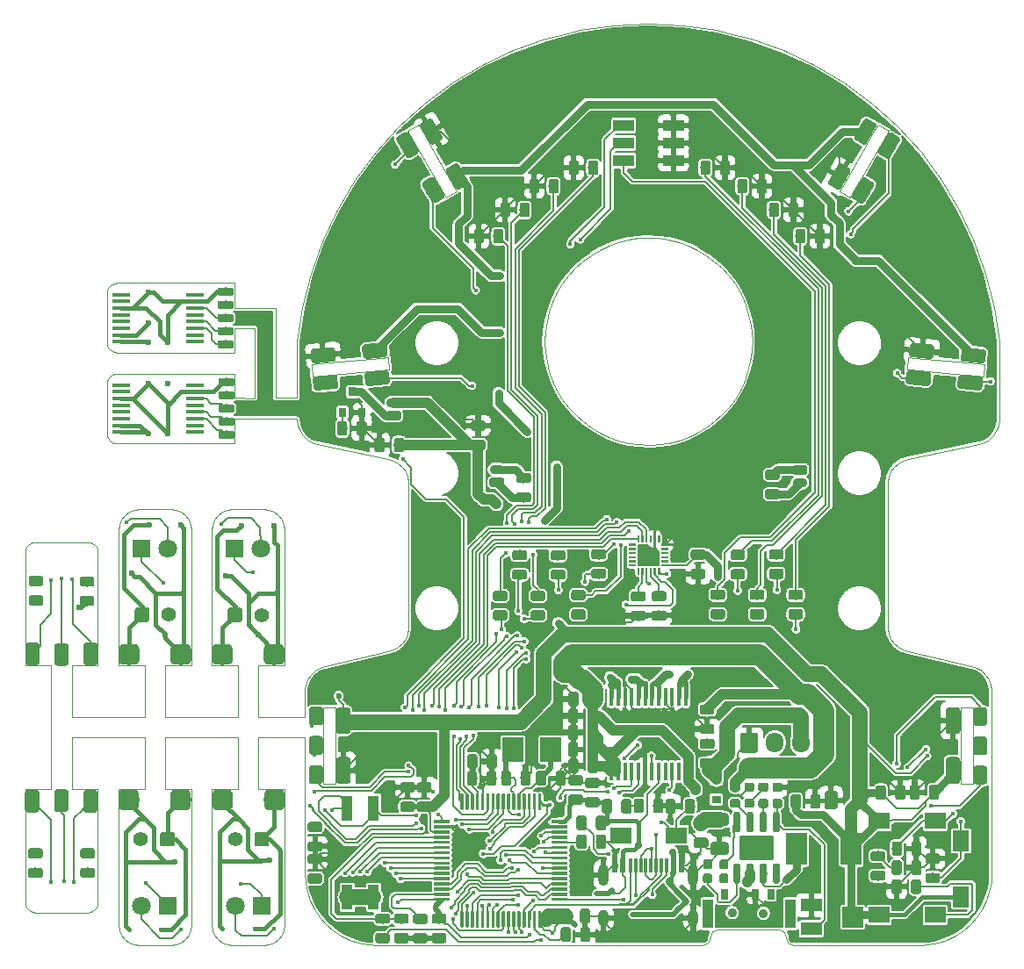
<source format=gtl>
G04 #@! TF.GenerationSoftware,KiCad,Pcbnew,(5.1.2)-2*
G04 #@! TF.CreationDate,2020-01-02T13:05:30+01:00*
G04 #@! TF.ProjectId,PCB_ZoroBot_v3,5043425f-5a6f-4726-9f42-6f745f76332e,rev?*
G04 #@! TF.SameCoordinates,PX5b1e540PY8239800*
G04 #@! TF.FileFunction,Copper,L1,Top*
G04 #@! TF.FilePolarity,Positive*
%FSLAX46Y46*%
G04 Gerber Fmt 4.6, Leading zero omitted, Abs format (unit mm)*
G04 Created by KiCad (PCBNEW (5.1.2)-2) date 2020-01-02 13:05:30*
%MOMM*%
%LPD*%
G04 APERTURE LIST*
%ADD10C,0.100000*%
%ADD11C,0.300000*%
%ADD12C,0.800000*%
%ADD13C,0.200000*%
%ADD14C,1.400000*%
%ADD15R,1.000000X2.800000*%
%ADD16R,0.700000X1.000000*%
%ADD17C,0.900000*%
%ADD18R,0.800000X0.900000*%
%ADD19C,1.250000*%
%ADD20C,0.975000*%
%ADD21C,0.875000*%
%ADD22R,2.000000X1.100000*%
%ADD23R,1.800000X0.450000*%
%ADD24R,2.000000X3.100000*%
%ADD25C,1.800000*%
%ADD26R,1.800000X1.800000*%
%ADD27R,0.900000X0.800000*%
%ADD28O,1.400000X0.900000*%
%ADD29R,2.000000X1.300000*%
%ADD30R,2.000000X2.000000*%
%ADD31C,2.000000*%
%ADD32R,1.120000X2.440000*%
%ADD33R,2.000000X1.600000*%
%ADD34R,1.600000X2.000000*%
%ADD35C,2.410000*%
%ADD36C,0.500000*%
%ADD37C,0.600000*%
%ADD38R,0.450000X1.750000*%
%ADD39O,1.000000X1.600000*%
%ADD40O,1.000000X2.100000*%
%ADD41R,0.300000X1.450000*%
%ADD42R,0.600000X1.450000*%
%ADD43R,2.000000X2.400000*%
%ADD44C,1.700000*%
%ADD45O,1.700000X1.950000*%
%ADD46C,0.450000*%
%ADD47C,1.200000*%
%ADD48C,0.850000*%
%ADD49C,0.700000*%
%ADD50C,0.400000*%
%ADD51C,0.200000*%
%ADD52C,0.800000*%
%ADD53C,1.500000*%
%ADD54C,1.000000*%
%ADD55C,2.000000*%
%ADD56C,1.200000*%
%ADD57C,0.500000*%
%ADD58C,0.300000*%
%ADD59C,0.600000*%
%ADD60C,0.250000*%
%ADD61C,0.450000*%
%ADD62C,0.150000*%
G04 APERTURE END LIST*
D10*
X7939634Y58211342D02*
X7973708Y57952523D01*
X8232527Y57504235D02*
X8439634Y57345316D01*
X8439634Y63823366D02*
X8680815Y63923267D01*
X20197491Y57211151D02*
X20197491Y59584151D01*
X8680815Y57245416D02*
X8939634Y57211342D01*
X7973708Y57952523D02*
X8073608Y57711342D01*
X8073608Y63457341D02*
X8232527Y63664447D01*
X20197491Y57211151D02*
X8940800Y57211151D01*
X8439634Y57345316D02*
X8680815Y57245416D01*
X8680815Y63923267D02*
X8939634Y63957341D01*
X20197491Y61539120D02*
X20197491Y63957150D01*
X8939634Y63957341D02*
X20197491Y63957150D01*
X7939634Y58211342D02*
X7939634Y62957341D01*
X7973708Y63216160D02*
X8073608Y63457341D01*
X7939634Y62957341D02*
X7973708Y63216160D01*
X8232527Y63664447D02*
X8439634Y63823366D01*
X8073608Y57711342D02*
X8232527Y57504235D01*
X8939634Y55199421D02*
X20197491Y55199230D01*
X8439634Y48587396D02*
X8680815Y48487496D01*
X20197491Y52842160D02*
X20197491Y55199230D01*
X8232527Y54906527D02*
X8439634Y55065446D01*
X8439634Y55065446D02*
X8680815Y55165347D01*
X7973708Y54458240D02*
X8073608Y54699421D01*
X20197491Y48453231D02*
X20197491Y50826231D01*
X8680815Y55165347D02*
X8939634Y55199421D01*
X20197491Y48453231D02*
X8940800Y48453231D01*
X8073608Y54699421D02*
X8232527Y54906527D01*
X7973708Y49194603D02*
X8073608Y48953422D01*
X7939634Y54199421D02*
X7973708Y54458240D01*
X8232527Y48746315D02*
X8439634Y48587396D01*
X8073608Y48953422D02*
X8232527Y48746315D01*
X7939634Y49453422D02*
X7939634Y54199421D01*
X8680815Y48487496D02*
X8939634Y48453422D01*
X7939634Y49453422D02*
X7973708Y49194603D01*
X24197920Y52848520D02*
X26271619Y52848520D01*
X24197920Y61539120D02*
X24197920Y52848520D01*
X20197491Y61539120D02*
X24197920Y61539120D01*
X22201480Y59584600D02*
X20197491Y59584151D01*
X22201480Y52838360D02*
X22201480Y59584600D01*
X20197491Y52842160D02*
X22201480Y52838360D01*
X20197491Y50826231D02*
X26270560Y50826680D01*
X74128427Y42714D02*
X86243804Y42069D01*
X65377213Y42714D02*
G75*
G03X66154453Y851031I0J777837D01*
G01*
X66844520Y1545600D02*
G75*
G03X66154453Y850434I0J-690086D01*
G01*
X74128427Y42714D02*
G75*
G02X73438360Y737880I0J690086D01*
G01*
X72661120Y1545600D02*
G75*
G02X73438360Y737283I0J-777837D01*
G01*
X66844520Y1545600D02*
X72661120Y1545600D01*
X47104039Y86398699D02*
X50246806Y87523229D01*
X28696617Y67990562D02*
X30123667Y71008024D01*
X26761273Y61609862D02*
X27572210Y64847751D01*
X35023592Y46955620D02*
X28238578Y48384172D01*
X41223647Y83255472D02*
X44086633Y84971532D01*
X79016963Y83255472D02*
X81697955Y81267048D01*
X28450330Y2780739D02*
X29054056Y2092322D01*
X35023592Y28417208D02*
X35548893Y28547275D01*
X92668401Y64847751D02*
X93479337Y61609862D01*
X33090120Y101955D02*
X34003804Y42069D01*
X69392464Y54482721D02*
X68973024Y53595521D01*
X31325020Y574913D02*
X32192070Y280589D01*
X81697955Y81267048D02*
X84171132Y79025409D01*
X29054056Y2092322D02*
X29742474Y1488596D01*
X93182070Y6128469D02*
X93241684Y7042069D01*
X93241684Y7042069D02*
X93236807Y24647108D01*
X92944961Y25691034D02*
X93146748Y25184689D01*
X92980112Y48851377D02*
X93373151Y49229020D01*
X84171132Y79025409D02*
X86412675Y76552145D01*
X91796348Y2780891D02*
X92304852Y3542233D01*
X92247412Y26520722D02*
X92640586Y26143206D01*
X44086633Y84971532D02*
X47104039Y86398699D01*
X89743356Y979961D02*
X90504544Y1488696D01*
X38542655Y81267048D02*
X41223647Y83255472D01*
X27941626Y3542069D02*
X28450330Y2780739D01*
X92709610Y4363445D02*
X93003694Y5230471D01*
X88055330Y280608D02*
X88922266Y574954D01*
X27536647Y4363285D02*
X27941626Y3542069D01*
X24795741Y41122069D02*
X24477903Y41536283D01*
X27682547Y56141842D02*
X27787134Y54946409D01*
X15995541Y40639707D02*
X15795741Y41122069D01*
X26271619Y58308076D02*
X26761273Y61609862D01*
X84691694Y46825440D02*
X85217018Y46955620D01*
X92565061Y56141843D02*
X91867725Y56202852D01*
X91440536Y15631313D02*
X91440536Y23031313D01*
X30008164Y15631313D02*
X30008164Y23031313D01*
X35158975Y55591361D02*
X35054388Y56786795D01*
X83301945Y78614472D02*
X82262714Y79214472D01*
X7063690Y37948766D02*
X7063690Y27082069D01*
X93146748Y25184689D02*
X93236807Y24647108D01*
X91440536Y23031313D02*
X90239438Y23031313D01*
X197665Y38448766D02*
X97765Y38207585D01*
X22563690Y27082069D02*
X22563690Y22082069D01*
X82262714Y79214472D02*
X81912714Y78608254D01*
X78912714Y73412102D02*
X78562714Y72805884D01*
X36027851Y28799182D02*
X35548893Y28547275D01*
X83807913Y46214220D02*
X84212731Y46573434D01*
X90504544Y1488696D02*
X91192802Y2092450D01*
X67854446Y88059125D02*
X69993805Y87523229D01*
X9063690Y40122069D02*
X9063690Y27082069D01*
X56786430Y88824075D02*
X60120305Y88987861D01*
X31368468Y56464319D02*
X28379883Y56202851D01*
X66755946Y88334292D02*
X67854446Y88059125D01*
X23581328Y42053921D02*
X23063690Y42122069D01*
X30008164Y23031313D02*
X28807066Y23031313D01*
X36931632Y45262525D02*
X36739888Y45768635D01*
X88879141Y56464319D02*
X85890557Y56725787D01*
X30123667Y71008024D02*
X31839616Y73871076D01*
X53484664Y88334292D02*
X56786430Y88824075D01*
X36996807Y30647108D02*
X36996807Y44725250D01*
X28807066Y15631313D02*
X30008164Y15631313D01*
X35054388Y56786795D02*
X34357052Y56725786D01*
X30503804Y979892D02*
X31325020Y574913D01*
X92304852Y3542233D02*
X92709610Y4363445D01*
X69722924Y55406762D02*
X69392464Y54482721D01*
X24477903Y41536283D02*
X24063690Y41854120D01*
X91543993Y67990562D02*
X92668401Y64847751D01*
X91867725Y56202852D02*
X88879141Y56464319D01*
X563691Y38814792D02*
X356584Y38655873D01*
X80412714Y76010178D02*
X78912714Y73412102D01*
X85193220Y56786796D02*
X85088633Y55591362D01*
X90239438Y23031313D02*
X90239438Y15631313D01*
X36432675Y29158314D02*
X36027851Y28799182D01*
X85217018Y28417208D02*
X84691717Y28547275D01*
X93479337Y61609862D02*
X93968992Y58308076D01*
X78562714Y72805884D02*
X79601945Y72205884D01*
X90116943Y71008024D02*
X91543993Y67990562D01*
X6563690Y38814792D02*
X6770796Y38655873D01*
X28238578Y48384172D02*
X27724542Y48565445D01*
X9063690Y27082069D02*
X11563690Y27082069D01*
X34003804Y42069D02*
X65377213Y42714D01*
X13563690Y22082069D02*
X20563690Y22082069D01*
X356584Y38655873D02*
X197665Y38448766D01*
X63454180Y88824075D02*
X66755946Y88334292D01*
X25063690Y40122069D02*
X24995541Y40639707D01*
X92460474Y54946409D02*
X92565061Y56141843D01*
X34357052Y56725786D02*
X31368468Y56464319D01*
X91192802Y2092450D02*
X91796348Y2780891D01*
X27295649Y25691034D02*
X27093862Y25184689D01*
X10063690Y41854120D02*
X9649476Y41536283D01*
X4563690Y22082069D02*
X11563690Y22082069D01*
X27572210Y64847751D02*
X28696617Y67990562D01*
X76153978Y84971532D02*
X79016963Y83255472D01*
X28971485Y26987532D02*
X35023592Y28417208D01*
X90239438Y15631313D02*
X91440536Y15631313D01*
X85890557Y56725787D02*
X85193220Y56786796D01*
X28379883Y56202851D02*
X27682547Y56141842D01*
X36069479Y79025409D02*
X38542655Y81267048D01*
X85088633Y55591362D02*
X92460474Y54946409D01*
X60120305Y88987861D02*
X63454180Y88824075D01*
X86412675Y76552145D02*
X88400995Y73871076D01*
X81912714Y78608254D02*
X80412714Y76010178D01*
X22563690Y22082069D02*
X27003804Y22082069D01*
X804872Y38914692D02*
X563691Y38814792D01*
X86243804Y42069D02*
X87157386Y101960D01*
X27787134Y54946409D02*
X35158975Y55591361D01*
X1063691Y38948766D02*
X6063690Y38948766D01*
X27063690Y6128386D02*
X27242323Y5230336D01*
X24995541Y40639707D02*
X24795741Y41122069D01*
X2563691Y15082069D02*
X63691Y15082069D01*
X27003804Y7042069D02*
X27063690Y6128386D01*
X18063690Y27082069D02*
X20563690Y27082069D01*
X25063690Y27082069D02*
X25063690Y40122069D01*
X18131838Y40639707D02*
X18063690Y40122069D01*
X6063690Y38948766D02*
X6322509Y38914692D01*
X63691Y27082069D02*
X63691Y37948766D01*
X7029616Y3956553D02*
X7063690Y4215372D01*
X6063690Y3215372D02*
X1063691Y3215372D01*
X15063690Y41854120D02*
X14581328Y42053921D01*
X6563690Y3349347D02*
X6770796Y3508266D01*
X563691Y3349347D02*
X356584Y3508266D01*
X13563690Y27082069D02*
X16063690Y27082069D01*
X6063690Y3215372D02*
X6322509Y3249447D01*
X9649476Y41536283D02*
X9331639Y41122069D01*
X4563690Y27082069D02*
X7063690Y27082069D01*
X9063690Y15082069D02*
X9063690Y2042069D01*
X19063690Y41854120D02*
X18649476Y41536283D01*
X11563690Y15082069D02*
X9063690Y15082069D01*
X7063690Y15082069D02*
X4563690Y15082069D01*
X356584Y3508266D02*
X197665Y3715372D01*
X7029616Y38207585D02*
X7063690Y37948766D01*
X14063690Y42122069D02*
X11063690Y42122069D01*
X6322509Y38914692D02*
X6563690Y38814792D01*
X18063690Y40122069D02*
X18063690Y27082069D01*
X15795741Y41122069D02*
X15477903Y41536283D01*
X11563690Y22082069D02*
X11563690Y27082069D01*
X9331639Y41122069D02*
X9131838Y40639707D01*
X6322509Y3249447D02*
X6563690Y3349347D01*
X15477903Y41536283D02*
X15063690Y41854120D01*
X18331639Y41122069D02*
X18131838Y40639707D01*
X11063690Y42122069D02*
X10546052Y42053921D01*
X63691Y27082069D02*
X2563691Y27082069D01*
X197665Y3715372D02*
X97765Y3956553D01*
X4563690Y22082069D02*
X4563690Y27082069D01*
X2563691Y27082069D02*
X2563691Y15082069D01*
X6929715Y38448766D02*
X7029616Y38207585D01*
X97765Y3956553D02*
X63691Y4215372D01*
X22563690Y27082069D02*
X25063690Y27082069D01*
X14581328Y42053921D02*
X14063690Y42122069D01*
X19546052Y42053921D02*
X19063690Y41854120D01*
X6770796Y38655873D02*
X6929715Y38448766D01*
X16063690Y40122069D02*
X15995541Y40639707D01*
X13563690Y27082069D02*
X13563690Y22082069D01*
X9131838Y40639707D02*
X9063690Y40122069D01*
X11563690Y20082069D02*
X4563690Y20082069D01*
X1063691Y38948766D02*
X804872Y38914692D01*
X63691Y4215372D02*
X63691Y15082069D01*
X9331639Y1042069D02*
X9649476Y627856D01*
X23063690Y42122069D02*
X20063690Y42122069D01*
X97765Y38207585D02*
X63691Y37948766D01*
X25063690Y15082069D02*
X22563690Y15082069D01*
X11063690Y42069D02*
X14063690Y42069D01*
X10063690Y310019D02*
X10546052Y110218D01*
X9649476Y627856D02*
X10063690Y310019D01*
X18331639Y1042069D02*
X18649476Y627856D01*
X7063690Y15082069D02*
X7063690Y4215372D01*
X6929715Y3715372D02*
X7029616Y3956553D01*
X6770796Y3508266D02*
X6929715Y3715372D01*
X16063690Y27082069D02*
X16063690Y40122069D01*
X10546052Y42053921D02*
X10063690Y41854120D01*
X804872Y3249447D02*
X563691Y3349347D01*
X20063690Y42122069D02*
X19546052Y42053921D01*
X4563690Y15082069D02*
X4563690Y20082069D01*
X9131838Y1524431D02*
X9331639Y1042069D01*
X1063691Y3215372D02*
X804872Y3249447D01*
X27003804Y20082069D02*
X22563690Y20082069D01*
X18649476Y41536283D02*
X18331639Y41122069D01*
X20563690Y22082069D02*
X20563690Y27082069D01*
X11563690Y15082069D02*
X11563690Y20082069D01*
X24063690Y41854120D02*
X23581328Y42053921D01*
X18063690Y15082069D02*
X18063690Y2042069D01*
X16063690Y2042069D02*
X16063690Y15082069D01*
X10546052Y110218D02*
X11063690Y42069D01*
X23581328Y110218D02*
X24063690Y310019D01*
X14581328Y110218D02*
X15063690Y310019D01*
X20063690Y42069D02*
X23063690Y42069D01*
X14063690Y42069D02*
X14581328Y110218D01*
X22563690Y20082069D02*
X22563690Y15082069D01*
X24477903Y627856D02*
X24795741Y1042069D01*
X18063690Y2042069D02*
X18131838Y1524431D01*
X20563690Y15082069D02*
X18063690Y15082069D01*
X18649476Y627856D02*
X19063690Y310019D01*
X19546052Y110218D02*
X20063690Y42069D01*
X23063690Y42069D02*
X23581328Y110218D01*
X25063690Y2042069D02*
X25063690Y15082069D01*
X20563690Y15082069D02*
X20563690Y20082069D01*
X15477903Y627856D02*
X15795741Y1042069D01*
X15795741Y1042069D02*
X15995541Y1524431D01*
X9063690Y2042069D02*
X9131838Y1524431D01*
X27003804Y20082069D02*
X27003804Y7042069D01*
X18131838Y1524431D02*
X18331639Y1042069D01*
X16063690Y15082069D02*
X13563690Y15082069D01*
X24995541Y1524431D02*
X25063690Y2042069D01*
X15063690Y310019D02*
X15477903Y627856D01*
X28807066Y23031313D02*
X28807066Y15631313D01*
X24063690Y310019D02*
X24477903Y627856D01*
X19063690Y310019D02*
X19546052Y110218D01*
X15995541Y1524431D02*
X16063690Y2042069D01*
X24795741Y1042069D02*
X24995541Y1524431D01*
X13563690Y20082069D02*
X13563690Y15082069D01*
X20563690Y20082069D02*
X13563690Y20082069D01*
X50201366Y57326311D02*
X50153056Y58306475D01*
X56324742Y67546259D02*
X57248677Y67877015D01*
X41684894Y72805883D02*
X41334894Y73412101D01*
X54598686Y49992490D02*
X53810361Y50576956D01*
X39834894Y76010177D02*
X38334894Y78608254D01*
X63981370Y49069894D02*
X63057435Y48739138D01*
X50583188Y61209390D02*
X50913648Y62133431D01*
X50344891Y60257409D02*
X50583188Y61209390D01*
X51333089Y63020631D02*
X51837471Y63862447D01*
X53080856Y65378012D02*
X53807886Y66037165D01*
X58200582Y68115616D02*
X59171291Y68259766D01*
X59174479Y48356072D02*
X58203724Y48499911D01*
X62105530Y48500536D02*
X61134821Y48356386D01*
X55437677Y67126534D02*
X56324742Y67546259D01*
X37984894Y79214471D02*
X36945663Y78614471D01*
X57251742Y48738208D02*
X56327702Y49068668D01*
X65710090Y49994270D02*
X64868436Y49489619D01*
X53810361Y50576956D02*
X53083121Y51235876D01*
X58203724Y48499911D02*
X57251742Y48738208D01*
X51839250Y52751042D02*
X51334599Y53592697D01*
X55440501Y49488109D02*
X54598686Y49992490D01*
X64865611Y67128044D02*
X65707427Y66623662D01*
X67225256Y51238141D02*
X66498227Y50578988D01*
X79601945Y72205884D02*
X83301945Y78614472D01*
X40645663Y72205883D02*
X41684894Y72805883D01*
X66498227Y50578988D02*
X65710090Y49994270D01*
X36945663Y78614471D02*
X40645663Y72205883D01*
X59171291Y68259766D02*
X59730775Y68287342D01*
X38334894Y78608254D02*
X37984894Y79214471D01*
X57248677Y67877015D02*
X58200582Y68115616D01*
X56327702Y49068668D02*
X55440501Y49488109D01*
X67222992Y65380276D02*
X67882145Y64653247D01*
X64868436Y49489619D02*
X63981370Y49069894D01*
X50584118Y55403697D02*
X50345516Y56355602D01*
X50914874Y54479762D02*
X50584118Y55403697D01*
X50153056Y58306475D02*
X50201052Y59286654D01*
X93003694Y5230471D02*
X93182070Y6128469D01*
X69993805Y87523229D02*
X73136571Y86398699D01*
X73136571Y86398699D02*
X76153978Y84971532D01*
X50201052Y59286654D02*
X50344891Y60257409D01*
X83243804Y30647108D02*
X83243804Y44725250D01*
X27993199Y26520722D02*
X27600024Y26143206D01*
X50246806Y87523229D02*
X52386164Y88059125D01*
X36931628Y30109884D02*
X36996807Y30647108D01*
X33827936Y76552145D02*
X36069479Y79025409D01*
X83500723Y45768635D02*
X83807913Y46214220D01*
X29742474Y1488596D02*
X30503804Y979892D01*
X32192070Y280589D02*
X33090120Y101955D01*
X83308979Y45262525D02*
X83500723Y45768635D01*
X27242323Y5230336D02*
X27536647Y4363285D01*
X83243804Y44725250D02*
X83308979Y45262525D01*
X35548917Y46825440D02*
X35023592Y46955620D01*
X83807935Y29158314D02*
X84212760Y28799182D01*
X63054371Y67877944D02*
X63978411Y67547484D01*
X27026388Y24781919D02*
X27003804Y24647108D01*
X67882145Y64653247D02*
X68466863Y63865110D01*
X88922266Y574954D02*
X89743356Y979961D01*
X28457361Y26806478D02*
X27993199Y26520722D01*
X52386164Y88059125D02*
X53484664Y88334292D01*
X67884177Y51965381D02*
X67225256Y51238141D01*
X53083121Y51235876D02*
X52423968Y51962906D01*
X88400995Y73871076D02*
X90116943Y71008024D01*
X93373151Y49229020D02*
X93677386Y49681274D01*
X61131634Y68260080D02*
X62102389Y68116241D01*
X60575338Y48328811D02*
X60154658Y48308076D01*
X27260498Y48851377D02*
X26867460Y49229020D01*
X36739876Y29603831D02*
X36432675Y29158314D01*
X65707427Y66623662D02*
X66495751Y66039197D01*
X51837471Y63862447D02*
X52421936Y64650771D01*
X92516069Y48565445D02*
X92980112Y48851377D01*
X68468642Y52753706D02*
X67884177Y51965381D01*
X36931628Y30109884D02*
X36739876Y29603831D01*
X36996807Y44725250D02*
X36931632Y45262525D01*
X26361566Y50187661D02*
X26270560Y50826680D01*
X27600024Y26143206D02*
X27295649Y25691034D01*
X70153056Y58309678D02*
X70105060Y57329499D01*
X83500735Y29603831D02*
X83807935Y29158314D01*
X31839616Y73871076D02*
X33827936Y76552145D01*
X69391239Y62136390D02*
X69721995Y61212455D01*
X28971485Y26987532D02*
X28457361Y26806478D01*
X63978411Y67547484D02*
X64865611Y67128044D01*
X59730775Y68287342D02*
X60151455Y68308076D01*
X54596022Y66621883D02*
X55437677Y67126534D01*
X87157386Y101960D02*
X88055330Y280608D01*
X70104746Y59289841D02*
X70153056Y58309678D01*
X62102389Y68116241D02*
X63054371Y67877944D01*
X70105060Y57329499D02*
X69961221Y56358744D01*
X91269125Y26987532D02*
X85217018Y28417208D01*
X92640586Y26143206D02*
X92944961Y25691034D01*
X83308982Y30109884D02*
X83500735Y29603831D01*
X66495751Y66039197D02*
X67222992Y65380276D01*
X69960597Y60260550D02*
X70104746Y59289841D01*
X92002033Y48384172D02*
X92516069Y48565445D01*
X93968992Y50725250D02*
X93968992Y58308076D01*
X26563224Y49681274D02*
X26361566Y50187661D01*
X41334894Y73412101D02*
X39834894Y76010177D01*
X61134821Y48356386D02*
X60575338Y48328811D01*
X69961221Y56358744D02*
X69722924Y55406762D01*
X68973024Y53595521D02*
X68468642Y52753706D01*
X84212760Y28799182D02*
X84691717Y28547275D01*
X52423968Y51962906D02*
X51839250Y52751042D01*
X68466863Y63865110D02*
X68971514Y63023456D01*
X63057435Y48739138D02*
X62105530Y48500536D01*
X60154658Y48308076D02*
X59174479Y48356072D01*
X53807886Y66037165D02*
X54596022Y66621883D01*
X83243804Y30647108D02*
X83308982Y30109884D01*
X85217018Y46955620D02*
X92002033Y48384172D01*
X36739888Y45768635D02*
X36432697Y46214220D01*
X91269125Y26987532D02*
X91783249Y26806478D01*
X52421936Y64650771D02*
X53080856Y65378012D01*
X60151455Y68308076D02*
X61131634Y68260080D01*
X27724542Y48565445D02*
X27260498Y48851377D01*
X26271619Y52848520D02*
X26271619Y58308076D01*
X68971514Y63023456D02*
X69391239Y62136390D01*
X91783249Y26806478D02*
X92247412Y26520722D01*
X93879044Y50187661D02*
X93968992Y50725250D01*
X84212731Y46573434D02*
X84691694Y46825440D01*
X93677386Y49681274D02*
X93879044Y50187661D01*
X27093862Y25184689D02*
X27026388Y24781919D01*
X69721995Y61212455D02*
X69960597Y60260550D01*
X51334599Y53592697D02*
X50914874Y54479762D01*
X36432697Y46214220D02*
X36027879Y46573434D01*
X36027879Y46573434D02*
X35548917Y46825440D01*
X50345516Y56355602D02*
X50201366Y57326311D01*
X50913648Y62133431D02*
X51333089Y63020631D01*
X27003804Y24647108D02*
X27003804Y22082069D01*
X26867460Y49229020D02*
X26563224Y49681274D01*
G36*
X49742191Y14680519D02*
G01*
X49749472Y14679439D01*
X49756611Y14677651D01*
X49763541Y14675171D01*
X49770195Y14672024D01*
X49776508Y14668240D01*
X49782419Y14663856D01*
X49787873Y14658913D01*
X49792816Y14653459D01*
X49797200Y14647548D01*
X49800984Y14641235D01*
X49804131Y14634581D01*
X49806611Y14627651D01*
X49808399Y14620512D01*
X49809479Y14613231D01*
X49809840Y14605880D01*
X49809840Y13205880D01*
X49809479Y13198529D01*
X49808399Y13191248D01*
X49806611Y13184109D01*
X49804131Y13177179D01*
X49800984Y13170525D01*
X49797200Y13164212D01*
X49792816Y13158301D01*
X49787873Y13152847D01*
X49782419Y13147904D01*
X49776508Y13143520D01*
X49770195Y13139736D01*
X49763541Y13136589D01*
X49756611Y13134109D01*
X49749472Y13132321D01*
X49742191Y13131241D01*
X49734840Y13130880D01*
X49584840Y13130880D01*
X49577489Y13131241D01*
X49570208Y13132321D01*
X49563069Y13134109D01*
X49556139Y13136589D01*
X49549485Y13139736D01*
X49543172Y13143520D01*
X49537261Y13147904D01*
X49531807Y13152847D01*
X49526864Y13158301D01*
X49522480Y13164212D01*
X49518696Y13170525D01*
X49515549Y13177179D01*
X49513069Y13184109D01*
X49511281Y13191248D01*
X49510201Y13198529D01*
X49509840Y13205880D01*
X49509840Y14605880D01*
X49510201Y14613231D01*
X49511281Y14620512D01*
X49513069Y14627651D01*
X49515549Y14634581D01*
X49518696Y14641235D01*
X49522480Y14647548D01*
X49526864Y14653459D01*
X49531807Y14658913D01*
X49537261Y14663856D01*
X49543172Y14668240D01*
X49549485Y14672024D01*
X49556139Y14675171D01*
X49563069Y14677651D01*
X49570208Y14679439D01*
X49577489Y14680519D01*
X49584840Y14680880D01*
X49734840Y14680880D01*
X49742191Y14680519D01*
X49742191Y14680519D01*
G37*
D11*
X49659840Y13905880D03*
D10*
G36*
X49242191Y14680519D02*
G01*
X49249472Y14679439D01*
X49256611Y14677651D01*
X49263541Y14675171D01*
X49270195Y14672024D01*
X49276508Y14668240D01*
X49282419Y14663856D01*
X49287873Y14658913D01*
X49292816Y14653459D01*
X49297200Y14647548D01*
X49300984Y14641235D01*
X49304131Y14634581D01*
X49306611Y14627651D01*
X49308399Y14620512D01*
X49309479Y14613231D01*
X49309840Y14605880D01*
X49309840Y13205880D01*
X49309479Y13198529D01*
X49308399Y13191248D01*
X49306611Y13184109D01*
X49304131Y13177179D01*
X49300984Y13170525D01*
X49297200Y13164212D01*
X49292816Y13158301D01*
X49287873Y13152847D01*
X49282419Y13147904D01*
X49276508Y13143520D01*
X49270195Y13139736D01*
X49263541Y13136589D01*
X49256611Y13134109D01*
X49249472Y13132321D01*
X49242191Y13131241D01*
X49234840Y13130880D01*
X49084840Y13130880D01*
X49077489Y13131241D01*
X49070208Y13132321D01*
X49063069Y13134109D01*
X49056139Y13136589D01*
X49049485Y13139736D01*
X49043172Y13143520D01*
X49037261Y13147904D01*
X49031807Y13152847D01*
X49026864Y13158301D01*
X49022480Y13164212D01*
X49018696Y13170525D01*
X49015549Y13177179D01*
X49013069Y13184109D01*
X49011281Y13191248D01*
X49010201Y13198529D01*
X49009840Y13205880D01*
X49009840Y14605880D01*
X49010201Y14613231D01*
X49011281Y14620512D01*
X49013069Y14627651D01*
X49015549Y14634581D01*
X49018696Y14641235D01*
X49022480Y14647548D01*
X49026864Y14653459D01*
X49031807Y14658913D01*
X49037261Y14663856D01*
X49043172Y14668240D01*
X49049485Y14672024D01*
X49056139Y14675171D01*
X49063069Y14677651D01*
X49070208Y14679439D01*
X49077489Y14680519D01*
X49084840Y14680880D01*
X49234840Y14680880D01*
X49242191Y14680519D01*
X49242191Y14680519D01*
G37*
D11*
X49159840Y13905880D03*
D10*
G36*
X48742191Y14680519D02*
G01*
X48749472Y14679439D01*
X48756611Y14677651D01*
X48763541Y14675171D01*
X48770195Y14672024D01*
X48776508Y14668240D01*
X48782419Y14663856D01*
X48787873Y14658913D01*
X48792816Y14653459D01*
X48797200Y14647548D01*
X48800984Y14641235D01*
X48804131Y14634581D01*
X48806611Y14627651D01*
X48808399Y14620512D01*
X48809479Y14613231D01*
X48809840Y14605880D01*
X48809840Y13205880D01*
X48809479Y13198529D01*
X48808399Y13191248D01*
X48806611Y13184109D01*
X48804131Y13177179D01*
X48800984Y13170525D01*
X48797200Y13164212D01*
X48792816Y13158301D01*
X48787873Y13152847D01*
X48782419Y13147904D01*
X48776508Y13143520D01*
X48770195Y13139736D01*
X48763541Y13136589D01*
X48756611Y13134109D01*
X48749472Y13132321D01*
X48742191Y13131241D01*
X48734840Y13130880D01*
X48584840Y13130880D01*
X48577489Y13131241D01*
X48570208Y13132321D01*
X48563069Y13134109D01*
X48556139Y13136589D01*
X48549485Y13139736D01*
X48543172Y13143520D01*
X48537261Y13147904D01*
X48531807Y13152847D01*
X48526864Y13158301D01*
X48522480Y13164212D01*
X48518696Y13170525D01*
X48515549Y13177179D01*
X48513069Y13184109D01*
X48511281Y13191248D01*
X48510201Y13198529D01*
X48509840Y13205880D01*
X48509840Y14605880D01*
X48510201Y14613231D01*
X48511281Y14620512D01*
X48513069Y14627651D01*
X48515549Y14634581D01*
X48518696Y14641235D01*
X48522480Y14647548D01*
X48526864Y14653459D01*
X48531807Y14658913D01*
X48537261Y14663856D01*
X48543172Y14668240D01*
X48549485Y14672024D01*
X48556139Y14675171D01*
X48563069Y14677651D01*
X48570208Y14679439D01*
X48577489Y14680519D01*
X48584840Y14680880D01*
X48734840Y14680880D01*
X48742191Y14680519D01*
X48742191Y14680519D01*
G37*
D11*
X48659840Y13905880D03*
D10*
G36*
X48242191Y14680519D02*
G01*
X48249472Y14679439D01*
X48256611Y14677651D01*
X48263541Y14675171D01*
X48270195Y14672024D01*
X48276508Y14668240D01*
X48282419Y14663856D01*
X48287873Y14658913D01*
X48292816Y14653459D01*
X48297200Y14647548D01*
X48300984Y14641235D01*
X48304131Y14634581D01*
X48306611Y14627651D01*
X48308399Y14620512D01*
X48309479Y14613231D01*
X48309840Y14605880D01*
X48309840Y13205880D01*
X48309479Y13198529D01*
X48308399Y13191248D01*
X48306611Y13184109D01*
X48304131Y13177179D01*
X48300984Y13170525D01*
X48297200Y13164212D01*
X48292816Y13158301D01*
X48287873Y13152847D01*
X48282419Y13147904D01*
X48276508Y13143520D01*
X48270195Y13139736D01*
X48263541Y13136589D01*
X48256611Y13134109D01*
X48249472Y13132321D01*
X48242191Y13131241D01*
X48234840Y13130880D01*
X48084840Y13130880D01*
X48077489Y13131241D01*
X48070208Y13132321D01*
X48063069Y13134109D01*
X48056139Y13136589D01*
X48049485Y13139736D01*
X48043172Y13143520D01*
X48037261Y13147904D01*
X48031807Y13152847D01*
X48026864Y13158301D01*
X48022480Y13164212D01*
X48018696Y13170525D01*
X48015549Y13177179D01*
X48013069Y13184109D01*
X48011281Y13191248D01*
X48010201Y13198529D01*
X48009840Y13205880D01*
X48009840Y14605880D01*
X48010201Y14613231D01*
X48011281Y14620512D01*
X48013069Y14627651D01*
X48015549Y14634581D01*
X48018696Y14641235D01*
X48022480Y14647548D01*
X48026864Y14653459D01*
X48031807Y14658913D01*
X48037261Y14663856D01*
X48043172Y14668240D01*
X48049485Y14672024D01*
X48056139Y14675171D01*
X48063069Y14677651D01*
X48070208Y14679439D01*
X48077489Y14680519D01*
X48084840Y14680880D01*
X48234840Y14680880D01*
X48242191Y14680519D01*
X48242191Y14680519D01*
G37*
D11*
X48159840Y13905880D03*
D10*
G36*
X47742191Y14680519D02*
G01*
X47749472Y14679439D01*
X47756611Y14677651D01*
X47763541Y14675171D01*
X47770195Y14672024D01*
X47776508Y14668240D01*
X47782419Y14663856D01*
X47787873Y14658913D01*
X47792816Y14653459D01*
X47797200Y14647548D01*
X47800984Y14641235D01*
X47804131Y14634581D01*
X47806611Y14627651D01*
X47808399Y14620512D01*
X47809479Y14613231D01*
X47809840Y14605880D01*
X47809840Y13205880D01*
X47809479Y13198529D01*
X47808399Y13191248D01*
X47806611Y13184109D01*
X47804131Y13177179D01*
X47800984Y13170525D01*
X47797200Y13164212D01*
X47792816Y13158301D01*
X47787873Y13152847D01*
X47782419Y13147904D01*
X47776508Y13143520D01*
X47770195Y13139736D01*
X47763541Y13136589D01*
X47756611Y13134109D01*
X47749472Y13132321D01*
X47742191Y13131241D01*
X47734840Y13130880D01*
X47584840Y13130880D01*
X47577489Y13131241D01*
X47570208Y13132321D01*
X47563069Y13134109D01*
X47556139Y13136589D01*
X47549485Y13139736D01*
X47543172Y13143520D01*
X47537261Y13147904D01*
X47531807Y13152847D01*
X47526864Y13158301D01*
X47522480Y13164212D01*
X47518696Y13170525D01*
X47515549Y13177179D01*
X47513069Y13184109D01*
X47511281Y13191248D01*
X47510201Y13198529D01*
X47509840Y13205880D01*
X47509840Y14605880D01*
X47510201Y14613231D01*
X47511281Y14620512D01*
X47513069Y14627651D01*
X47515549Y14634581D01*
X47518696Y14641235D01*
X47522480Y14647548D01*
X47526864Y14653459D01*
X47531807Y14658913D01*
X47537261Y14663856D01*
X47543172Y14668240D01*
X47549485Y14672024D01*
X47556139Y14675171D01*
X47563069Y14677651D01*
X47570208Y14679439D01*
X47577489Y14680519D01*
X47584840Y14680880D01*
X47734840Y14680880D01*
X47742191Y14680519D01*
X47742191Y14680519D01*
G37*
D11*
X47659840Y13905880D03*
D10*
G36*
X47242191Y14680519D02*
G01*
X47249472Y14679439D01*
X47256611Y14677651D01*
X47263541Y14675171D01*
X47270195Y14672024D01*
X47276508Y14668240D01*
X47282419Y14663856D01*
X47287873Y14658913D01*
X47292816Y14653459D01*
X47297200Y14647548D01*
X47300984Y14641235D01*
X47304131Y14634581D01*
X47306611Y14627651D01*
X47308399Y14620512D01*
X47309479Y14613231D01*
X47309840Y14605880D01*
X47309840Y13205880D01*
X47309479Y13198529D01*
X47308399Y13191248D01*
X47306611Y13184109D01*
X47304131Y13177179D01*
X47300984Y13170525D01*
X47297200Y13164212D01*
X47292816Y13158301D01*
X47287873Y13152847D01*
X47282419Y13147904D01*
X47276508Y13143520D01*
X47270195Y13139736D01*
X47263541Y13136589D01*
X47256611Y13134109D01*
X47249472Y13132321D01*
X47242191Y13131241D01*
X47234840Y13130880D01*
X47084840Y13130880D01*
X47077489Y13131241D01*
X47070208Y13132321D01*
X47063069Y13134109D01*
X47056139Y13136589D01*
X47049485Y13139736D01*
X47043172Y13143520D01*
X47037261Y13147904D01*
X47031807Y13152847D01*
X47026864Y13158301D01*
X47022480Y13164212D01*
X47018696Y13170525D01*
X47015549Y13177179D01*
X47013069Y13184109D01*
X47011281Y13191248D01*
X47010201Y13198529D01*
X47009840Y13205880D01*
X47009840Y14605880D01*
X47010201Y14613231D01*
X47011281Y14620512D01*
X47013069Y14627651D01*
X47015549Y14634581D01*
X47018696Y14641235D01*
X47022480Y14647548D01*
X47026864Y14653459D01*
X47031807Y14658913D01*
X47037261Y14663856D01*
X47043172Y14668240D01*
X47049485Y14672024D01*
X47056139Y14675171D01*
X47063069Y14677651D01*
X47070208Y14679439D01*
X47077489Y14680519D01*
X47084840Y14680880D01*
X47234840Y14680880D01*
X47242191Y14680519D01*
X47242191Y14680519D01*
G37*
D11*
X47159840Y13905880D03*
D10*
G36*
X46742191Y14680519D02*
G01*
X46749472Y14679439D01*
X46756611Y14677651D01*
X46763541Y14675171D01*
X46770195Y14672024D01*
X46776508Y14668240D01*
X46782419Y14663856D01*
X46787873Y14658913D01*
X46792816Y14653459D01*
X46797200Y14647548D01*
X46800984Y14641235D01*
X46804131Y14634581D01*
X46806611Y14627651D01*
X46808399Y14620512D01*
X46809479Y14613231D01*
X46809840Y14605880D01*
X46809840Y13205880D01*
X46809479Y13198529D01*
X46808399Y13191248D01*
X46806611Y13184109D01*
X46804131Y13177179D01*
X46800984Y13170525D01*
X46797200Y13164212D01*
X46792816Y13158301D01*
X46787873Y13152847D01*
X46782419Y13147904D01*
X46776508Y13143520D01*
X46770195Y13139736D01*
X46763541Y13136589D01*
X46756611Y13134109D01*
X46749472Y13132321D01*
X46742191Y13131241D01*
X46734840Y13130880D01*
X46584840Y13130880D01*
X46577489Y13131241D01*
X46570208Y13132321D01*
X46563069Y13134109D01*
X46556139Y13136589D01*
X46549485Y13139736D01*
X46543172Y13143520D01*
X46537261Y13147904D01*
X46531807Y13152847D01*
X46526864Y13158301D01*
X46522480Y13164212D01*
X46518696Y13170525D01*
X46515549Y13177179D01*
X46513069Y13184109D01*
X46511281Y13191248D01*
X46510201Y13198529D01*
X46509840Y13205880D01*
X46509840Y14605880D01*
X46510201Y14613231D01*
X46511281Y14620512D01*
X46513069Y14627651D01*
X46515549Y14634581D01*
X46518696Y14641235D01*
X46522480Y14647548D01*
X46526864Y14653459D01*
X46531807Y14658913D01*
X46537261Y14663856D01*
X46543172Y14668240D01*
X46549485Y14672024D01*
X46556139Y14675171D01*
X46563069Y14677651D01*
X46570208Y14679439D01*
X46577489Y14680519D01*
X46584840Y14680880D01*
X46734840Y14680880D01*
X46742191Y14680519D01*
X46742191Y14680519D01*
G37*
D11*
X46659840Y13905880D03*
D10*
G36*
X46242191Y14680519D02*
G01*
X46249472Y14679439D01*
X46256611Y14677651D01*
X46263541Y14675171D01*
X46270195Y14672024D01*
X46276508Y14668240D01*
X46282419Y14663856D01*
X46287873Y14658913D01*
X46292816Y14653459D01*
X46297200Y14647548D01*
X46300984Y14641235D01*
X46304131Y14634581D01*
X46306611Y14627651D01*
X46308399Y14620512D01*
X46309479Y14613231D01*
X46309840Y14605880D01*
X46309840Y13205880D01*
X46309479Y13198529D01*
X46308399Y13191248D01*
X46306611Y13184109D01*
X46304131Y13177179D01*
X46300984Y13170525D01*
X46297200Y13164212D01*
X46292816Y13158301D01*
X46287873Y13152847D01*
X46282419Y13147904D01*
X46276508Y13143520D01*
X46270195Y13139736D01*
X46263541Y13136589D01*
X46256611Y13134109D01*
X46249472Y13132321D01*
X46242191Y13131241D01*
X46234840Y13130880D01*
X46084840Y13130880D01*
X46077489Y13131241D01*
X46070208Y13132321D01*
X46063069Y13134109D01*
X46056139Y13136589D01*
X46049485Y13139736D01*
X46043172Y13143520D01*
X46037261Y13147904D01*
X46031807Y13152847D01*
X46026864Y13158301D01*
X46022480Y13164212D01*
X46018696Y13170525D01*
X46015549Y13177179D01*
X46013069Y13184109D01*
X46011281Y13191248D01*
X46010201Y13198529D01*
X46009840Y13205880D01*
X46009840Y14605880D01*
X46010201Y14613231D01*
X46011281Y14620512D01*
X46013069Y14627651D01*
X46015549Y14634581D01*
X46018696Y14641235D01*
X46022480Y14647548D01*
X46026864Y14653459D01*
X46031807Y14658913D01*
X46037261Y14663856D01*
X46043172Y14668240D01*
X46049485Y14672024D01*
X46056139Y14675171D01*
X46063069Y14677651D01*
X46070208Y14679439D01*
X46077489Y14680519D01*
X46084840Y14680880D01*
X46234840Y14680880D01*
X46242191Y14680519D01*
X46242191Y14680519D01*
G37*
D11*
X46159840Y13905880D03*
D10*
G36*
X45742191Y14680519D02*
G01*
X45749472Y14679439D01*
X45756611Y14677651D01*
X45763541Y14675171D01*
X45770195Y14672024D01*
X45776508Y14668240D01*
X45782419Y14663856D01*
X45787873Y14658913D01*
X45792816Y14653459D01*
X45797200Y14647548D01*
X45800984Y14641235D01*
X45804131Y14634581D01*
X45806611Y14627651D01*
X45808399Y14620512D01*
X45809479Y14613231D01*
X45809840Y14605880D01*
X45809840Y13205880D01*
X45809479Y13198529D01*
X45808399Y13191248D01*
X45806611Y13184109D01*
X45804131Y13177179D01*
X45800984Y13170525D01*
X45797200Y13164212D01*
X45792816Y13158301D01*
X45787873Y13152847D01*
X45782419Y13147904D01*
X45776508Y13143520D01*
X45770195Y13139736D01*
X45763541Y13136589D01*
X45756611Y13134109D01*
X45749472Y13132321D01*
X45742191Y13131241D01*
X45734840Y13130880D01*
X45584840Y13130880D01*
X45577489Y13131241D01*
X45570208Y13132321D01*
X45563069Y13134109D01*
X45556139Y13136589D01*
X45549485Y13139736D01*
X45543172Y13143520D01*
X45537261Y13147904D01*
X45531807Y13152847D01*
X45526864Y13158301D01*
X45522480Y13164212D01*
X45518696Y13170525D01*
X45515549Y13177179D01*
X45513069Y13184109D01*
X45511281Y13191248D01*
X45510201Y13198529D01*
X45509840Y13205880D01*
X45509840Y14605880D01*
X45510201Y14613231D01*
X45511281Y14620512D01*
X45513069Y14627651D01*
X45515549Y14634581D01*
X45518696Y14641235D01*
X45522480Y14647548D01*
X45526864Y14653459D01*
X45531807Y14658913D01*
X45537261Y14663856D01*
X45543172Y14668240D01*
X45549485Y14672024D01*
X45556139Y14675171D01*
X45563069Y14677651D01*
X45570208Y14679439D01*
X45577489Y14680519D01*
X45584840Y14680880D01*
X45734840Y14680880D01*
X45742191Y14680519D01*
X45742191Y14680519D01*
G37*
D11*
X45659840Y13905880D03*
D10*
G36*
X45242191Y14680519D02*
G01*
X45249472Y14679439D01*
X45256611Y14677651D01*
X45263541Y14675171D01*
X45270195Y14672024D01*
X45276508Y14668240D01*
X45282419Y14663856D01*
X45287873Y14658913D01*
X45292816Y14653459D01*
X45297200Y14647548D01*
X45300984Y14641235D01*
X45304131Y14634581D01*
X45306611Y14627651D01*
X45308399Y14620512D01*
X45309479Y14613231D01*
X45309840Y14605880D01*
X45309840Y13205880D01*
X45309479Y13198529D01*
X45308399Y13191248D01*
X45306611Y13184109D01*
X45304131Y13177179D01*
X45300984Y13170525D01*
X45297200Y13164212D01*
X45292816Y13158301D01*
X45287873Y13152847D01*
X45282419Y13147904D01*
X45276508Y13143520D01*
X45270195Y13139736D01*
X45263541Y13136589D01*
X45256611Y13134109D01*
X45249472Y13132321D01*
X45242191Y13131241D01*
X45234840Y13130880D01*
X45084840Y13130880D01*
X45077489Y13131241D01*
X45070208Y13132321D01*
X45063069Y13134109D01*
X45056139Y13136589D01*
X45049485Y13139736D01*
X45043172Y13143520D01*
X45037261Y13147904D01*
X45031807Y13152847D01*
X45026864Y13158301D01*
X45022480Y13164212D01*
X45018696Y13170525D01*
X45015549Y13177179D01*
X45013069Y13184109D01*
X45011281Y13191248D01*
X45010201Y13198529D01*
X45009840Y13205880D01*
X45009840Y14605880D01*
X45010201Y14613231D01*
X45011281Y14620512D01*
X45013069Y14627651D01*
X45015549Y14634581D01*
X45018696Y14641235D01*
X45022480Y14647548D01*
X45026864Y14653459D01*
X45031807Y14658913D01*
X45037261Y14663856D01*
X45043172Y14668240D01*
X45049485Y14672024D01*
X45056139Y14675171D01*
X45063069Y14677651D01*
X45070208Y14679439D01*
X45077489Y14680519D01*
X45084840Y14680880D01*
X45234840Y14680880D01*
X45242191Y14680519D01*
X45242191Y14680519D01*
G37*
D11*
X45159840Y13905880D03*
D10*
G36*
X44742191Y14680519D02*
G01*
X44749472Y14679439D01*
X44756611Y14677651D01*
X44763541Y14675171D01*
X44770195Y14672024D01*
X44776508Y14668240D01*
X44782419Y14663856D01*
X44787873Y14658913D01*
X44792816Y14653459D01*
X44797200Y14647548D01*
X44800984Y14641235D01*
X44804131Y14634581D01*
X44806611Y14627651D01*
X44808399Y14620512D01*
X44809479Y14613231D01*
X44809840Y14605880D01*
X44809840Y13205880D01*
X44809479Y13198529D01*
X44808399Y13191248D01*
X44806611Y13184109D01*
X44804131Y13177179D01*
X44800984Y13170525D01*
X44797200Y13164212D01*
X44792816Y13158301D01*
X44787873Y13152847D01*
X44782419Y13147904D01*
X44776508Y13143520D01*
X44770195Y13139736D01*
X44763541Y13136589D01*
X44756611Y13134109D01*
X44749472Y13132321D01*
X44742191Y13131241D01*
X44734840Y13130880D01*
X44584840Y13130880D01*
X44577489Y13131241D01*
X44570208Y13132321D01*
X44563069Y13134109D01*
X44556139Y13136589D01*
X44549485Y13139736D01*
X44543172Y13143520D01*
X44537261Y13147904D01*
X44531807Y13152847D01*
X44526864Y13158301D01*
X44522480Y13164212D01*
X44518696Y13170525D01*
X44515549Y13177179D01*
X44513069Y13184109D01*
X44511281Y13191248D01*
X44510201Y13198529D01*
X44509840Y13205880D01*
X44509840Y14605880D01*
X44510201Y14613231D01*
X44511281Y14620512D01*
X44513069Y14627651D01*
X44515549Y14634581D01*
X44518696Y14641235D01*
X44522480Y14647548D01*
X44526864Y14653459D01*
X44531807Y14658913D01*
X44537261Y14663856D01*
X44543172Y14668240D01*
X44549485Y14672024D01*
X44556139Y14675171D01*
X44563069Y14677651D01*
X44570208Y14679439D01*
X44577489Y14680519D01*
X44584840Y14680880D01*
X44734840Y14680880D01*
X44742191Y14680519D01*
X44742191Y14680519D01*
G37*
D11*
X44659840Y13905880D03*
D10*
G36*
X44242191Y14680519D02*
G01*
X44249472Y14679439D01*
X44256611Y14677651D01*
X44263541Y14675171D01*
X44270195Y14672024D01*
X44276508Y14668240D01*
X44282419Y14663856D01*
X44287873Y14658913D01*
X44292816Y14653459D01*
X44297200Y14647548D01*
X44300984Y14641235D01*
X44304131Y14634581D01*
X44306611Y14627651D01*
X44308399Y14620512D01*
X44309479Y14613231D01*
X44309840Y14605880D01*
X44309840Y13205880D01*
X44309479Y13198529D01*
X44308399Y13191248D01*
X44306611Y13184109D01*
X44304131Y13177179D01*
X44300984Y13170525D01*
X44297200Y13164212D01*
X44292816Y13158301D01*
X44287873Y13152847D01*
X44282419Y13147904D01*
X44276508Y13143520D01*
X44270195Y13139736D01*
X44263541Y13136589D01*
X44256611Y13134109D01*
X44249472Y13132321D01*
X44242191Y13131241D01*
X44234840Y13130880D01*
X44084840Y13130880D01*
X44077489Y13131241D01*
X44070208Y13132321D01*
X44063069Y13134109D01*
X44056139Y13136589D01*
X44049485Y13139736D01*
X44043172Y13143520D01*
X44037261Y13147904D01*
X44031807Y13152847D01*
X44026864Y13158301D01*
X44022480Y13164212D01*
X44018696Y13170525D01*
X44015549Y13177179D01*
X44013069Y13184109D01*
X44011281Y13191248D01*
X44010201Y13198529D01*
X44009840Y13205880D01*
X44009840Y14605880D01*
X44010201Y14613231D01*
X44011281Y14620512D01*
X44013069Y14627651D01*
X44015549Y14634581D01*
X44018696Y14641235D01*
X44022480Y14647548D01*
X44026864Y14653459D01*
X44031807Y14658913D01*
X44037261Y14663856D01*
X44043172Y14668240D01*
X44049485Y14672024D01*
X44056139Y14675171D01*
X44063069Y14677651D01*
X44070208Y14679439D01*
X44077489Y14680519D01*
X44084840Y14680880D01*
X44234840Y14680880D01*
X44242191Y14680519D01*
X44242191Y14680519D01*
G37*
D11*
X44159840Y13905880D03*
D10*
G36*
X43742191Y14680519D02*
G01*
X43749472Y14679439D01*
X43756611Y14677651D01*
X43763541Y14675171D01*
X43770195Y14672024D01*
X43776508Y14668240D01*
X43782419Y14663856D01*
X43787873Y14658913D01*
X43792816Y14653459D01*
X43797200Y14647548D01*
X43800984Y14641235D01*
X43804131Y14634581D01*
X43806611Y14627651D01*
X43808399Y14620512D01*
X43809479Y14613231D01*
X43809840Y14605880D01*
X43809840Y13205880D01*
X43809479Y13198529D01*
X43808399Y13191248D01*
X43806611Y13184109D01*
X43804131Y13177179D01*
X43800984Y13170525D01*
X43797200Y13164212D01*
X43792816Y13158301D01*
X43787873Y13152847D01*
X43782419Y13147904D01*
X43776508Y13143520D01*
X43770195Y13139736D01*
X43763541Y13136589D01*
X43756611Y13134109D01*
X43749472Y13132321D01*
X43742191Y13131241D01*
X43734840Y13130880D01*
X43584840Y13130880D01*
X43577489Y13131241D01*
X43570208Y13132321D01*
X43563069Y13134109D01*
X43556139Y13136589D01*
X43549485Y13139736D01*
X43543172Y13143520D01*
X43537261Y13147904D01*
X43531807Y13152847D01*
X43526864Y13158301D01*
X43522480Y13164212D01*
X43518696Y13170525D01*
X43515549Y13177179D01*
X43513069Y13184109D01*
X43511281Y13191248D01*
X43510201Y13198529D01*
X43509840Y13205880D01*
X43509840Y14605880D01*
X43510201Y14613231D01*
X43511281Y14620512D01*
X43513069Y14627651D01*
X43515549Y14634581D01*
X43518696Y14641235D01*
X43522480Y14647548D01*
X43526864Y14653459D01*
X43531807Y14658913D01*
X43537261Y14663856D01*
X43543172Y14668240D01*
X43549485Y14672024D01*
X43556139Y14675171D01*
X43563069Y14677651D01*
X43570208Y14679439D01*
X43577489Y14680519D01*
X43584840Y14680880D01*
X43734840Y14680880D01*
X43742191Y14680519D01*
X43742191Y14680519D01*
G37*
D11*
X43659840Y13905880D03*
D10*
G36*
X43242191Y14680519D02*
G01*
X43249472Y14679439D01*
X43256611Y14677651D01*
X43263541Y14675171D01*
X43270195Y14672024D01*
X43276508Y14668240D01*
X43282419Y14663856D01*
X43287873Y14658913D01*
X43292816Y14653459D01*
X43297200Y14647548D01*
X43300984Y14641235D01*
X43304131Y14634581D01*
X43306611Y14627651D01*
X43308399Y14620512D01*
X43309479Y14613231D01*
X43309840Y14605880D01*
X43309840Y13205880D01*
X43309479Y13198529D01*
X43308399Y13191248D01*
X43306611Y13184109D01*
X43304131Y13177179D01*
X43300984Y13170525D01*
X43297200Y13164212D01*
X43292816Y13158301D01*
X43287873Y13152847D01*
X43282419Y13147904D01*
X43276508Y13143520D01*
X43270195Y13139736D01*
X43263541Y13136589D01*
X43256611Y13134109D01*
X43249472Y13132321D01*
X43242191Y13131241D01*
X43234840Y13130880D01*
X43084840Y13130880D01*
X43077489Y13131241D01*
X43070208Y13132321D01*
X43063069Y13134109D01*
X43056139Y13136589D01*
X43049485Y13139736D01*
X43043172Y13143520D01*
X43037261Y13147904D01*
X43031807Y13152847D01*
X43026864Y13158301D01*
X43022480Y13164212D01*
X43018696Y13170525D01*
X43015549Y13177179D01*
X43013069Y13184109D01*
X43011281Y13191248D01*
X43010201Y13198529D01*
X43009840Y13205880D01*
X43009840Y14605880D01*
X43010201Y14613231D01*
X43011281Y14620512D01*
X43013069Y14627651D01*
X43015549Y14634581D01*
X43018696Y14641235D01*
X43022480Y14647548D01*
X43026864Y14653459D01*
X43031807Y14658913D01*
X43037261Y14663856D01*
X43043172Y14668240D01*
X43049485Y14672024D01*
X43056139Y14675171D01*
X43063069Y14677651D01*
X43070208Y14679439D01*
X43077489Y14680519D01*
X43084840Y14680880D01*
X43234840Y14680880D01*
X43242191Y14680519D01*
X43242191Y14680519D01*
G37*
D11*
X43159840Y13905880D03*
D10*
G36*
X42742191Y14680519D02*
G01*
X42749472Y14679439D01*
X42756611Y14677651D01*
X42763541Y14675171D01*
X42770195Y14672024D01*
X42776508Y14668240D01*
X42782419Y14663856D01*
X42787873Y14658913D01*
X42792816Y14653459D01*
X42797200Y14647548D01*
X42800984Y14641235D01*
X42804131Y14634581D01*
X42806611Y14627651D01*
X42808399Y14620512D01*
X42809479Y14613231D01*
X42809840Y14605880D01*
X42809840Y13205880D01*
X42809479Y13198529D01*
X42808399Y13191248D01*
X42806611Y13184109D01*
X42804131Y13177179D01*
X42800984Y13170525D01*
X42797200Y13164212D01*
X42792816Y13158301D01*
X42787873Y13152847D01*
X42782419Y13147904D01*
X42776508Y13143520D01*
X42770195Y13139736D01*
X42763541Y13136589D01*
X42756611Y13134109D01*
X42749472Y13132321D01*
X42742191Y13131241D01*
X42734840Y13130880D01*
X42584840Y13130880D01*
X42577489Y13131241D01*
X42570208Y13132321D01*
X42563069Y13134109D01*
X42556139Y13136589D01*
X42549485Y13139736D01*
X42543172Y13143520D01*
X42537261Y13147904D01*
X42531807Y13152847D01*
X42526864Y13158301D01*
X42522480Y13164212D01*
X42518696Y13170525D01*
X42515549Y13177179D01*
X42513069Y13184109D01*
X42511281Y13191248D01*
X42510201Y13198529D01*
X42509840Y13205880D01*
X42509840Y14605880D01*
X42510201Y14613231D01*
X42511281Y14620512D01*
X42513069Y14627651D01*
X42515549Y14634581D01*
X42518696Y14641235D01*
X42522480Y14647548D01*
X42526864Y14653459D01*
X42531807Y14658913D01*
X42537261Y14663856D01*
X42543172Y14668240D01*
X42549485Y14672024D01*
X42556139Y14675171D01*
X42563069Y14677651D01*
X42570208Y14679439D01*
X42577489Y14680519D01*
X42584840Y14680880D01*
X42734840Y14680880D01*
X42742191Y14680519D01*
X42742191Y14680519D01*
G37*
D11*
X42659840Y13905880D03*
D10*
G36*
X42242191Y14680519D02*
G01*
X42249472Y14679439D01*
X42256611Y14677651D01*
X42263541Y14675171D01*
X42270195Y14672024D01*
X42276508Y14668240D01*
X42282419Y14663856D01*
X42287873Y14658913D01*
X42292816Y14653459D01*
X42297200Y14647548D01*
X42300984Y14641235D01*
X42304131Y14634581D01*
X42306611Y14627651D01*
X42308399Y14620512D01*
X42309479Y14613231D01*
X42309840Y14605880D01*
X42309840Y13205880D01*
X42309479Y13198529D01*
X42308399Y13191248D01*
X42306611Y13184109D01*
X42304131Y13177179D01*
X42300984Y13170525D01*
X42297200Y13164212D01*
X42292816Y13158301D01*
X42287873Y13152847D01*
X42282419Y13147904D01*
X42276508Y13143520D01*
X42270195Y13139736D01*
X42263541Y13136589D01*
X42256611Y13134109D01*
X42249472Y13132321D01*
X42242191Y13131241D01*
X42234840Y13130880D01*
X42084840Y13130880D01*
X42077489Y13131241D01*
X42070208Y13132321D01*
X42063069Y13134109D01*
X42056139Y13136589D01*
X42049485Y13139736D01*
X42043172Y13143520D01*
X42037261Y13147904D01*
X42031807Y13152847D01*
X42026864Y13158301D01*
X42022480Y13164212D01*
X42018696Y13170525D01*
X42015549Y13177179D01*
X42013069Y13184109D01*
X42011281Y13191248D01*
X42010201Y13198529D01*
X42009840Y13205880D01*
X42009840Y14605880D01*
X42010201Y14613231D01*
X42011281Y14620512D01*
X42013069Y14627651D01*
X42015549Y14634581D01*
X42018696Y14641235D01*
X42022480Y14647548D01*
X42026864Y14653459D01*
X42031807Y14658913D01*
X42037261Y14663856D01*
X42043172Y14668240D01*
X42049485Y14672024D01*
X42056139Y14675171D01*
X42063069Y14677651D01*
X42070208Y14679439D01*
X42077489Y14680519D01*
X42084840Y14680880D01*
X42234840Y14680880D01*
X42242191Y14680519D01*
X42242191Y14680519D01*
G37*
D11*
X42159840Y13905880D03*
D10*
G36*
X40942191Y12130519D02*
G01*
X40949472Y12129439D01*
X40956611Y12127651D01*
X40963541Y12125171D01*
X40970195Y12122024D01*
X40976508Y12118240D01*
X40982419Y12113856D01*
X40987873Y12108913D01*
X40992816Y12103459D01*
X40997200Y12097548D01*
X41000984Y12091235D01*
X41004131Y12084581D01*
X41006611Y12077651D01*
X41008399Y12070512D01*
X41009479Y12063231D01*
X41009840Y12055880D01*
X41009840Y11905880D01*
X41009479Y11898529D01*
X41008399Y11891248D01*
X41006611Y11884109D01*
X41004131Y11877179D01*
X41000984Y11870525D01*
X40997200Y11864212D01*
X40992816Y11858301D01*
X40987873Y11852847D01*
X40982419Y11847904D01*
X40976508Y11843520D01*
X40970195Y11839736D01*
X40963541Y11836589D01*
X40956611Y11834109D01*
X40949472Y11832321D01*
X40942191Y11831241D01*
X40934840Y11830880D01*
X39534840Y11830880D01*
X39527489Y11831241D01*
X39520208Y11832321D01*
X39513069Y11834109D01*
X39506139Y11836589D01*
X39499485Y11839736D01*
X39493172Y11843520D01*
X39487261Y11847904D01*
X39481807Y11852847D01*
X39476864Y11858301D01*
X39472480Y11864212D01*
X39468696Y11870525D01*
X39465549Y11877179D01*
X39463069Y11884109D01*
X39461281Y11891248D01*
X39460201Y11898529D01*
X39459840Y11905880D01*
X39459840Y12055880D01*
X39460201Y12063231D01*
X39461281Y12070512D01*
X39463069Y12077651D01*
X39465549Y12084581D01*
X39468696Y12091235D01*
X39472480Y12097548D01*
X39476864Y12103459D01*
X39481807Y12108913D01*
X39487261Y12113856D01*
X39493172Y12118240D01*
X39499485Y12122024D01*
X39506139Y12125171D01*
X39513069Y12127651D01*
X39520208Y12129439D01*
X39527489Y12130519D01*
X39534840Y12130880D01*
X40934840Y12130880D01*
X40942191Y12130519D01*
X40942191Y12130519D01*
G37*
D11*
X40234840Y11980880D03*
D10*
G36*
X40942191Y11630519D02*
G01*
X40949472Y11629439D01*
X40956611Y11627651D01*
X40963541Y11625171D01*
X40970195Y11622024D01*
X40976508Y11618240D01*
X40982419Y11613856D01*
X40987873Y11608913D01*
X40992816Y11603459D01*
X40997200Y11597548D01*
X41000984Y11591235D01*
X41004131Y11584581D01*
X41006611Y11577651D01*
X41008399Y11570512D01*
X41009479Y11563231D01*
X41009840Y11555880D01*
X41009840Y11405880D01*
X41009479Y11398529D01*
X41008399Y11391248D01*
X41006611Y11384109D01*
X41004131Y11377179D01*
X41000984Y11370525D01*
X40997200Y11364212D01*
X40992816Y11358301D01*
X40987873Y11352847D01*
X40982419Y11347904D01*
X40976508Y11343520D01*
X40970195Y11339736D01*
X40963541Y11336589D01*
X40956611Y11334109D01*
X40949472Y11332321D01*
X40942191Y11331241D01*
X40934840Y11330880D01*
X39534840Y11330880D01*
X39527489Y11331241D01*
X39520208Y11332321D01*
X39513069Y11334109D01*
X39506139Y11336589D01*
X39499485Y11339736D01*
X39493172Y11343520D01*
X39487261Y11347904D01*
X39481807Y11352847D01*
X39476864Y11358301D01*
X39472480Y11364212D01*
X39468696Y11370525D01*
X39465549Y11377179D01*
X39463069Y11384109D01*
X39461281Y11391248D01*
X39460201Y11398529D01*
X39459840Y11405880D01*
X39459840Y11555880D01*
X39460201Y11563231D01*
X39461281Y11570512D01*
X39463069Y11577651D01*
X39465549Y11584581D01*
X39468696Y11591235D01*
X39472480Y11597548D01*
X39476864Y11603459D01*
X39481807Y11608913D01*
X39487261Y11613856D01*
X39493172Y11618240D01*
X39499485Y11622024D01*
X39506139Y11625171D01*
X39513069Y11627651D01*
X39520208Y11629439D01*
X39527489Y11630519D01*
X39534840Y11630880D01*
X40934840Y11630880D01*
X40942191Y11630519D01*
X40942191Y11630519D01*
G37*
D11*
X40234840Y11480880D03*
D10*
G36*
X40942191Y11130519D02*
G01*
X40949472Y11129439D01*
X40956611Y11127651D01*
X40963541Y11125171D01*
X40970195Y11122024D01*
X40976508Y11118240D01*
X40982419Y11113856D01*
X40987873Y11108913D01*
X40992816Y11103459D01*
X40997200Y11097548D01*
X41000984Y11091235D01*
X41004131Y11084581D01*
X41006611Y11077651D01*
X41008399Y11070512D01*
X41009479Y11063231D01*
X41009840Y11055880D01*
X41009840Y10905880D01*
X41009479Y10898529D01*
X41008399Y10891248D01*
X41006611Y10884109D01*
X41004131Y10877179D01*
X41000984Y10870525D01*
X40997200Y10864212D01*
X40992816Y10858301D01*
X40987873Y10852847D01*
X40982419Y10847904D01*
X40976508Y10843520D01*
X40970195Y10839736D01*
X40963541Y10836589D01*
X40956611Y10834109D01*
X40949472Y10832321D01*
X40942191Y10831241D01*
X40934840Y10830880D01*
X39534840Y10830880D01*
X39527489Y10831241D01*
X39520208Y10832321D01*
X39513069Y10834109D01*
X39506139Y10836589D01*
X39499485Y10839736D01*
X39493172Y10843520D01*
X39487261Y10847904D01*
X39481807Y10852847D01*
X39476864Y10858301D01*
X39472480Y10864212D01*
X39468696Y10870525D01*
X39465549Y10877179D01*
X39463069Y10884109D01*
X39461281Y10891248D01*
X39460201Y10898529D01*
X39459840Y10905880D01*
X39459840Y11055880D01*
X39460201Y11063231D01*
X39461281Y11070512D01*
X39463069Y11077651D01*
X39465549Y11084581D01*
X39468696Y11091235D01*
X39472480Y11097548D01*
X39476864Y11103459D01*
X39481807Y11108913D01*
X39487261Y11113856D01*
X39493172Y11118240D01*
X39499485Y11122024D01*
X39506139Y11125171D01*
X39513069Y11127651D01*
X39520208Y11129439D01*
X39527489Y11130519D01*
X39534840Y11130880D01*
X40934840Y11130880D01*
X40942191Y11130519D01*
X40942191Y11130519D01*
G37*
D11*
X40234840Y10980880D03*
D10*
G36*
X40942191Y10630519D02*
G01*
X40949472Y10629439D01*
X40956611Y10627651D01*
X40963541Y10625171D01*
X40970195Y10622024D01*
X40976508Y10618240D01*
X40982419Y10613856D01*
X40987873Y10608913D01*
X40992816Y10603459D01*
X40997200Y10597548D01*
X41000984Y10591235D01*
X41004131Y10584581D01*
X41006611Y10577651D01*
X41008399Y10570512D01*
X41009479Y10563231D01*
X41009840Y10555880D01*
X41009840Y10405880D01*
X41009479Y10398529D01*
X41008399Y10391248D01*
X41006611Y10384109D01*
X41004131Y10377179D01*
X41000984Y10370525D01*
X40997200Y10364212D01*
X40992816Y10358301D01*
X40987873Y10352847D01*
X40982419Y10347904D01*
X40976508Y10343520D01*
X40970195Y10339736D01*
X40963541Y10336589D01*
X40956611Y10334109D01*
X40949472Y10332321D01*
X40942191Y10331241D01*
X40934840Y10330880D01*
X39534840Y10330880D01*
X39527489Y10331241D01*
X39520208Y10332321D01*
X39513069Y10334109D01*
X39506139Y10336589D01*
X39499485Y10339736D01*
X39493172Y10343520D01*
X39487261Y10347904D01*
X39481807Y10352847D01*
X39476864Y10358301D01*
X39472480Y10364212D01*
X39468696Y10370525D01*
X39465549Y10377179D01*
X39463069Y10384109D01*
X39461281Y10391248D01*
X39460201Y10398529D01*
X39459840Y10405880D01*
X39459840Y10555880D01*
X39460201Y10563231D01*
X39461281Y10570512D01*
X39463069Y10577651D01*
X39465549Y10584581D01*
X39468696Y10591235D01*
X39472480Y10597548D01*
X39476864Y10603459D01*
X39481807Y10608913D01*
X39487261Y10613856D01*
X39493172Y10618240D01*
X39499485Y10622024D01*
X39506139Y10625171D01*
X39513069Y10627651D01*
X39520208Y10629439D01*
X39527489Y10630519D01*
X39534840Y10630880D01*
X40934840Y10630880D01*
X40942191Y10630519D01*
X40942191Y10630519D01*
G37*
D11*
X40234840Y10480880D03*
D10*
G36*
X40942191Y10130519D02*
G01*
X40949472Y10129439D01*
X40956611Y10127651D01*
X40963541Y10125171D01*
X40970195Y10122024D01*
X40976508Y10118240D01*
X40982419Y10113856D01*
X40987873Y10108913D01*
X40992816Y10103459D01*
X40997200Y10097548D01*
X41000984Y10091235D01*
X41004131Y10084581D01*
X41006611Y10077651D01*
X41008399Y10070512D01*
X41009479Y10063231D01*
X41009840Y10055880D01*
X41009840Y9905880D01*
X41009479Y9898529D01*
X41008399Y9891248D01*
X41006611Y9884109D01*
X41004131Y9877179D01*
X41000984Y9870525D01*
X40997200Y9864212D01*
X40992816Y9858301D01*
X40987873Y9852847D01*
X40982419Y9847904D01*
X40976508Y9843520D01*
X40970195Y9839736D01*
X40963541Y9836589D01*
X40956611Y9834109D01*
X40949472Y9832321D01*
X40942191Y9831241D01*
X40934840Y9830880D01*
X39534840Y9830880D01*
X39527489Y9831241D01*
X39520208Y9832321D01*
X39513069Y9834109D01*
X39506139Y9836589D01*
X39499485Y9839736D01*
X39493172Y9843520D01*
X39487261Y9847904D01*
X39481807Y9852847D01*
X39476864Y9858301D01*
X39472480Y9864212D01*
X39468696Y9870525D01*
X39465549Y9877179D01*
X39463069Y9884109D01*
X39461281Y9891248D01*
X39460201Y9898529D01*
X39459840Y9905880D01*
X39459840Y10055880D01*
X39460201Y10063231D01*
X39461281Y10070512D01*
X39463069Y10077651D01*
X39465549Y10084581D01*
X39468696Y10091235D01*
X39472480Y10097548D01*
X39476864Y10103459D01*
X39481807Y10108913D01*
X39487261Y10113856D01*
X39493172Y10118240D01*
X39499485Y10122024D01*
X39506139Y10125171D01*
X39513069Y10127651D01*
X39520208Y10129439D01*
X39527489Y10130519D01*
X39534840Y10130880D01*
X40934840Y10130880D01*
X40942191Y10130519D01*
X40942191Y10130519D01*
G37*
D11*
X40234840Y9980880D03*
D10*
G36*
X40942191Y9630519D02*
G01*
X40949472Y9629439D01*
X40956611Y9627651D01*
X40963541Y9625171D01*
X40970195Y9622024D01*
X40976508Y9618240D01*
X40982419Y9613856D01*
X40987873Y9608913D01*
X40992816Y9603459D01*
X40997200Y9597548D01*
X41000984Y9591235D01*
X41004131Y9584581D01*
X41006611Y9577651D01*
X41008399Y9570512D01*
X41009479Y9563231D01*
X41009840Y9555880D01*
X41009840Y9405880D01*
X41009479Y9398529D01*
X41008399Y9391248D01*
X41006611Y9384109D01*
X41004131Y9377179D01*
X41000984Y9370525D01*
X40997200Y9364212D01*
X40992816Y9358301D01*
X40987873Y9352847D01*
X40982419Y9347904D01*
X40976508Y9343520D01*
X40970195Y9339736D01*
X40963541Y9336589D01*
X40956611Y9334109D01*
X40949472Y9332321D01*
X40942191Y9331241D01*
X40934840Y9330880D01*
X39534840Y9330880D01*
X39527489Y9331241D01*
X39520208Y9332321D01*
X39513069Y9334109D01*
X39506139Y9336589D01*
X39499485Y9339736D01*
X39493172Y9343520D01*
X39487261Y9347904D01*
X39481807Y9352847D01*
X39476864Y9358301D01*
X39472480Y9364212D01*
X39468696Y9370525D01*
X39465549Y9377179D01*
X39463069Y9384109D01*
X39461281Y9391248D01*
X39460201Y9398529D01*
X39459840Y9405880D01*
X39459840Y9555880D01*
X39460201Y9563231D01*
X39461281Y9570512D01*
X39463069Y9577651D01*
X39465549Y9584581D01*
X39468696Y9591235D01*
X39472480Y9597548D01*
X39476864Y9603459D01*
X39481807Y9608913D01*
X39487261Y9613856D01*
X39493172Y9618240D01*
X39499485Y9622024D01*
X39506139Y9625171D01*
X39513069Y9627651D01*
X39520208Y9629439D01*
X39527489Y9630519D01*
X39534840Y9630880D01*
X40934840Y9630880D01*
X40942191Y9630519D01*
X40942191Y9630519D01*
G37*
D11*
X40234840Y9480880D03*
D10*
G36*
X40942191Y9130519D02*
G01*
X40949472Y9129439D01*
X40956611Y9127651D01*
X40963541Y9125171D01*
X40970195Y9122024D01*
X40976508Y9118240D01*
X40982419Y9113856D01*
X40987873Y9108913D01*
X40992816Y9103459D01*
X40997200Y9097548D01*
X41000984Y9091235D01*
X41004131Y9084581D01*
X41006611Y9077651D01*
X41008399Y9070512D01*
X41009479Y9063231D01*
X41009840Y9055880D01*
X41009840Y8905880D01*
X41009479Y8898529D01*
X41008399Y8891248D01*
X41006611Y8884109D01*
X41004131Y8877179D01*
X41000984Y8870525D01*
X40997200Y8864212D01*
X40992816Y8858301D01*
X40987873Y8852847D01*
X40982419Y8847904D01*
X40976508Y8843520D01*
X40970195Y8839736D01*
X40963541Y8836589D01*
X40956611Y8834109D01*
X40949472Y8832321D01*
X40942191Y8831241D01*
X40934840Y8830880D01*
X39534840Y8830880D01*
X39527489Y8831241D01*
X39520208Y8832321D01*
X39513069Y8834109D01*
X39506139Y8836589D01*
X39499485Y8839736D01*
X39493172Y8843520D01*
X39487261Y8847904D01*
X39481807Y8852847D01*
X39476864Y8858301D01*
X39472480Y8864212D01*
X39468696Y8870525D01*
X39465549Y8877179D01*
X39463069Y8884109D01*
X39461281Y8891248D01*
X39460201Y8898529D01*
X39459840Y8905880D01*
X39459840Y9055880D01*
X39460201Y9063231D01*
X39461281Y9070512D01*
X39463069Y9077651D01*
X39465549Y9084581D01*
X39468696Y9091235D01*
X39472480Y9097548D01*
X39476864Y9103459D01*
X39481807Y9108913D01*
X39487261Y9113856D01*
X39493172Y9118240D01*
X39499485Y9122024D01*
X39506139Y9125171D01*
X39513069Y9127651D01*
X39520208Y9129439D01*
X39527489Y9130519D01*
X39534840Y9130880D01*
X40934840Y9130880D01*
X40942191Y9130519D01*
X40942191Y9130519D01*
G37*
D11*
X40234840Y8980880D03*
D10*
G36*
X40942191Y8630519D02*
G01*
X40949472Y8629439D01*
X40956611Y8627651D01*
X40963541Y8625171D01*
X40970195Y8622024D01*
X40976508Y8618240D01*
X40982419Y8613856D01*
X40987873Y8608913D01*
X40992816Y8603459D01*
X40997200Y8597548D01*
X41000984Y8591235D01*
X41004131Y8584581D01*
X41006611Y8577651D01*
X41008399Y8570512D01*
X41009479Y8563231D01*
X41009840Y8555880D01*
X41009840Y8405880D01*
X41009479Y8398529D01*
X41008399Y8391248D01*
X41006611Y8384109D01*
X41004131Y8377179D01*
X41000984Y8370525D01*
X40997200Y8364212D01*
X40992816Y8358301D01*
X40987873Y8352847D01*
X40982419Y8347904D01*
X40976508Y8343520D01*
X40970195Y8339736D01*
X40963541Y8336589D01*
X40956611Y8334109D01*
X40949472Y8332321D01*
X40942191Y8331241D01*
X40934840Y8330880D01*
X39534840Y8330880D01*
X39527489Y8331241D01*
X39520208Y8332321D01*
X39513069Y8334109D01*
X39506139Y8336589D01*
X39499485Y8339736D01*
X39493172Y8343520D01*
X39487261Y8347904D01*
X39481807Y8352847D01*
X39476864Y8358301D01*
X39472480Y8364212D01*
X39468696Y8370525D01*
X39465549Y8377179D01*
X39463069Y8384109D01*
X39461281Y8391248D01*
X39460201Y8398529D01*
X39459840Y8405880D01*
X39459840Y8555880D01*
X39460201Y8563231D01*
X39461281Y8570512D01*
X39463069Y8577651D01*
X39465549Y8584581D01*
X39468696Y8591235D01*
X39472480Y8597548D01*
X39476864Y8603459D01*
X39481807Y8608913D01*
X39487261Y8613856D01*
X39493172Y8618240D01*
X39499485Y8622024D01*
X39506139Y8625171D01*
X39513069Y8627651D01*
X39520208Y8629439D01*
X39527489Y8630519D01*
X39534840Y8630880D01*
X40934840Y8630880D01*
X40942191Y8630519D01*
X40942191Y8630519D01*
G37*
D11*
X40234840Y8480880D03*
D10*
G36*
X40942191Y8130519D02*
G01*
X40949472Y8129439D01*
X40956611Y8127651D01*
X40963541Y8125171D01*
X40970195Y8122024D01*
X40976508Y8118240D01*
X40982419Y8113856D01*
X40987873Y8108913D01*
X40992816Y8103459D01*
X40997200Y8097548D01*
X41000984Y8091235D01*
X41004131Y8084581D01*
X41006611Y8077651D01*
X41008399Y8070512D01*
X41009479Y8063231D01*
X41009840Y8055880D01*
X41009840Y7905880D01*
X41009479Y7898529D01*
X41008399Y7891248D01*
X41006611Y7884109D01*
X41004131Y7877179D01*
X41000984Y7870525D01*
X40997200Y7864212D01*
X40992816Y7858301D01*
X40987873Y7852847D01*
X40982419Y7847904D01*
X40976508Y7843520D01*
X40970195Y7839736D01*
X40963541Y7836589D01*
X40956611Y7834109D01*
X40949472Y7832321D01*
X40942191Y7831241D01*
X40934840Y7830880D01*
X39534840Y7830880D01*
X39527489Y7831241D01*
X39520208Y7832321D01*
X39513069Y7834109D01*
X39506139Y7836589D01*
X39499485Y7839736D01*
X39493172Y7843520D01*
X39487261Y7847904D01*
X39481807Y7852847D01*
X39476864Y7858301D01*
X39472480Y7864212D01*
X39468696Y7870525D01*
X39465549Y7877179D01*
X39463069Y7884109D01*
X39461281Y7891248D01*
X39460201Y7898529D01*
X39459840Y7905880D01*
X39459840Y8055880D01*
X39460201Y8063231D01*
X39461281Y8070512D01*
X39463069Y8077651D01*
X39465549Y8084581D01*
X39468696Y8091235D01*
X39472480Y8097548D01*
X39476864Y8103459D01*
X39481807Y8108913D01*
X39487261Y8113856D01*
X39493172Y8118240D01*
X39499485Y8122024D01*
X39506139Y8125171D01*
X39513069Y8127651D01*
X39520208Y8129439D01*
X39527489Y8130519D01*
X39534840Y8130880D01*
X40934840Y8130880D01*
X40942191Y8130519D01*
X40942191Y8130519D01*
G37*
D11*
X40234840Y7980880D03*
D10*
G36*
X40942191Y7630519D02*
G01*
X40949472Y7629439D01*
X40956611Y7627651D01*
X40963541Y7625171D01*
X40970195Y7622024D01*
X40976508Y7618240D01*
X40982419Y7613856D01*
X40987873Y7608913D01*
X40992816Y7603459D01*
X40997200Y7597548D01*
X41000984Y7591235D01*
X41004131Y7584581D01*
X41006611Y7577651D01*
X41008399Y7570512D01*
X41009479Y7563231D01*
X41009840Y7555880D01*
X41009840Y7405880D01*
X41009479Y7398529D01*
X41008399Y7391248D01*
X41006611Y7384109D01*
X41004131Y7377179D01*
X41000984Y7370525D01*
X40997200Y7364212D01*
X40992816Y7358301D01*
X40987873Y7352847D01*
X40982419Y7347904D01*
X40976508Y7343520D01*
X40970195Y7339736D01*
X40963541Y7336589D01*
X40956611Y7334109D01*
X40949472Y7332321D01*
X40942191Y7331241D01*
X40934840Y7330880D01*
X39534840Y7330880D01*
X39527489Y7331241D01*
X39520208Y7332321D01*
X39513069Y7334109D01*
X39506139Y7336589D01*
X39499485Y7339736D01*
X39493172Y7343520D01*
X39487261Y7347904D01*
X39481807Y7352847D01*
X39476864Y7358301D01*
X39472480Y7364212D01*
X39468696Y7370525D01*
X39465549Y7377179D01*
X39463069Y7384109D01*
X39461281Y7391248D01*
X39460201Y7398529D01*
X39459840Y7405880D01*
X39459840Y7555880D01*
X39460201Y7563231D01*
X39461281Y7570512D01*
X39463069Y7577651D01*
X39465549Y7584581D01*
X39468696Y7591235D01*
X39472480Y7597548D01*
X39476864Y7603459D01*
X39481807Y7608913D01*
X39487261Y7613856D01*
X39493172Y7618240D01*
X39499485Y7622024D01*
X39506139Y7625171D01*
X39513069Y7627651D01*
X39520208Y7629439D01*
X39527489Y7630519D01*
X39534840Y7630880D01*
X40934840Y7630880D01*
X40942191Y7630519D01*
X40942191Y7630519D01*
G37*
D11*
X40234840Y7480880D03*
D10*
G36*
X40942191Y7130519D02*
G01*
X40949472Y7129439D01*
X40956611Y7127651D01*
X40963541Y7125171D01*
X40970195Y7122024D01*
X40976508Y7118240D01*
X40982419Y7113856D01*
X40987873Y7108913D01*
X40992816Y7103459D01*
X40997200Y7097548D01*
X41000984Y7091235D01*
X41004131Y7084581D01*
X41006611Y7077651D01*
X41008399Y7070512D01*
X41009479Y7063231D01*
X41009840Y7055880D01*
X41009840Y6905880D01*
X41009479Y6898529D01*
X41008399Y6891248D01*
X41006611Y6884109D01*
X41004131Y6877179D01*
X41000984Y6870525D01*
X40997200Y6864212D01*
X40992816Y6858301D01*
X40987873Y6852847D01*
X40982419Y6847904D01*
X40976508Y6843520D01*
X40970195Y6839736D01*
X40963541Y6836589D01*
X40956611Y6834109D01*
X40949472Y6832321D01*
X40942191Y6831241D01*
X40934840Y6830880D01*
X39534840Y6830880D01*
X39527489Y6831241D01*
X39520208Y6832321D01*
X39513069Y6834109D01*
X39506139Y6836589D01*
X39499485Y6839736D01*
X39493172Y6843520D01*
X39487261Y6847904D01*
X39481807Y6852847D01*
X39476864Y6858301D01*
X39472480Y6864212D01*
X39468696Y6870525D01*
X39465549Y6877179D01*
X39463069Y6884109D01*
X39461281Y6891248D01*
X39460201Y6898529D01*
X39459840Y6905880D01*
X39459840Y7055880D01*
X39460201Y7063231D01*
X39461281Y7070512D01*
X39463069Y7077651D01*
X39465549Y7084581D01*
X39468696Y7091235D01*
X39472480Y7097548D01*
X39476864Y7103459D01*
X39481807Y7108913D01*
X39487261Y7113856D01*
X39493172Y7118240D01*
X39499485Y7122024D01*
X39506139Y7125171D01*
X39513069Y7127651D01*
X39520208Y7129439D01*
X39527489Y7130519D01*
X39534840Y7130880D01*
X40934840Y7130880D01*
X40942191Y7130519D01*
X40942191Y7130519D01*
G37*
D11*
X40234840Y6980880D03*
D10*
G36*
X40942191Y6630519D02*
G01*
X40949472Y6629439D01*
X40956611Y6627651D01*
X40963541Y6625171D01*
X40970195Y6622024D01*
X40976508Y6618240D01*
X40982419Y6613856D01*
X40987873Y6608913D01*
X40992816Y6603459D01*
X40997200Y6597548D01*
X41000984Y6591235D01*
X41004131Y6584581D01*
X41006611Y6577651D01*
X41008399Y6570512D01*
X41009479Y6563231D01*
X41009840Y6555880D01*
X41009840Y6405880D01*
X41009479Y6398529D01*
X41008399Y6391248D01*
X41006611Y6384109D01*
X41004131Y6377179D01*
X41000984Y6370525D01*
X40997200Y6364212D01*
X40992816Y6358301D01*
X40987873Y6352847D01*
X40982419Y6347904D01*
X40976508Y6343520D01*
X40970195Y6339736D01*
X40963541Y6336589D01*
X40956611Y6334109D01*
X40949472Y6332321D01*
X40942191Y6331241D01*
X40934840Y6330880D01*
X39534840Y6330880D01*
X39527489Y6331241D01*
X39520208Y6332321D01*
X39513069Y6334109D01*
X39506139Y6336589D01*
X39499485Y6339736D01*
X39493172Y6343520D01*
X39487261Y6347904D01*
X39481807Y6352847D01*
X39476864Y6358301D01*
X39472480Y6364212D01*
X39468696Y6370525D01*
X39465549Y6377179D01*
X39463069Y6384109D01*
X39461281Y6391248D01*
X39460201Y6398529D01*
X39459840Y6405880D01*
X39459840Y6555880D01*
X39460201Y6563231D01*
X39461281Y6570512D01*
X39463069Y6577651D01*
X39465549Y6584581D01*
X39468696Y6591235D01*
X39472480Y6597548D01*
X39476864Y6603459D01*
X39481807Y6608913D01*
X39487261Y6613856D01*
X39493172Y6618240D01*
X39499485Y6622024D01*
X39506139Y6625171D01*
X39513069Y6627651D01*
X39520208Y6629439D01*
X39527489Y6630519D01*
X39534840Y6630880D01*
X40934840Y6630880D01*
X40942191Y6630519D01*
X40942191Y6630519D01*
G37*
D11*
X40234840Y6480880D03*
D10*
G36*
X40942191Y6130519D02*
G01*
X40949472Y6129439D01*
X40956611Y6127651D01*
X40963541Y6125171D01*
X40970195Y6122024D01*
X40976508Y6118240D01*
X40982419Y6113856D01*
X40987873Y6108913D01*
X40992816Y6103459D01*
X40997200Y6097548D01*
X41000984Y6091235D01*
X41004131Y6084581D01*
X41006611Y6077651D01*
X41008399Y6070512D01*
X41009479Y6063231D01*
X41009840Y6055880D01*
X41009840Y5905880D01*
X41009479Y5898529D01*
X41008399Y5891248D01*
X41006611Y5884109D01*
X41004131Y5877179D01*
X41000984Y5870525D01*
X40997200Y5864212D01*
X40992816Y5858301D01*
X40987873Y5852847D01*
X40982419Y5847904D01*
X40976508Y5843520D01*
X40970195Y5839736D01*
X40963541Y5836589D01*
X40956611Y5834109D01*
X40949472Y5832321D01*
X40942191Y5831241D01*
X40934840Y5830880D01*
X39534840Y5830880D01*
X39527489Y5831241D01*
X39520208Y5832321D01*
X39513069Y5834109D01*
X39506139Y5836589D01*
X39499485Y5839736D01*
X39493172Y5843520D01*
X39487261Y5847904D01*
X39481807Y5852847D01*
X39476864Y5858301D01*
X39472480Y5864212D01*
X39468696Y5870525D01*
X39465549Y5877179D01*
X39463069Y5884109D01*
X39461281Y5891248D01*
X39460201Y5898529D01*
X39459840Y5905880D01*
X39459840Y6055880D01*
X39460201Y6063231D01*
X39461281Y6070512D01*
X39463069Y6077651D01*
X39465549Y6084581D01*
X39468696Y6091235D01*
X39472480Y6097548D01*
X39476864Y6103459D01*
X39481807Y6108913D01*
X39487261Y6113856D01*
X39493172Y6118240D01*
X39499485Y6122024D01*
X39506139Y6125171D01*
X39513069Y6127651D01*
X39520208Y6129439D01*
X39527489Y6130519D01*
X39534840Y6130880D01*
X40934840Y6130880D01*
X40942191Y6130519D01*
X40942191Y6130519D01*
G37*
D11*
X40234840Y5980880D03*
D10*
G36*
X40942191Y5630519D02*
G01*
X40949472Y5629439D01*
X40956611Y5627651D01*
X40963541Y5625171D01*
X40970195Y5622024D01*
X40976508Y5618240D01*
X40982419Y5613856D01*
X40987873Y5608913D01*
X40992816Y5603459D01*
X40997200Y5597548D01*
X41000984Y5591235D01*
X41004131Y5584581D01*
X41006611Y5577651D01*
X41008399Y5570512D01*
X41009479Y5563231D01*
X41009840Y5555880D01*
X41009840Y5405880D01*
X41009479Y5398529D01*
X41008399Y5391248D01*
X41006611Y5384109D01*
X41004131Y5377179D01*
X41000984Y5370525D01*
X40997200Y5364212D01*
X40992816Y5358301D01*
X40987873Y5352847D01*
X40982419Y5347904D01*
X40976508Y5343520D01*
X40970195Y5339736D01*
X40963541Y5336589D01*
X40956611Y5334109D01*
X40949472Y5332321D01*
X40942191Y5331241D01*
X40934840Y5330880D01*
X39534840Y5330880D01*
X39527489Y5331241D01*
X39520208Y5332321D01*
X39513069Y5334109D01*
X39506139Y5336589D01*
X39499485Y5339736D01*
X39493172Y5343520D01*
X39487261Y5347904D01*
X39481807Y5352847D01*
X39476864Y5358301D01*
X39472480Y5364212D01*
X39468696Y5370525D01*
X39465549Y5377179D01*
X39463069Y5384109D01*
X39461281Y5391248D01*
X39460201Y5398529D01*
X39459840Y5405880D01*
X39459840Y5555880D01*
X39460201Y5563231D01*
X39461281Y5570512D01*
X39463069Y5577651D01*
X39465549Y5584581D01*
X39468696Y5591235D01*
X39472480Y5597548D01*
X39476864Y5603459D01*
X39481807Y5608913D01*
X39487261Y5613856D01*
X39493172Y5618240D01*
X39499485Y5622024D01*
X39506139Y5625171D01*
X39513069Y5627651D01*
X39520208Y5629439D01*
X39527489Y5630519D01*
X39534840Y5630880D01*
X40934840Y5630880D01*
X40942191Y5630519D01*
X40942191Y5630519D01*
G37*
D11*
X40234840Y5480880D03*
D10*
G36*
X40942191Y5130519D02*
G01*
X40949472Y5129439D01*
X40956611Y5127651D01*
X40963541Y5125171D01*
X40970195Y5122024D01*
X40976508Y5118240D01*
X40982419Y5113856D01*
X40987873Y5108913D01*
X40992816Y5103459D01*
X40997200Y5097548D01*
X41000984Y5091235D01*
X41004131Y5084581D01*
X41006611Y5077651D01*
X41008399Y5070512D01*
X41009479Y5063231D01*
X41009840Y5055880D01*
X41009840Y4905880D01*
X41009479Y4898529D01*
X41008399Y4891248D01*
X41006611Y4884109D01*
X41004131Y4877179D01*
X41000984Y4870525D01*
X40997200Y4864212D01*
X40992816Y4858301D01*
X40987873Y4852847D01*
X40982419Y4847904D01*
X40976508Y4843520D01*
X40970195Y4839736D01*
X40963541Y4836589D01*
X40956611Y4834109D01*
X40949472Y4832321D01*
X40942191Y4831241D01*
X40934840Y4830880D01*
X39534840Y4830880D01*
X39527489Y4831241D01*
X39520208Y4832321D01*
X39513069Y4834109D01*
X39506139Y4836589D01*
X39499485Y4839736D01*
X39493172Y4843520D01*
X39487261Y4847904D01*
X39481807Y4852847D01*
X39476864Y4858301D01*
X39472480Y4864212D01*
X39468696Y4870525D01*
X39465549Y4877179D01*
X39463069Y4884109D01*
X39461281Y4891248D01*
X39460201Y4898529D01*
X39459840Y4905880D01*
X39459840Y5055880D01*
X39460201Y5063231D01*
X39461281Y5070512D01*
X39463069Y5077651D01*
X39465549Y5084581D01*
X39468696Y5091235D01*
X39472480Y5097548D01*
X39476864Y5103459D01*
X39481807Y5108913D01*
X39487261Y5113856D01*
X39493172Y5118240D01*
X39499485Y5122024D01*
X39506139Y5125171D01*
X39513069Y5127651D01*
X39520208Y5129439D01*
X39527489Y5130519D01*
X39534840Y5130880D01*
X40934840Y5130880D01*
X40942191Y5130519D01*
X40942191Y5130519D01*
G37*
D11*
X40234840Y4980880D03*
D10*
G36*
X40942191Y4630519D02*
G01*
X40949472Y4629439D01*
X40956611Y4627651D01*
X40963541Y4625171D01*
X40970195Y4622024D01*
X40976508Y4618240D01*
X40982419Y4613856D01*
X40987873Y4608913D01*
X40992816Y4603459D01*
X40997200Y4597548D01*
X41000984Y4591235D01*
X41004131Y4584581D01*
X41006611Y4577651D01*
X41008399Y4570512D01*
X41009479Y4563231D01*
X41009840Y4555880D01*
X41009840Y4405880D01*
X41009479Y4398529D01*
X41008399Y4391248D01*
X41006611Y4384109D01*
X41004131Y4377179D01*
X41000984Y4370525D01*
X40997200Y4364212D01*
X40992816Y4358301D01*
X40987873Y4352847D01*
X40982419Y4347904D01*
X40976508Y4343520D01*
X40970195Y4339736D01*
X40963541Y4336589D01*
X40956611Y4334109D01*
X40949472Y4332321D01*
X40942191Y4331241D01*
X40934840Y4330880D01*
X39534840Y4330880D01*
X39527489Y4331241D01*
X39520208Y4332321D01*
X39513069Y4334109D01*
X39506139Y4336589D01*
X39499485Y4339736D01*
X39493172Y4343520D01*
X39487261Y4347904D01*
X39481807Y4352847D01*
X39476864Y4358301D01*
X39472480Y4364212D01*
X39468696Y4370525D01*
X39465549Y4377179D01*
X39463069Y4384109D01*
X39461281Y4391248D01*
X39460201Y4398529D01*
X39459840Y4405880D01*
X39459840Y4555880D01*
X39460201Y4563231D01*
X39461281Y4570512D01*
X39463069Y4577651D01*
X39465549Y4584581D01*
X39468696Y4591235D01*
X39472480Y4597548D01*
X39476864Y4603459D01*
X39481807Y4608913D01*
X39487261Y4613856D01*
X39493172Y4618240D01*
X39499485Y4622024D01*
X39506139Y4625171D01*
X39513069Y4627651D01*
X39520208Y4629439D01*
X39527489Y4630519D01*
X39534840Y4630880D01*
X40934840Y4630880D01*
X40942191Y4630519D01*
X40942191Y4630519D01*
G37*
D11*
X40234840Y4480880D03*
D10*
G36*
X42242191Y3330519D02*
G01*
X42249472Y3329439D01*
X42256611Y3327651D01*
X42263541Y3325171D01*
X42270195Y3322024D01*
X42276508Y3318240D01*
X42282419Y3313856D01*
X42287873Y3308913D01*
X42292816Y3303459D01*
X42297200Y3297548D01*
X42300984Y3291235D01*
X42304131Y3284581D01*
X42306611Y3277651D01*
X42308399Y3270512D01*
X42309479Y3263231D01*
X42309840Y3255880D01*
X42309840Y1855880D01*
X42309479Y1848529D01*
X42308399Y1841248D01*
X42306611Y1834109D01*
X42304131Y1827179D01*
X42300984Y1820525D01*
X42297200Y1814212D01*
X42292816Y1808301D01*
X42287873Y1802847D01*
X42282419Y1797904D01*
X42276508Y1793520D01*
X42270195Y1789736D01*
X42263541Y1786589D01*
X42256611Y1784109D01*
X42249472Y1782321D01*
X42242191Y1781241D01*
X42234840Y1780880D01*
X42084840Y1780880D01*
X42077489Y1781241D01*
X42070208Y1782321D01*
X42063069Y1784109D01*
X42056139Y1786589D01*
X42049485Y1789736D01*
X42043172Y1793520D01*
X42037261Y1797904D01*
X42031807Y1802847D01*
X42026864Y1808301D01*
X42022480Y1814212D01*
X42018696Y1820525D01*
X42015549Y1827179D01*
X42013069Y1834109D01*
X42011281Y1841248D01*
X42010201Y1848529D01*
X42009840Y1855880D01*
X42009840Y3255880D01*
X42010201Y3263231D01*
X42011281Y3270512D01*
X42013069Y3277651D01*
X42015549Y3284581D01*
X42018696Y3291235D01*
X42022480Y3297548D01*
X42026864Y3303459D01*
X42031807Y3308913D01*
X42037261Y3313856D01*
X42043172Y3318240D01*
X42049485Y3322024D01*
X42056139Y3325171D01*
X42063069Y3327651D01*
X42070208Y3329439D01*
X42077489Y3330519D01*
X42084840Y3330880D01*
X42234840Y3330880D01*
X42242191Y3330519D01*
X42242191Y3330519D01*
G37*
D11*
X42159840Y2555880D03*
D10*
G36*
X42742191Y3330519D02*
G01*
X42749472Y3329439D01*
X42756611Y3327651D01*
X42763541Y3325171D01*
X42770195Y3322024D01*
X42776508Y3318240D01*
X42782419Y3313856D01*
X42787873Y3308913D01*
X42792816Y3303459D01*
X42797200Y3297548D01*
X42800984Y3291235D01*
X42804131Y3284581D01*
X42806611Y3277651D01*
X42808399Y3270512D01*
X42809479Y3263231D01*
X42809840Y3255880D01*
X42809840Y1855880D01*
X42809479Y1848529D01*
X42808399Y1841248D01*
X42806611Y1834109D01*
X42804131Y1827179D01*
X42800984Y1820525D01*
X42797200Y1814212D01*
X42792816Y1808301D01*
X42787873Y1802847D01*
X42782419Y1797904D01*
X42776508Y1793520D01*
X42770195Y1789736D01*
X42763541Y1786589D01*
X42756611Y1784109D01*
X42749472Y1782321D01*
X42742191Y1781241D01*
X42734840Y1780880D01*
X42584840Y1780880D01*
X42577489Y1781241D01*
X42570208Y1782321D01*
X42563069Y1784109D01*
X42556139Y1786589D01*
X42549485Y1789736D01*
X42543172Y1793520D01*
X42537261Y1797904D01*
X42531807Y1802847D01*
X42526864Y1808301D01*
X42522480Y1814212D01*
X42518696Y1820525D01*
X42515549Y1827179D01*
X42513069Y1834109D01*
X42511281Y1841248D01*
X42510201Y1848529D01*
X42509840Y1855880D01*
X42509840Y3255880D01*
X42510201Y3263231D01*
X42511281Y3270512D01*
X42513069Y3277651D01*
X42515549Y3284581D01*
X42518696Y3291235D01*
X42522480Y3297548D01*
X42526864Y3303459D01*
X42531807Y3308913D01*
X42537261Y3313856D01*
X42543172Y3318240D01*
X42549485Y3322024D01*
X42556139Y3325171D01*
X42563069Y3327651D01*
X42570208Y3329439D01*
X42577489Y3330519D01*
X42584840Y3330880D01*
X42734840Y3330880D01*
X42742191Y3330519D01*
X42742191Y3330519D01*
G37*
D11*
X42659840Y2555880D03*
D10*
G36*
X43242191Y3330519D02*
G01*
X43249472Y3329439D01*
X43256611Y3327651D01*
X43263541Y3325171D01*
X43270195Y3322024D01*
X43276508Y3318240D01*
X43282419Y3313856D01*
X43287873Y3308913D01*
X43292816Y3303459D01*
X43297200Y3297548D01*
X43300984Y3291235D01*
X43304131Y3284581D01*
X43306611Y3277651D01*
X43308399Y3270512D01*
X43309479Y3263231D01*
X43309840Y3255880D01*
X43309840Y1855880D01*
X43309479Y1848529D01*
X43308399Y1841248D01*
X43306611Y1834109D01*
X43304131Y1827179D01*
X43300984Y1820525D01*
X43297200Y1814212D01*
X43292816Y1808301D01*
X43287873Y1802847D01*
X43282419Y1797904D01*
X43276508Y1793520D01*
X43270195Y1789736D01*
X43263541Y1786589D01*
X43256611Y1784109D01*
X43249472Y1782321D01*
X43242191Y1781241D01*
X43234840Y1780880D01*
X43084840Y1780880D01*
X43077489Y1781241D01*
X43070208Y1782321D01*
X43063069Y1784109D01*
X43056139Y1786589D01*
X43049485Y1789736D01*
X43043172Y1793520D01*
X43037261Y1797904D01*
X43031807Y1802847D01*
X43026864Y1808301D01*
X43022480Y1814212D01*
X43018696Y1820525D01*
X43015549Y1827179D01*
X43013069Y1834109D01*
X43011281Y1841248D01*
X43010201Y1848529D01*
X43009840Y1855880D01*
X43009840Y3255880D01*
X43010201Y3263231D01*
X43011281Y3270512D01*
X43013069Y3277651D01*
X43015549Y3284581D01*
X43018696Y3291235D01*
X43022480Y3297548D01*
X43026864Y3303459D01*
X43031807Y3308913D01*
X43037261Y3313856D01*
X43043172Y3318240D01*
X43049485Y3322024D01*
X43056139Y3325171D01*
X43063069Y3327651D01*
X43070208Y3329439D01*
X43077489Y3330519D01*
X43084840Y3330880D01*
X43234840Y3330880D01*
X43242191Y3330519D01*
X43242191Y3330519D01*
G37*
D11*
X43159840Y2555880D03*
D10*
G36*
X43742191Y3330519D02*
G01*
X43749472Y3329439D01*
X43756611Y3327651D01*
X43763541Y3325171D01*
X43770195Y3322024D01*
X43776508Y3318240D01*
X43782419Y3313856D01*
X43787873Y3308913D01*
X43792816Y3303459D01*
X43797200Y3297548D01*
X43800984Y3291235D01*
X43804131Y3284581D01*
X43806611Y3277651D01*
X43808399Y3270512D01*
X43809479Y3263231D01*
X43809840Y3255880D01*
X43809840Y1855880D01*
X43809479Y1848529D01*
X43808399Y1841248D01*
X43806611Y1834109D01*
X43804131Y1827179D01*
X43800984Y1820525D01*
X43797200Y1814212D01*
X43792816Y1808301D01*
X43787873Y1802847D01*
X43782419Y1797904D01*
X43776508Y1793520D01*
X43770195Y1789736D01*
X43763541Y1786589D01*
X43756611Y1784109D01*
X43749472Y1782321D01*
X43742191Y1781241D01*
X43734840Y1780880D01*
X43584840Y1780880D01*
X43577489Y1781241D01*
X43570208Y1782321D01*
X43563069Y1784109D01*
X43556139Y1786589D01*
X43549485Y1789736D01*
X43543172Y1793520D01*
X43537261Y1797904D01*
X43531807Y1802847D01*
X43526864Y1808301D01*
X43522480Y1814212D01*
X43518696Y1820525D01*
X43515549Y1827179D01*
X43513069Y1834109D01*
X43511281Y1841248D01*
X43510201Y1848529D01*
X43509840Y1855880D01*
X43509840Y3255880D01*
X43510201Y3263231D01*
X43511281Y3270512D01*
X43513069Y3277651D01*
X43515549Y3284581D01*
X43518696Y3291235D01*
X43522480Y3297548D01*
X43526864Y3303459D01*
X43531807Y3308913D01*
X43537261Y3313856D01*
X43543172Y3318240D01*
X43549485Y3322024D01*
X43556139Y3325171D01*
X43563069Y3327651D01*
X43570208Y3329439D01*
X43577489Y3330519D01*
X43584840Y3330880D01*
X43734840Y3330880D01*
X43742191Y3330519D01*
X43742191Y3330519D01*
G37*
D11*
X43659840Y2555880D03*
D10*
G36*
X44242191Y3330519D02*
G01*
X44249472Y3329439D01*
X44256611Y3327651D01*
X44263541Y3325171D01*
X44270195Y3322024D01*
X44276508Y3318240D01*
X44282419Y3313856D01*
X44287873Y3308913D01*
X44292816Y3303459D01*
X44297200Y3297548D01*
X44300984Y3291235D01*
X44304131Y3284581D01*
X44306611Y3277651D01*
X44308399Y3270512D01*
X44309479Y3263231D01*
X44309840Y3255880D01*
X44309840Y1855880D01*
X44309479Y1848529D01*
X44308399Y1841248D01*
X44306611Y1834109D01*
X44304131Y1827179D01*
X44300984Y1820525D01*
X44297200Y1814212D01*
X44292816Y1808301D01*
X44287873Y1802847D01*
X44282419Y1797904D01*
X44276508Y1793520D01*
X44270195Y1789736D01*
X44263541Y1786589D01*
X44256611Y1784109D01*
X44249472Y1782321D01*
X44242191Y1781241D01*
X44234840Y1780880D01*
X44084840Y1780880D01*
X44077489Y1781241D01*
X44070208Y1782321D01*
X44063069Y1784109D01*
X44056139Y1786589D01*
X44049485Y1789736D01*
X44043172Y1793520D01*
X44037261Y1797904D01*
X44031807Y1802847D01*
X44026864Y1808301D01*
X44022480Y1814212D01*
X44018696Y1820525D01*
X44015549Y1827179D01*
X44013069Y1834109D01*
X44011281Y1841248D01*
X44010201Y1848529D01*
X44009840Y1855880D01*
X44009840Y3255880D01*
X44010201Y3263231D01*
X44011281Y3270512D01*
X44013069Y3277651D01*
X44015549Y3284581D01*
X44018696Y3291235D01*
X44022480Y3297548D01*
X44026864Y3303459D01*
X44031807Y3308913D01*
X44037261Y3313856D01*
X44043172Y3318240D01*
X44049485Y3322024D01*
X44056139Y3325171D01*
X44063069Y3327651D01*
X44070208Y3329439D01*
X44077489Y3330519D01*
X44084840Y3330880D01*
X44234840Y3330880D01*
X44242191Y3330519D01*
X44242191Y3330519D01*
G37*
D11*
X44159840Y2555880D03*
D10*
G36*
X44742191Y3330519D02*
G01*
X44749472Y3329439D01*
X44756611Y3327651D01*
X44763541Y3325171D01*
X44770195Y3322024D01*
X44776508Y3318240D01*
X44782419Y3313856D01*
X44787873Y3308913D01*
X44792816Y3303459D01*
X44797200Y3297548D01*
X44800984Y3291235D01*
X44804131Y3284581D01*
X44806611Y3277651D01*
X44808399Y3270512D01*
X44809479Y3263231D01*
X44809840Y3255880D01*
X44809840Y1855880D01*
X44809479Y1848529D01*
X44808399Y1841248D01*
X44806611Y1834109D01*
X44804131Y1827179D01*
X44800984Y1820525D01*
X44797200Y1814212D01*
X44792816Y1808301D01*
X44787873Y1802847D01*
X44782419Y1797904D01*
X44776508Y1793520D01*
X44770195Y1789736D01*
X44763541Y1786589D01*
X44756611Y1784109D01*
X44749472Y1782321D01*
X44742191Y1781241D01*
X44734840Y1780880D01*
X44584840Y1780880D01*
X44577489Y1781241D01*
X44570208Y1782321D01*
X44563069Y1784109D01*
X44556139Y1786589D01*
X44549485Y1789736D01*
X44543172Y1793520D01*
X44537261Y1797904D01*
X44531807Y1802847D01*
X44526864Y1808301D01*
X44522480Y1814212D01*
X44518696Y1820525D01*
X44515549Y1827179D01*
X44513069Y1834109D01*
X44511281Y1841248D01*
X44510201Y1848529D01*
X44509840Y1855880D01*
X44509840Y3255880D01*
X44510201Y3263231D01*
X44511281Y3270512D01*
X44513069Y3277651D01*
X44515549Y3284581D01*
X44518696Y3291235D01*
X44522480Y3297548D01*
X44526864Y3303459D01*
X44531807Y3308913D01*
X44537261Y3313856D01*
X44543172Y3318240D01*
X44549485Y3322024D01*
X44556139Y3325171D01*
X44563069Y3327651D01*
X44570208Y3329439D01*
X44577489Y3330519D01*
X44584840Y3330880D01*
X44734840Y3330880D01*
X44742191Y3330519D01*
X44742191Y3330519D01*
G37*
D11*
X44659840Y2555880D03*
D10*
G36*
X45242191Y3330519D02*
G01*
X45249472Y3329439D01*
X45256611Y3327651D01*
X45263541Y3325171D01*
X45270195Y3322024D01*
X45276508Y3318240D01*
X45282419Y3313856D01*
X45287873Y3308913D01*
X45292816Y3303459D01*
X45297200Y3297548D01*
X45300984Y3291235D01*
X45304131Y3284581D01*
X45306611Y3277651D01*
X45308399Y3270512D01*
X45309479Y3263231D01*
X45309840Y3255880D01*
X45309840Y1855880D01*
X45309479Y1848529D01*
X45308399Y1841248D01*
X45306611Y1834109D01*
X45304131Y1827179D01*
X45300984Y1820525D01*
X45297200Y1814212D01*
X45292816Y1808301D01*
X45287873Y1802847D01*
X45282419Y1797904D01*
X45276508Y1793520D01*
X45270195Y1789736D01*
X45263541Y1786589D01*
X45256611Y1784109D01*
X45249472Y1782321D01*
X45242191Y1781241D01*
X45234840Y1780880D01*
X45084840Y1780880D01*
X45077489Y1781241D01*
X45070208Y1782321D01*
X45063069Y1784109D01*
X45056139Y1786589D01*
X45049485Y1789736D01*
X45043172Y1793520D01*
X45037261Y1797904D01*
X45031807Y1802847D01*
X45026864Y1808301D01*
X45022480Y1814212D01*
X45018696Y1820525D01*
X45015549Y1827179D01*
X45013069Y1834109D01*
X45011281Y1841248D01*
X45010201Y1848529D01*
X45009840Y1855880D01*
X45009840Y3255880D01*
X45010201Y3263231D01*
X45011281Y3270512D01*
X45013069Y3277651D01*
X45015549Y3284581D01*
X45018696Y3291235D01*
X45022480Y3297548D01*
X45026864Y3303459D01*
X45031807Y3308913D01*
X45037261Y3313856D01*
X45043172Y3318240D01*
X45049485Y3322024D01*
X45056139Y3325171D01*
X45063069Y3327651D01*
X45070208Y3329439D01*
X45077489Y3330519D01*
X45084840Y3330880D01*
X45234840Y3330880D01*
X45242191Y3330519D01*
X45242191Y3330519D01*
G37*
D11*
X45159840Y2555880D03*
D10*
G36*
X45742191Y3330519D02*
G01*
X45749472Y3329439D01*
X45756611Y3327651D01*
X45763541Y3325171D01*
X45770195Y3322024D01*
X45776508Y3318240D01*
X45782419Y3313856D01*
X45787873Y3308913D01*
X45792816Y3303459D01*
X45797200Y3297548D01*
X45800984Y3291235D01*
X45804131Y3284581D01*
X45806611Y3277651D01*
X45808399Y3270512D01*
X45809479Y3263231D01*
X45809840Y3255880D01*
X45809840Y1855880D01*
X45809479Y1848529D01*
X45808399Y1841248D01*
X45806611Y1834109D01*
X45804131Y1827179D01*
X45800984Y1820525D01*
X45797200Y1814212D01*
X45792816Y1808301D01*
X45787873Y1802847D01*
X45782419Y1797904D01*
X45776508Y1793520D01*
X45770195Y1789736D01*
X45763541Y1786589D01*
X45756611Y1784109D01*
X45749472Y1782321D01*
X45742191Y1781241D01*
X45734840Y1780880D01*
X45584840Y1780880D01*
X45577489Y1781241D01*
X45570208Y1782321D01*
X45563069Y1784109D01*
X45556139Y1786589D01*
X45549485Y1789736D01*
X45543172Y1793520D01*
X45537261Y1797904D01*
X45531807Y1802847D01*
X45526864Y1808301D01*
X45522480Y1814212D01*
X45518696Y1820525D01*
X45515549Y1827179D01*
X45513069Y1834109D01*
X45511281Y1841248D01*
X45510201Y1848529D01*
X45509840Y1855880D01*
X45509840Y3255880D01*
X45510201Y3263231D01*
X45511281Y3270512D01*
X45513069Y3277651D01*
X45515549Y3284581D01*
X45518696Y3291235D01*
X45522480Y3297548D01*
X45526864Y3303459D01*
X45531807Y3308913D01*
X45537261Y3313856D01*
X45543172Y3318240D01*
X45549485Y3322024D01*
X45556139Y3325171D01*
X45563069Y3327651D01*
X45570208Y3329439D01*
X45577489Y3330519D01*
X45584840Y3330880D01*
X45734840Y3330880D01*
X45742191Y3330519D01*
X45742191Y3330519D01*
G37*
D11*
X45659840Y2555880D03*
D10*
G36*
X46242191Y3330519D02*
G01*
X46249472Y3329439D01*
X46256611Y3327651D01*
X46263541Y3325171D01*
X46270195Y3322024D01*
X46276508Y3318240D01*
X46282419Y3313856D01*
X46287873Y3308913D01*
X46292816Y3303459D01*
X46297200Y3297548D01*
X46300984Y3291235D01*
X46304131Y3284581D01*
X46306611Y3277651D01*
X46308399Y3270512D01*
X46309479Y3263231D01*
X46309840Y3255880D01*
X46309840Y1855880D01*
X46309479Y1848529D01*
X46308399Y1841248D01*
X46306611Y1834109D01*
X46304131Y1827179D01*
X46300984Y1820525D01*
X46297200Y1814212D01*
X46292816Y1808301D01*
X46287873Y1802847D01*
X46282419Y1797904D01*
X46276508Y1793520D01*
X46270195Y1789736D01*
X46263541Y1786589D01*
X46256611Y1784109D01*
X46249472Y1782321D01*
X46242191Y1781241D01*
X46234840Y1780880D01*
X46084840Y1780880D01*
X46077489Y1781241D01*
X46070208Y1782321D01*
X46063069Y1784109D01*
X46056139Y1786589D01*
X46049485Y1789736D01*
X46043172Y1793520D01*
X46037261Y1797904D01*
X46031807Y1802847D01*
X46026864Y1808301D01*
X46022480Y1814212D01*
X46018696Y1820525D01*
X46015549Y1827179D01*
X46013069Y1834109D01*
X46011281Y1841248D01*
X46010201Y1848529D01*
X46009840Y1855880D01*
X46009840Y3255880D01*
X46010201Y3263231D01*
X46011281Y3270512D01*
X46013069Y3277651D01*
X46015549Y3284581D01*
X46018696Y3291235D01*
X46022480Y3297548D01*
X46026864Y3303459D01*
X46031807Y3308913D01*
X46037261Y3313856D01*
X46043172Y3318240D01*
X46049485Y3322024D01*
X46056139Y3325171D01*
X46063069Y3327651D01*
X46070208Y3329439D01*
X46077489Y3330519D01*
X46084840Y3330880D01*
X46234840Y3330880D01*
X46242191Y3330519D01*
X46242191Y3330519D01*
G37*
D11*
X46159840Y2555880D03*
D10*
G36*
X46742191Y3330519D02*
G01*
X46749472Y3329439D01*
X46756611Y3327651D01*
X46763541Y3325171D01*
X46770195Y3322024D01*
X46776508Y3318240D01*
X46782419Y3313856D01*
X46787873Y3308913D01*
X46792816Y3303459D01*
X46797200Y3297548D01*
X46800984Y3291235D01*
X46804131Y3284581D01*
X46806611Y3277651D01*
X46808399Y3270512D01*
X46809479Y3263231D01*
X46809840Y3255880D01*
X46809840Y1855880D01*
X46809479Y1848529D01*
X46808399Y1841248D01*
X46806611Y1834109D01*
X46804131Y1827179D01*
X46800984Y1820525D01*
X46797200Y1814212D01*
X46792816Y1808301D01*
X46787873Y1802847D01*
X46782419Y1797904D01*
X46776508Y1793520D01*
X46770195Y1789736D01*
X46763541Y1786589D01*
X46756611Y1784109D01*
X46749472Y1782321D01*
X46742191Y1781241D01*
X46734840Y1780880D01*
X46584840Y1780880D01*
X46577489Y1781241D01*
X46570208Y1782321D01*
X46563069Y1784109D01*
X46556139Y1786589D01*
X46549485Y1789736D01*
X46543172Y1793520D01*
X46537261Y1797904D01*
X46531807Y1802847D01*
X46526864Y1808301D01*
X46522480Y1814212D01*
X46518696Y1820525D01*
X46515549Y1827179D01*
X46513069Y1834109D01*
X46511281Y1841248D01*
X46510201Y1848529D01*
X46509840Y1855880D01*
X46509840Y3255880D01*
X46510201Y3263231D01*
X46511281Y3270512D01*
X46513069Y3277651D01*
X46515549Y3284581D01*
X46518696Y3291235D01*
X46522480Y3297548D01*
X46526864Y3303459D01*
X46531807Y3308913D01*
X46537261Y3313856D01*
X46543172Y3318240D01*
X46549485Y3322024D01*
X46556139Y3325171D01*
X46563069Y3327651D01*
X46570208Y3329439D01*
X46577489Y3330519D01*
X46584840Y3330880D01*
X46734840Y3330880D01*
X46742191Y3330519D01*
X46742191Y3330519D01*
G37*
D11*
X46659840Y2555880D03*
D10*
G36*
X47242191Y3330519D02*
G01*
X47249472Y3329439D01*
X47256611Y3327651D01*
X47263541Y3325171D01*
X47270195Y3322024D01*
X47276508Y3318240D01*
X47282419Y3313856D01*
X47287873Y3308913D01*
X47292816Y3303459D01*
X47297200Y3297548D01*
X47300984Y3291235D01*
X47304131Y3284581D01*
X47306611Y3277651D01*
X47308399Y3270512D01*
X47309479Y3263231D01*
X47309840Y3255880D01*
X47309840Y1855880D01*
X47309479Y1848529D01*
X47308399Y1841248D01*
X47306611Y1834109D01*
X47304131Y1827179D01*
X47300984Y1820525D01*
X47297200Y1814212D01*
X47292816Y1808301D01*
X47287873Y1802847D01*
X47282419Y1797904D01*
X47276508Y1793520D01*
X47270195Y1789736D01*
X47263541Y1786589D01*
X47256611Y1784109D01*
X47249472Y1782321D01*
X47242191Y1781241D01*
X47234840Y1780880D01*
X47084840Y1780880D01*
X47077489Y1781241D01*
X47070208Y1782321D01*
X47063069Y1784109D01*
X47056139Y1786589D01*
X47049485Y1789736D01*
X47043172Y1793520D01*
X47037261Y1797904D01*
X47031807Y1802847D01*
X47026864Y1808301D01*
X47022480Y1814212D01*
X47018696Y1820525D01*
X47015549Y1827179D01*
X47013069Y1834109D01*
X47011281Y1841248D01*
X47010201Y1848529D01*
X47009840Y1855880D01*
X47009840Y3255880D01*
X47010201Y3263231D01*
X47011281Y3270512D01*
X47013069Y3277651D01*
X47015549Y3284581D01*
X47018696Y3291235D01*
X47022480Y3297548D01*
X47026864Y3303459D01*
X47031807Y3308913D01*
X47037261Y3313856D01*
X47043172Y3318240D01*
X47049485Y3322024D01*
X47056139Y3325171D01*
X47063069Y3327651D01*
X47070208Y3329439D01*
X47077489Y3330519D01*
X47084840Y3330880D01*
X47234840Y3330880D01*
X47242191Y3330519D01*
X47242191Y3330519D01*
G37*
D11*
X47159840Y2555880D03*
D10*
G36*
X47742191Y3330519D02*
G01*
X47749472Y3329439D01*
X47756611Y3327651D01*
X47763541Y3325171D01*
X47770195Y3322024D01*
X47776508Y3318240D01*
X47782419Y3313856D01*
X47787873Y3308913D01*
X47792816Y3303459D01*
X47797200Y3297548D01*
X47800984Y3291235D01*
X47804131Y3284581D01*
X47806611Y3277651D01*
X47808399Y3270512D01*
X47809479Y3263231D01*
X47809840Y3255880D01*
X47809840Y1855880D01*
X47809479Y1848529D01*
X47808399Y1841248D01*
X47806611Y1834109D01*
X47804131Y1827179D01*
X47800984Y1820525D01*
X47797200Y1814212D01*
X47792816Y1808301D01*
X47787873Y1802847D01*
X47782419Y1797904D01*
X47776508Y1793520D01*
X47770195Y1789736D01*
X47763541Y1786589D01*
X47756611Y1784109D01*
X47749472Y1782321D01*
X47742191Y1781241D01*
X47734840Y1780880D01*
X47584840Y1780880D01*
X47577489Y1781241D01*
X47570208Y1782321D01*
X47563069Y1784109D01*
X47556139Y1786589D01*
X47549485Y1789736D01*
X47543172Y1793520D01*
X47537261Y1797904D01*
X47531807Y1802847D01*
X47526864Y1808301D01*
X47522480Y1814212D01*
X47518696Y1820525D01*
X47515549Y1827179D01*
X47513069Y1834109D01*
X47511281Y1841248D01*
X47510201Y1848529D01*
X47509840Y1855880D01*
X47509840Y3255880D01*
X47510201Y3263231D01*
X47511281Y3270512D01*
X47513069Y3277651D01*
X47515549Y3284581D01*
X47518696Y3291235D01*
X47522480Y3297548D01*
X47526864Y3303459D01*
X47531807Y3308913D01*
X47537261Y3313856D01*
X47543172Y3318240D01*
X47549485Y3322024D01*
X47556139Y3325171D01*
X47563069Y3327651D01*
X47570208Y3329439D01*
X47577489Y3330519D01*
X47584840Y3330880D01*
X47734840Y3330880D01*
X47742191Y3330519D01*
X47742191Y3330519D01*
G37*
D11*
X47659840Y2555880D03*
D10*
G36*
X48242191Y3330519D02*
G01*
X48249472Y3329439D01*
X48256611Y3327651D01*
X48263541Y3325171D01*
X48270195Y3322024D01*
X48276508Y3318240D01*
X48282419Y3313856D01*
X48287873Y3308913D01*
X48292816Y3303459D01*
X48297200Y3297548D01*
X48300984Y3291235D01*
X48304131Y3284581D01*
X48306611Y3277651D01*
X48308399Y3270512D01*
X48309479Y3263231D01*
X48309840Y3255880D01*
X48309840Y1855880D01*
X48309479Y1848529D01*
X48308399Y1841248D01*
X48306611Y1834109D01*
X48304131Y1827179D01*
X48300984Y1820525D01*
X48297200Y1814212D01*
X48292816Y1808301D01*
X48287873Y1802847D01*
X48282419Y1797904D01*
X48276508Y1793520D01*
X48270195Y1789736D01*
X48263541Y1786589D01*
X48256611Y1784109D01*
X48249472Y1782321D01*
X48242191Y1781241D01*
X48234840Y1780880D01*
X48084840Y1780880D01*
X48077489Y1781241D01*
X48070208Y1782321D01*
X48063069Y1784109D01*
X48056139Y1786589D01*
X48049485Y1789736D01*
X48043172Y1793520D01*
X48037261Y1797904D01*
X48031807Y1802847D01*
X48026864Y1808301D01*
X48022480Y1814212D01*
X48018696Y1820525D01*
X48015549Y1827179D01*
X48013069Y1834109D01*
X48011281Y1841248D01*
X48010201Y1848529D01*
X48009840Y1855880D01*
X48009840Y3255880D01*
X48010201Y3263231D01*
X48011281Y3270512D01*
X48013069Y3277651D01*
X48015549Y3284581D01*
X48018696Y3291235D01*
X48022480Y3297548D01*
X48026864Y3303459D01*
X48031807Y3308913D01*
X48037261Y3313856D01*
X48043172Y3318240D01*
X48049485Y3322024D01*
X48056139Y3325171D01*
X48063069Y3327651D01*
X48070208Y3329439D01*
X48077489Y3330519D01*
X48084840Y3330880D01*
X48234840Y3330880D01*
X48242191Y3330519D01*
X48242191Y3330519D01*
G37*
D11*
X48159840Y2555880D03*
D10*
G36*
X48742191Y3330519D02*
G01*
X48749472Y3329439D01*
X48756611Y3327651D01*
X48763541Y3325171D01*
X48770195Y3322024D01*
X48776508Y3318240D01*
X48782419Y3313856D01*
X48787873Y3308913D01*
X48792816Y3303459D01*
X48797200Y3297548D01*
X48800984Y3291235D01*
X48804131Y3284581D01*
X48806611Y3277651D01*
X48808399Y3270512D01*
X48809479Y3263231D01*
X48809840Y3255880D01*
X48809840Y1855880D01*
X48809479Y1848529D01*
X48808399Y1841248D01*
X48806611Y1834109D01*
X48804131Y1827179D01*
X48800984Y1820525D01*
X48797200Y1814212D01*
X48792816Y1808301D01*
X48787873Y1802847D01*
X48782419Y1797904D01*
X48776508Y1793520D01*
X48770195Y1789736D01*
X48763541Y1786589D01*
X48756611Y1784109D01*
X48749472Y1782321D01*
X48742191Y1781241D01*
X48734840Y1780880D01*
X48584840Y1780880D01*
X48577489Y1781241D01*
X48570208Y1782321D01*
X48563069Y1784109D01*
X48556139Y1786589D01*
X48549485Y1789736D01*
X48543172Y1793520D01*
X48537261Y1797904D01*
X48531807Y1802847D01*
X48526864Y1808301D01*
X48522480Y1814212D01*
X48518696Y1820525D01*
X48515549Y1827179D01*
X48513069Y1834109D01*
X48511281Y1841248D01*
X48510201Y1848529D01*
X48509840Y1855880D01*
X48509840Y3255880D01*
X48510201Y3263231D01*
X48511281Y3270512D01*
X48513069Y3277651D01*
X48515549Y3284581D01*
X48518696Y3291235D01*
X48522480Y3297548D01*
X48526864Y3303459D01*
X48531807Y3308913D01*
X48537261Y3313856D01*
X48543172Y3318240D01*
X48549485Y3322024D01*
X48556139Y3325171D01*
X48563069Y3327651D01*
X48570208Y3329439D01*
X48577489Y3330519D01*
X48584840Y3330880D01*
X48734840Y3330880D01*
X48742191Y3330519D01*
X48742191Y3330519D01*
G37*
D11*
X48659840Y2555880D03*
D10*
G36*
X49242191Y3330519D02*
G01*
X49249472Y3329439D01*
X49256611Y3327651D01*
X49263541Y3325171D01*
X49270195Y3322024D01*
X49276508Y3318240D01*
X49282419Y3313856D01*
X49287873Y3308913D01*
X49292816Y3303459D01*
X49297200Y3297548D01*
X49300984Y3291235D01*
X49304131Y3284581D01*
X49306611Y3277651D01*
X49308399Y3270512D01*
X49309479Y3263231D01*
X49309840Y3255880D01*
X49309840Y1855880D01*
X49309479Y1848529D01*
X49308399Y1841248D01*
X49306611Y1834109D01*
X49304131Y1827179D01*
X49300984Y1820525D01*
X49297200Y1814212D01*
X49292816Y1808301D01*
X49287873Y1802847D01*
X49282419Y1797904D01*
X49276508Y1793520D01*
X49270195Y1789736D01*
X49263541Y1786589D01*
X49256611Y1784109D01*
X49249472Y1782321D01*
X49242191Y1781241D01*
X49234840Y1780880D01*
X49084840Y1780880D01*
X49077489Y1781241D01*
X49070208Y1782321D01*
X49063069Y1784109D01*
X49056139Y1786589D01*
X49049485Y1789736D01*
X49043172Y1793520D01*
X49037261Y1797904D01*
X49031807Y1802847D01*
X49026864Y1808301D01*
X49022480Y1814212D01*
X49018696Y1820525D01*
X49015549Y1827179D01*
X49013069Y1834109D01*
X49011281Y1841248D01*
X49010201Y1848529D01*
X49009840Y1855880D01*
X49009840Y3255880D01*
X49010201Y3263231D01*
X49011281Y3270512D01*
X49013069Y3277651D01*
X49015549Y3284581D01*
X49018696Y3291235D01*
X49022480Y3297548D01*
X49026864Y3303459D01*
X49031807Y3308913D01*
X49037261Y3313856D01*
X49043172Y3318240D01*
X49049485Y3322024D01*
X49056139Y3325171D01*
X49063069Y3327651D01*
X49070208Y3329439D01*
X49077489Y3330519D01*
X49084840Y3330880D01*
X49234840Y3330880D01*
X49242191Y3330519D01*
X49242191Y3330519D01*
G37*
D11*
X49159840Y2555880D03*
D10*
G36*
X49742191Y3330519D02*
G01*
X49749472Y3329439D01*
X49756611Y3327651D01*
X49763541Y3325171D01*
X49770195Y3322024D01*
X49776508Y3318240D01*
X49782419Y3313856D01*
X49787873Y3308913D01*
X49792816Y3303459D01*
X49797200Y3297548D01*
X49800984Y3291235D01*
X49804131Y3284581D01*
X49806611Y3277651D01*
X49808399Y3270512D01*
X49809479Y3263231D01*
X49809840Y3255880D01*
X49809840Y1855880D01*
X49809479Y1848529D01*
X49808399Y1841248D01*
X49806611Y1834109D01*
X49804131Y1827179D01*
X49800984Y1820525D01*
X49797200Y1814212D01*
X49792816Y1808301D01*
X49787873Y1802847D01*
X49782419Y1797904D01*
X49776508Y1793520D01*
X49770195Y1789736D01*
X49763541Y1786589D01*
X49756611Y1784109D01*
X49749472Y1782321D01*
X49742191Y1781241D01*
X49734840Y1780880D01*
X49584840Y1780880D01*
X49577489Y1781241D01*
X49570208Y1782321D01*
X49563069Y1784109D01*
X49556139Y1786589D01*
X49549485Y1789736D01*
X49543172Y1793520D01*
X49537261Y1797904D01*
X49531807Y1802847D01*
X49526864Y1808301D01*
X49522480Y1814212D01*
X49518696Y1820525D01*
X49515549Y1827179D01*
X49513069Y1834109D01*
X49511281Y1841248D01*
X49510201Y1848529D01*
X49509840Y1855880D01*
X49509840Y3255880D01*
X49510201Y3263231D01*
X49511281Y3270512D01*
X49513069Y3277651D01*
X49515549Y3284581D01*
X49518696Y3291235D01*
X49522480Y3297548D01*
X49526864Y3303459D01*
X49531807Y3308913D01*
X49537261Y3313856D01*
X49543172Y3318240D01*
X49549485Y3322024D01*
X49556139Y3325171D01*
X49563069Y3327651D01*
X49570208Y3329439D01*
X49577489Y3330519D01*
X49584840Y3330880D01*
X49734840Y3330880D01*
X49742191Y3330519D01*
X49742191Y3330519D01*
G37*
D11*
X49659840Y2555880D03*
D10*
G36*
X52292191Y4630519D02*
G01*
X52299472Y4629439D01*
X52306611Y4627651D01*
X52313541Y4625171D01*
X52320195Y4622024D01*
X52326508Y4618240D01*
X52332419Y4613856D01*
X52337873Y4608913D01*
X52342816Y4603459D01*
X52347200Y4597548D01*
X52350984Y4591235D01*
X52354131Y4584581D01*
X52356611Y4577651D01*
X52358399Y4570512D01*
X52359479Y4563231D01*
X52359840Y4555880D01*
X52359840Y4405880D01*
X52359479Y4398529D01*
X52358399Y4391248D01*
X52356611Y4384109D01*
X52354131Y4377179D01*
X52350984Y4370525D01*
X52347200Y4364212D01*
X52342816Y4358301D01*
X52337873Y4352847D01*
X52332419Y4347904D01*
X52326508Y4343520D01*
X52320195Y4339736D01*
X52313541Y4336589D01*
X52306611Y4334109D01*
X52299472Y4332321D01*
X52292191Y4331241D01*
X52284840Y4330880D01*
X50884840Y4330880D01*
X50877489Y4331241D01*
X50870208Y4332321D01*
X50863069Y4334109D01*
X50856139Y4336589D01*
X50849485Y4339736D01*
X50843172Y4343520D01*
X50837261Y4347904D01*
X50831807Y4352847D01*
X50826864Y4358301D01*
X50822480Y4364212D01*
X50818696Y4370525D01*
X50815549Y4377179D01*
X50813069Y4384109D01*
X50811281Y4391248D01*
X50810201Y4398529D01*
X50809840Y4405880D01*
X50809840Y4555880D01*
X50810201Y4563231D01*
X50811281Y4570512D01*
X50813069Y4577651D01*
X50815549Y4584581D01*
X50818696Y4591235D01*
X50822480Y4597548D01*
X50826864Y4603459D01*
X50831807Y4608913D01*
X50837261Y4613856D01*
X50843172Y4618240D01*
X50849485Y4622024D01*
X50856139Y4625171D01*
X50863069Y4627651D01*
X50870208Y4629439D01*
X50877489Y4630519D01*
X50884840Y4630880D01*
X52284840Y4630880D01*
X52292191Y4630519D01*
X52292191Y4630519D01*
G37*
D11*
X51584840Y4480880D03*
D10*
G36*
X52292191Y5130519D02*
G01*
X52299472Y5129439D01*
X52306611Y5127651D01*
X52313541Y5125171D01*
X52320195Y5122024D01*
X52326508Y5118240D01*
X52332419Y5113856D01*
X52337873Y5108913D01*
X52342816Y5103459D01*
X52347200Y5097548D01*
X52350984Y5091235D01*
X52354131Y5084581D01*
X52356611Y5077651D01*
X52358399Y5070512D01*
X52359479Y5063231D01*
X52359840Y5055880D01*
X52359840Y4905880D01*
X52359479Y4898529D01*
X52358399Y4891248D01*
X52356611Y4884109D01*
X52354131Y4877179D01*
X52350984Y4870525D01*
X52347200Y4864212D01*
X52342816Y4858301D01*
X52337873Y4852847D01*
X52332419Y4847904D01*
X52326508Y4843520D01*
X52320195Y4839736D01*
X52313541Y4836589D01*
X52306611Y4834109D01*
X52299472Y4832321D01*
X52292191Y4831241D01*
X52284840Y4830880D01*
X50884840Y4830880D01*
X50877489Y4831241D01*
X50870208Y4832321D01*
X50863069Y4834109D01*
X50856139Y4836589D01*
X50849485Y4839736D01*
X50843172Y4843520D01*
X50837261Y4847904D01*
X50831807Y4852847D01*
X50826864Y4858301D01*
X50822480Y4864212D01*
X50818696Y4870525D01*
X50815549Y4877179D01*
X50813069Y4884109D01*
X50811281Y4891248D01*
X50810201Y4898529D01*
X50809840Y4905880D01*
X50809840Y5055880D01*
X50810201Y5063231D01*
X50811281Y5070512D01*
X50813069Y5077651D01*
X50815549Y5084581D01*
X50818696Y5091235D01*
X50822480Y5097548D01*
X50826864Y5103459D01*
X50831807Y5108913D01*
X50837261Y5113856D01*
X50843172Y5118240D01*
X50849485Y5122024D01*
X50856139Y5125171D01*
X50863069Y5127651D01*
X50870208Y5129439D01*
X50877489Y5130519D01*
X50884840Y5130880D01*
X52284840Y5130880D01*
X52292191Y5130519D01*
X52292191Y5130519D01*
G37*
D11*
X51584840Y4980880D03*
D10*
G36*
X52292191Y5630519D02*
G01*
X52299472Y5629439D01*
X52306611Y5627651D01*
X52313541Y5625171D01*
X52320195Y5622024D01*
X52326508Y5618240D01*
X52332419Y5613856D01*
X52337873Y5608913D01*
X52342816Y5603459D01*
X52347200Y5597548D01*
X52350984Y5591235D01*
X52354131Y5584581D01*
X52356611Y5577651D01*
X52358399Y5570512D01*
X52359479Y5563231D01*
X52359840Y5555880D01*
X52359840Y5405880D01*
X52359479Y5398529D01*
X52358399Y5391248D01*
X52356611Y5384109D01*
X52354131Y5377179D01*
X52350984Y5370525D01*
X52347200Y5364212D01*
X52342816Y5358301D01*
X52337873Y5352847D01*
X52332419Y5347904D01*
X52326508Y5343520D01*
X52320195Y5339736D01*
X52313541Y5336589D01*
X52306611Y5334109D01*
X52299472Y5332321D01*
X52292191Y5331241D01*
X52284840Y5330880D01*
X50884840Y5330880D01*
X50877489Y5331241D01*
X50870208Y5332321D01*
X50863069Y5334109D01*
X50856139Y5336589D01*
X50849485Y5339736D01*
X50843172Y5343520D01*
X50837261Y5347904D01*
X50831807Y5352847D01*
X50826864Y5358301D01*
X50822480Y5364212D01*
X50818696Y5370525D01*
X50815549Y5377179D01*
X50813069Y5384109D01*
X50811281Y5391248D01*
X50810201Y5398529D01*
X50809840Y5405880D01*
X50809840Y5555880D01*
X50810201Y5563231D01*
X50811281Y5570512D01*
X50813069Y5577651D01*
X50815549Y5584581D01*
X50818696Y5591235D01*
X50822480Y5597548D01*
X50826864Y5603459D01*
X50831807Y5608913D01*
X50837261Y5613856D01*
X50843172Y5618240D01*
X50849485Y5622024D01*
X50856139Y5625171D01*
X50863069Y5627651D01*
X50870208Y5629439D01*
X50877489Y5630519D01*
X50884840Y5630880D01*
X52284840Y5630880D01*
X52292191Y5630519D01*
X52292191Y5630519D01*
G37*
D11*
X51584840Y5480880D03*
D10*
G36*
X52292191Y6130519D02*
G01*
X52299472Y6129439D01*
X52306611Y6127651D01*
X52313541Y6125171D01*
X52320195Y6122024D01*
X52326508Y6118240D01*
X52332419Y6113856D01*
X52337873Y6108913D01*
X52342816Y6103459D01*
X52347200Y6097548D01*
X52350984Y6091235D01*
X52354131Y6084581D01*
X52356611Y6077651D01*
X52358399Y6070512D01*
X52359479Y6063231D01*
X52359840Y6055880D01*
X52359840Y5905880D01*
X52359479Y5898529D01*
X52358399Y5891248D01*
X52356611Y5884109D01*
X52354131Y5877179D01*
X52350984Y5870525D01*
X52347200Y5864212D01*
X52342816Y5858301D01*
X52337873Y5852847D01*
X52332419Y5847904D01*
X52326508Y5843520D01*
X52320195Y5839736D01*
X52313541Y5836589D01*
X52306611Y5834109D01*
X52299472Y5832321D01*
X52292191Y5831241D01*
X52284840Y5830880D01*
X50884840Y5830880D01*
X50877489Y5831241D01*
X50870208Y5832321D01*
X50863069Y5834109D01*
X50856139Y5836589D01*
X50849485Y5839736D01*
X50843172Y5843520D01*
X50837261Y5847904D01*
X50831807Y5852847D01*
X50826864Y5858301D01*
X50822480Y5864212D01*
X50818696Y5870525D01*
X50815549Y5877179D01*
X50813069Y5884109D01*
X50811281Y5891248D01*
X50810201Y5898529D01*
X50809840Y5905880D01*
X50809840Y6055880D01*
X50810201Y6063231D01*
X50811281Y6070512D01*
X50813069Y6077651D01*
X50815549Y6084581D01*
X50818696Y6091235D01*
X50822480Y6097548D01*
X50826864Y6103459D01*
X50831807Y6108913D01*
X50837261Y6113856D01*
X50843172Y6118240D01*
X50849485Y6122024D01*
X50856139Y6125171D01*
X50863069Y6127651D01*
X50870208Y6129439D01*
X50877489Y6130519D01*
X50884840Y6130880D01*
X52284840Y6130880D01*
X52292191Y6130519D01*
X52292191Y6130519D01*
G37*
D11*
X51584840Y5980880D03*
D10*
G36*
X52292191Y6630519D02*
G01*
X52299472Y6629439D01*
X52306611Y6627651D01*
X52313541Y6625171D01*
X52320195Y6622024D01*
X52326508Y6618240D01*
X52332419Y6613856D01*
X52337873Y6608913D01*
X52342816Y6603459D01*
X52347200Y6597548D01*
X52350984Y6591235D01*
X52354131Y6584581D01*
X52356611Y6577651D01*
X52358399Y6570512D01*
X52359479Y6563231D01*
X52359840Y6555880D01*
X52359840Y6405880D01*
X52359479Y6398529D01*
X52358399Y6391248D01*
X52356611Y6384109D01*
X52354131Y6377179D01*
X52350984Y6370525D01*
X52347200Y6364212D01*
X52342816Y6358301D01*
X52337873Y6352847D01*
X52332419Y6347904D01*
X52326508Y6343520D01*
X52320195Y6339736D01*
X52313541Y6336589D01*
X52306611Y6334109D01*
X52299472Y6332321D01*
X52292191Y6331241D01*
X52284840Y6330880D01*
X50884840Y6330880D01*
X50877489Y6331241D01*
X50870208Y6332321D01*
X50863069Y6334109D01*
X50856139Y6336589D01*
X50849485Y6339736D01*
X50843172Y6343520D01*
X50837261Y6347904D01*
X50831807Y6352847D01*
X50826864Y6358301D01*
X50822480Y6364212D01*
X50818696Y6370525D01*
X50815549Y6377179D01*
X50813069Y6384109D01*
X50811281Y6391248D01*
X50810201Y6398529D01*
X50809840Y6405880D01*
X50809840Y6555880D01*
X50810201Y6563231D01*
X50811281Y6570512D01*
X50813069Y6577651D01*
X50815549Y6584581D01*
X50818696Y6591235D01*
X50822480Y6597548D01*
X50826864Y6603459D01*
X50831807Y6608913D01*
X50837261Y6613856D01*
X50843172Y6618240D01*
X50849485Y6622024D01*
X50856139Y6625171D01*
X50863069Y6627651D01*
X50870208Y6629439D01*
X50877489Y6630519D01*
X50884840Y6630880D01*
X52284840Y6630880D01*
X52292191Y6630519D01*
X52292191Y6630519D01*
G37*
D11*
X51584840Y6480880D03*
D10*
G36*
X52292191Y7130519D02*
G01*
X52299472Y7129439D01*
X52306611Y7127651D01*
X52313541Y7125171D01*
X52320195Y7122024D01*
X52326508Y7118240D01*
X52332419Y7113856D01*
X52337873Y7108913D01*
X52342816Y7103459D01*
X52347200Y7097548D01*
X52350984Y7091235D01*
X52354131Y7084581D01*
X52356611Y7077651D01*
X52358399Y7070512D01*
X52359479Y7063231D01*
X52359840Y7055880D01*
X52359840Y6905880D01*
X52359479Y6898529D01*
X52358399Y6891248D01*
X52356611Y6884109D01*
X52354131Y6877179D01*
X52350984Y6870525D01*
X52347200Y6864212D01*
X52342816Y6858301D01*
X52337873Y6852847D01*
X52332419Y6847904D01*
X52326508Y6843520D01*
X52320195Y6839736D01*
X52313541Y6836589D01*
X52306611Y6834109D01*
X52299472Y6832321D01*
X52292191Y6831241D01*
X52284840Y6830880D01*
X50884840Y6830880D01*
X50877489Y6831241D01*
X50870208Y6832321D01*
X50863069Y6834109D01*
X50856139Y6836589D01*
X50849485Y6839736D01*
X50843172Y6843520D01*
X50837261Y6847904D01*
X50831807Y6852847D01*
X50826864Y6858301D01*
X50822480Y6864212D01*
X50818696Y6870525D01*
X50815549Y6877179D01*
X50813069Y6884109D01*
X50811281Y6891248D01*
X50810201Y6898529D01*
X50809840Y6905880D01*
X50809840Y7055880D01*
X50810201Y7063231D01*
X50811281Y7070512D01*
X50813069Y7077651D01*
X50815549Y7084581D01*
X50818696Y7091235D01*
X50822480Y7097548D01*
X50826864Y7103459D01*
X50831807Y7108913D01*
X50837261Y7113856D01*
X50843172Y7118240D01*
X50849485Y7122024D01*
X50856139Y7125171D01*
X50863069Y7127651D01*
X50870208Y7129439D01*
X50877489Y7130519D01*
X50884840Y7130880D01*
X52284840Y7130880D01*
X52292191Y7130519D01*
X52292191Y7130519D01*
G37*
D11*
X51584840Y6980880D03*
D10*
G36*
X52292191Y7630519D02*
G01*
X52299472Y7629439D01*
X52306611Y7627651D01*
X52313541Y7625171D01*
X52320195Y7622024D01*
X52326508Y7618240D01*
X52332419Y7613856D01*
X52337873Y7608913D01*
X52342816Y7603459D01*
X52347200Y7597548D01*
X52350984Y7591235D01*
X52354131Y7584581D01*
X52356611Y7577651D01*
X52358399Y7570512D01*
X52359479Y7563231D01*
X52359840Y7555880D01*
X52359840Y7405880D01*
X52359479Y7398529D01*
X52358399Y7391248D01*
X52356611Y7384109D01*
X52354131Y7377179D01*
X52350984Y7370525D01*
X52347200Y7364212D01*
X52342816Y7358301D01*
X52337873Y7352847D01*
X52332419Y7347904D01*
X52326508Y7343520D01*
X52320195Y7339736D01*
X52313541Y7336589D01*
X52306611Y7334109D01*
X52299472Y7332321D01*
X52292191Y7331241D01*
X52284840Y7330880D01*
X50884840Y7330880D01*
X50877489Y7331241D01*
X50870208Y7332321D01*
X50863069Y7334109D01*
X50856139Y7336589D01*
X50849485Y7339736D01*
X50843172Y7343520D01*
X50837261Y7347904D01*
X50831807Y7352847D01*
X50826864Y7358301D01*
X50822480Y7364212D01*
X50818696Y7370525D01*
X50815549Y7377179D01*
X50813069Y7384109D01*
X50811281Y7391248D01*
X50810201Y7398529D01*
X50809840Y7405880D01*
X50809840Y7555880D01*
X50810201Y7563231D01*
X50811281Y7570512D01*
X50813069Y7577651D01*
X50815549Y7584581D01*
X50818696Y7591235D01*
X50822480Y7597548D01*
X50826864Y7603459D01*
X50831807Y7608913D01*
X50837261Y7613856D01*
X50843172Y7618240D01*
X50849485Y7622024D01*
X50856139Y7625171D01*
X50863069Y7627651D01*
X50870208Y7629439D01*
X50877489Y7630519D01*
X50884840Y7630880D01*
X52284840Y7630880D01*
X52292191Y7630519D01*
X52292191Y7630519D01*
G37*
D11*
X51584840Y7480880D03*
D10*
G36*
X52292191Y8130519D02*
G01*
X52299472Y8129439D01*
X52306611Y8127651D01*
X52313541Y8125171D01*
X52320195Y8122024D01*
X52326508Y8118240D01*
X52332419Y8113856D01*
X52337873Y8108913D01*
X52342816Y8103459D01*
X52347200Y8097548D01*
X52350984Y8091235D01*
X52354131Y8084581D01*
X52356611Y8077651D01*
X52358399Y8070512D01*
X52359479Y8063231D01*
X52359840Y8055880D01*
X52359840Y7905880D01*
X52359479Y7898529D01*
X52358399Y7891248D01*
X52356611Y7884109D01*
X52354131Y7877179D01*
X52350984Y7870525D01*
X52347200Y7864212D01*
X52342816Y7858301D01*
X52337873Y7852847D01*
X52332419Y7847904D01*
X52326508Y7843520D01*
X52320195Y7839736D01*
X52313541Y7836589D01*
X52306611Y7834109D01*
X52299472Y7832321D01*
X52292191Y7831241D01*
X52284840Y7830880D01*
X50884840Y7830880D01*
X50877489Y7831241D01*
X50870208Y7832321D01*
X50863069Y7834109D01*
X50856139Y7836589D01*
X50849485Y7839736D01*
X50843172Y7843520D01*
X50837261Y7847904D01*
X50831807Y7852847D01*
X50826864Y7858301D01*
X50822480Y7864212D01*
X50818696Y7870525D01*
X50815549Y7877179D01*
X50813069Y7884109D01*
X50811281Y7891248D01*
X50810201Y7898529D01*
X50809840Y7905880D01*
X50809840Y8055880D01*
X50810201Y8063231D01*
X50811281Y8070512D01*
X50813069Y8077651D01*
X50815549Y8084581D01*
X50818696Y8091235D01*
X50822480Y8097548D01*
X50826864Y8103459D01*
X50831807Y8108913D01*
X50837261Y8113856D01*
X50843172Y8118240D01*
X50849485Y8122024D01*
X50856139Y8125171D01*
X50863069Y8127651D01*
X50870208Y8129439D01*
X50877489Y8130519D01*
X50884840Y8130880D01*
X52284840Y8130880D01*
X52292191Y8130519D01*
X52292191Y8130519D01*
G37*
D11*
X51584840Y7980880D03*
D10*
G36*
X52292191Y8630519D02*
G01*
X52299472Y8629439D01*
X52306611Y8627651D01*
X52313541Y8625171D01*
X52320195Y8622024D01*
X52326508Y8618240D01*
X52332419Y8613856D01*
X52337873Y8608913D01*
X52342816Y8603459D01*
X52347200Y8597548D01*
X52350984Y8591235D01*
X52354131Y8584581D01*
X52356611Y8577651D01*
X52358399Y8570512D01*
X52359479Y8563231D01*
X52359840Y8555880D01*
X52359840Y8405880D01*
X52359479Y8398529D01*
X52358399Y8391248D01*
X52356611Y8384109D01*
X52354131Y8377179D01*
X52350984Y8370525D01*
X52347200Y8364212D01*
X52342816Y8358301D01*
X52337873Y8352847D01*
X52332419Y8347904D01*
X52326508Y8343520D01*
X52320195Y8339736D01*
X52313541Y8336589D01*
X52306611Y8334109D01*
X52299472Y8332321D01*
X52292191Y8331241D01*
X52284840Y8330880D01*
X50884840Y8330880D01*
X50877489Y8331241D01*
X50870208Y8332321D01*
X50863069Y8334109D01*
X50856139Y8336589D01*
X50849485Y8339736D01*
X50843172Y8343520D01*
X50837261Y8347904D01*
X50831807Y8352847D01*
X50826864Y8358301D01*
X50822480Y8364212D01*
X50818696Y8370525D01*
X50815549Y8377179D01*
X50813069Y8384109D01*
X50811281Y8391248D01*
X50810201Y8398529D01*
X50809840Y8405880D01*
X50809840Y8555880D01*
X50810201Y8563231D01*
X50811281Y8570512D01*
X50813069Y8577651D01*
X50815549Y8584581D01*
X50818696Y8591235D01*
X50822480Y8597548D01*
X50826864Y8603459D01*
X50831807Y8608913D01*
X50837261Y8613856D01*
X50843172Y8618240D01*
X50849485Y8622024D01*
X50856139Y8625171D01*
X50863069Y8627651D01*
X50870208Y8629439D01*
X50877489Y8630519D01*
X50884840Y8630880D01*
X52284840Y8630880D01*
X52292191Y8630519D01*
X52292191Y8630519D01*
G37*
D11*
X51584840Y8480880D03*
D10*
G36*
X52292191Y9130519D02*
G01*
X52299472Y9129439D01*
X52306611Y9127651D01*
X52313541Y9125171D01*
X52320195Y9122024D01*
X52326508Y9118240D01*
X52332419Y9113856D01*
X52337873Y9108913D01*
X52342816Y9103459D01*
X52347200Y9097548D01*
X52350984Y9091235D01*
X52354131Y9084581D01*
X52356611Y9077651D01*
X52358399Y9070512D01*
X52359479Y9063231D01*
X52359840Y9055880D01*
X52359840Y8905880D01*
X52359479Y8898529D01*
X52358399Y8891248D01*
X52356611Y8884109D01*
X52354131Y8877179D01*
X52350984Y8870525D01*
X52347200Y8864212D01*
X52342816Y8858301D01*
X52337873Y8852847D01*
X52332419Y8847904D01*
X52326508Y8843520D01*
X52320195Y8839736D01*
X52313541Y8836589D01*
X52306611Y8834109D01*
X52299472Y8832321D01*
X52292191Y8831241D01*
X52284840Y8830880D01*
X50884840Y8830880D01*
X50877489Y8831241D01*
X50870208Y8832321D01*
X50863069Y8834109D01*
X50856139Y8836589D01*
X50849485Y8839736D01*
X50843172Y8843520D01*
X50837261Y8847904D01*
X50831807Y8852847D01*
X50826864Y8858301D01*
X50822480Y8864212D01*
X50818696Y8870525D01*
X50815549Y8877179D01*
X50813069Y8884109D01*
X50811281Y8891248D01*
X50810201Y8898529D01*
X50809840Y8905880D01*
X50809840Y9055880D01*
X50810201Y9063231D01*
X50811281Y9070512D01*
X50813069Y9077651D01*
X50815549Y9084581D01*
X50818696Y9091235D01*
X50822480Y9097548D01*
X50826864Y9103459D01*
X50831807Y9108913D01*
X50837261Y9113856D01*
X50843172Y9118240D01*
X50849485Y9122024D01*
X50856139Y9125171D01*
X50863069Y9127651D01*
X50870208Y9129439D01*
X50877489Y9130519D01*
X50884840Y9130880D01*
X52284840Y9130880D01*
X52292191Y9130519D01*
X52292191Y9130519D01*
G37*
D11*
X51584840Y8980880D03*
D10*
G36*
X52292191Y9630519D02*
G01*
X52299472Y9629439D01*
X52306611Y9627651D01*
X52313541Y9625171D01*
X52320195Y9622024D01*
X52326508Y9618240D01*
X52332419Y9613856D01*
X52337873Y9608913D01*
X52342816Y9603459D01*
X52347200Y9597548D01*
X52350984Y9591235D01*
X52354131Y9584581D01*
X52356611Y9577651D01*
X52358399Y9570512D01*
X52359479Y9563231D01*
X52359840Y9555880D01*
X52359840Y9405880D01*
X52359479Y9398529D01*
X52358399Y9391248D01*
X52356611Y9384109D01*
X52354131Y9377179D01*
X52350984Y9370525D01*
X52347200Y9364212D01*
X52342816Y9358301D01*
X52337873Y9352847D01*
X52332419Y9347904D01*
X52326508Y9343520D01*
X52320195Y9339736D01*
X52313541Y9336589D01*
X52306611Y9334109D01*
X52299472Y9332321D01*
X52292191Y9331241D01*
X52284840Y9330880D01*
X50884840Y9330880D01*
X50877489Y9331241D01*
X50870208Y9332321D01*
X50863069Y9334109D01*
X50856139Y9336589D01*
X50849485Y9339736D01*
X50843172Y9343520D01*
X50837261Y9347904D01*
X50831807Y9352847D01*
X50826864Y9358301D01*
X50822480Y9364212D01*
X50818696Y9370525D01*
X50815549Y9377179D01*
X50813069Y9384109D01*
X50811281Y9391248D01*
X50810201Y9398529D01*
X50809840Y9405880D01*
X50809840Y9555880D01*
X50810201Y9563231D01*
X50811281Y9570512D01*
X50813069Y9577651D01*
X50815549Y9584581D01*
X50818696Y9591235D01*
X50822480Y9597548D01*
X50826864Y9603459D01*
X50831807Y9608913D01*
X50837261Y9613856D01*
X50843172Y9618240D01*
X50849485Y9622024D01*
X50856139Y9625171D01*
X50863069Y9627651D01*
X50870208Y9629439D01*
X50877489Y9630519D01*
X50884840Y9630880D01*
X52284840Y9630880D01*
X52292191Y9630519D01*
X52292191Y9630519D01*
G37*
D11*
X51584840Y9480880D03*
D10*
G36*
X52292191Y10130519D02*
G01*
X52299472Y10129439D01*
X52306611Y10127651D01*
X52313541Y10125171D01*
X52320195Y10122024D01*
X52326508Y10118240D01*
X52332419Y10113856D01*
X52337873Y10108913D01*
X52342816Y10103459D01*
X52347200Y10097548D01*
X52350984Y10091235D01*
X52354131Y10084581D01*
X52356611Y10077651D01*
X52358399Y10070512D01*
X52359479Y10063231D01*
X52359840Y10055880D01*
X52359840Y9905880D01*
X52359479Y9898529D01*
X52358399Y9891248D01*
X52356611Y9884109D01*
X52354131Y9877179D01*
X52350984Y9870525D01*
X52347200Y9864212D01*
X52342816Y9858301D01*
X52337873Y9852847D01*
X52332419Y9847904D01*
X52326508Y9843520D01*
X52320195Y9839736D01*
X52313541Y9836589D01*
X52306611Y9834109D01*
X52299472Y9832321D01*
X52292191Y9831241D01*
X52284840Y9830880D01*
X50884840Y9830880D01*
X50877489Y9831241D01*
X50870208Y9832321D01*
X50863069Y9834109D01*
X50856139Y9836589D01*
X50849485Y9839736D01*
X50843172Y9843520D01*
X50837261Y9847904D01*
X50831807Y9852847D01*
X50826864Y9858301D01*
X50822480Y9864212D01*
X50818696Y9870525D01*
X50815549Y9877179D01*
X50813069Y9884109D01*
X50811281Y9891248D01*
X50810201Y9898529D01*
X50809840Y9905880D01*
X50809840Y10055880D01*
X50810201Y10063231D01*
X50811281Y10070512D01*
X50813069Y10077651D01*
X50815549Y10084581D01*
X50818696Y10091235D01*
X50822480Y10097548D01*
X50826864Y10103459D01*
X50831807Y10108913D01*
X50837261Y10113856D01*
X50843172Y10118240D01*
X50849485Y10122024D01*
X50856139Y10125171D01*
X50863069Y10127651D01*
X50870208Y10129439D01*
X50877489Y10130519D01*
X50884840Y10130880D01*
X52284840Y10130880D01*
X52292191Y10130519D01*
X52292191Y10130519D01*
G37*
D11*
X51584840Y9980880D03*
D10*
G36*
X52292191Y10630519D02*
G01*
X52299472Y10629439D01*
X52306611Y10627651D01*
X52313541Y10625171D01*
X52320195Y10622024D01*
X52326508Y10618240D01*
X52332419Y10613856D01*
X52337873Y10608913D01*
X52342816Y10603459D01*
X52347200Y10597548D01*
X52350984Y10591235D01*
X52354131Y10584581D01*
X52356611Y10577651D01*
X52358399Y10570512D01*
X52359479Y10563231D01*
X52359840Y10555880D01*
X52359840Y10405880D01*
X52359479Y10398529D01*
X52358399Y10391248D01*
X52356611Y10384109D01*
X52354131Y10377179D01*
X52350984Y10370525D01*
X52347200Y10364212D01*
X52342816Y10358301D01*
X52337873Y10352847D01*
X52332419Y10347904D01*
X52326508Y10343520D01*
X52320195Y10339736D01*
X52313541Y10336589D01*
X52306611Y10334109D01*
X52299472Y10332321D01*
X52292191Y10331241D01*
X52284840Y10330880D01*
X50884840Y10330880D01*
X50877489Y10331241D01*
X50870208Y10332321D01*
X50863069Y10334109D01*
X50856139Y10336589D01*
X50849485Y10339736D01*
X50843172Y10343520D01*
X50837261Y10347904D01*
X50831807Y10352847D01*
X50826864Y10358301D01*
X50822480Y10364212D01*
X50818696Y10370525D01*
X50815549Y10377179D01*
X50813069Y10384109D01*
X50811281Y10391248D01*
X50810201Y10398529D01*
X50809840Y10405880D01*
X50809840Y10555880D01*
X50810201Y10563231D01*
X50811281Y10570512D01*
X50813069Y10577651D01*
X50815549Y10584581D01*
X50818696Y10591235D01*
X50822480Y10597548D01*
X50826864Y10603459D01*
X50831807Y10608913D01*
X50837261Y10613856D01*
X50843172Y10618240D01*
X50849485Y10622024D01*
X50856139Y10625171D01*
X50863069Y10627651D01*
X50870208Y10629439D01*
X50877489Y10630519D01*
X50884840Y10630880D01*
X52284840Y10630880D01*
X52292191Y10630519D01*
X52292191Y10630519D01*
G37*
D11*
X51584840Y10480880D03*
D10*
G36*
X52292191Y11130519D02*
G01*
X52299472Y11129439D01*
X52306611Y11127651D01*
X52313541Y11125171D01*
X52320195Y11122024D01*
X52326508Y11118240D01*
X52332419Y11113856D01*
X52337873Y11108913D01*
X52342816Y11103459D01*
X52347200Y11097548D01*
X52350984Y11091235D01*
X52354131Y11084581D01*
X52356611Y11077651D01*
X52358399Y11070512D01*
X52359479Y11063231D01*
X52359840Y11055880D01*
X52359840Y10905880D01*
X52359479Y10898529D01*
X52358399Y10891248D01*
X52356611Y10884109D01*
X52354131Y10877179D01*
X52350984Y10870525D01*
X52347200Y10864212D01*
X52342816Y10858301D01*
X52337873Y10852847D01*
X52332419Y10847904D01*
X52326508Y10843520D01*
X52320195Y10839736D01*
X52313541Y10836589D01*
X52306611Y10834109D01*
X52299472Y10832321D01*
X52292191Y10831241D01*
X52284840Y10830880D01*
X50884840Y10830880D01*
X50877489Y10831241D01*
X50870208Y10832321D01*
X50863069Y10834109D01*
X50856139Y10836589D01*
X50849485Y10839736D01*
X50843172Y10843520D01*
X50837261Y10847904D01*
X50831807Y10852847D01*
X50826864Y10858301D01*
X50822480Y10864212D01*
X50818696Y10870525D01*
X50815549Y10877179D01*
X50813069Y10884109D01*
X50811281Y10891248D01*
X50810201Y10898529D01*
X50809840Y10905880D01*
X50809840Y11055880D01*
X50810201Y11063231D01*
X50811281Y11070512D01*
X50813069Y11077651D01*
X50815549Y11084581D01*
X50818696Y11091235D01*
X50822480Y11097548D01*
X50826864Y11103459D01*
X50831807Y11108913D01*
X50837261Y11113856D01*
X50843172Y11118240D01*
X50849485Y11122024D01*
X50856139Y11125171D01*
X50863069Y11127651D01*
X50870208Y11129439D01*
X50877489Y11130519D01*
X50884840Y11130880D01*
X52284840Y11130880D01*
X52292191Y11130519D01*
X52292191Y11130519D01*
G37*
D11*
X51584840Y10980880D03*
D10*
G36*
X52292191Y11630519D02*
G01*
X52299472Y11629439D01*
X52306611Y11627651D01*
X52313541Y11625171D01*
X52320195Y11622024D01*
X52326508Y11618240D01*
X52332419Y11613856D01*
X52337873Y11608913D01*
X52342816Y11603459D01*
X52347200Y11597548D01*
X52350984Y11591235D01*
X52354131Y11584581D01*
X52356611Y11577651D01*
X52358399Y11570512D01*
X52359479Y11563231D01*
X52359840Y11555880D01*
X52359840Y11405880D01*
X52359479Y11398529D01*
X52358399Y11391248D01*
X52356611Y11384109D01*
X52354131Y11377179D01*
X52350984Y11370525D01*
X52347200Y11364212D01*
X52342816Y11358301D01*
X52337873Y11352847D01*
X52332419Y11347904D01*
X52326508Y11343520D01*
X52320195Y11339736D01*
X52313541Y11336589D01*
X52306611Y11334109D01*
X52299472Y11332321D01*
X52292191Y11331241D01*
X52284840Y11330880D01*
X50884840Y11330880D01*
X50877489Y11331241D01*
X50870208Y11332321D01*
X50863069Y11334109D01*
X50856139Y11336589D01*
X50849485Y11339736D01*
X50843172Y11343520D01*
X50837261Y11347904D01*
X50831807Y11352847D01*
X50826864Y11358301D01*
X50822480Y11364212D01*
X50818696Y11370525D01*
X50815549Y11377179D01*
X50813069Y11384109D01*
X50811281Y11391248D01*
X50810201Y11398529D01*
X50809840Y11405880D01*
X50809840Y11555880D01*
X50810201Y11563231D01*
X50811281Y11570512D01*
X50813069Y11577651D01*
X50815549Y11584581D01*
X50818696Y11591235D01*
X50822480Y11597548D01*
X50826864Y11603459D01*
X50831807Y11608913D01*
X50837261Y11613856D01*
X50843172Y11618240D01*
X50849485Y11622024D01*
X50856139Y11625171D01*
X50863069Y11627651D01*
X50870208Y11629439D01*
X50877489Y11630519D01*
X50884840Y11630880D01*
X52284840Y11630880D01*
X52292191Y11630519D01*
X52292191Y11630519D01*
G37*
D11*
X51584840Y11480880D03*
D10*
G36*
X52292191Y12130519D02*
G01*
X52299472Y12129439D01*
X52306611Y12127651D01*
X52313541Y12125171D01*
X52320195Y12122024D01*
X52326508Y12118240D01*
X52332419Y12113856D01*
X52337873Y12108913D01*
X52342816Y12103459D01*
X52347200Y12097548D01*
X52350984Y12091235D01*
X52354131Y12084581D01*
X52356611Y12077651D01*
X52358399Y12070512D01*
X52359479Y12063231D01*
X52359840Y12055880D01*
X52359840Y11905880D01*
X52359479Y11898529D01*
X52358399Y11891248D01*
X52356611Y11884109D01*
X52354131Y11877179D01*
X52350984Y11870525D01*
X52347200Y11864212D01*
X52342816Y11858301D01*
X52337873Y11852847D01*
X52332419Y11847904D01*
X52326508Y11843520D01*
X52320195Y11839736D01*
X52313541Y11836589D01*
X52306611Y11834109D01*
X52299472Y11832321D01*
X52292191Y11831241D01*
X52284840Y11830880D01*
X50884840Y11830880D01*
X50877489Y11831241D01*
X50870208Y11832321D01*
X50863069Y11834109D01*
X50856139Y11836589D01*
X50849485Y11839736D01*
X50843172Y11843520D01*
X50837261Y11847904D01*
X50831807Y11852847D01*
X50826864Y11858301D01*
X50822480Y11864212D01*
X50818696Y11870525D01*
X50815549Y11877179D01*
X50813069Y11884109D01*
X50811281Y11891248D01*
X50810201Y11898529D01*
X50809840Y11905880D01*
X50809840Y12055880D01*
X50810201Y12063231D01*
X50811281Y12070512D01*
X50813069Y12077651D01*
X50815549Y12084581D01*
X50818696Y12091235D01*
X50822480Y12097548D01*
X50826864Y12103459D01*
X50831807Y12108913D01*
X50837261Y12113856D01*
X50843172Y12118240D01*
X50849485Y12122024D01*
X50856139Y12125171D01*
X50863069Y12127651D01*
X50870208Y12129439D01*
X50877489Y12130519D01*
X50884840Y12130880D01*
X52284840Y12130880D01*
X52292191Y12130519D01*
X52292191Y12130519D01*
G37*
D11*
X51584840Y11980880D03*
D10*
G36*
X19966883Y58427877D02*
G01*
X19986298Y58424997D01*
X20005337Y58420228D01*
X20023817Y58413616D01*
X20041559Y58405224D01*
X20058394Y58395134D01*
X20074159Y58383442D01*
X20088701Y58370261D01*
X20101882Y58355719D01*
X20113574Y58339954D01*
X20123664Y58323119D01*
X20132056Y58305377D01*
X20138668Y58286897D01*
X20143437Y58267858D01*
X20146317Y58248443D01*
X20147280Y58228840D01*
X20147280Y57828840D01*
X20146317Y57809237D01*
X20143437Y57789822D01*
X20138668Y57770783D01*
X20132056Y57752303D01*
X20123664Y57734561D01*
X20113574Y57717726D01*
X20101882Y57701961D01*
X20088701Y57687419D01*
X20074159Y57674238D01*
X20058394Y57662546D01*
X20041559Y57652456D01*
X20023817Y57644064D01*
X20005337Y57637452D01*
X19986298Y57632683D01*
X19966883Y57629803D01*
X19947280Y57628840D01*
X18823280Y57628840D01*
X18803677Y57629803D01*
X18784262Y57632683D01*
X18765223Y57637452D01*
X18746743Y57644064D01*
X18729001Y57652456D01*
X18712166Y57662546D01*
X18696401Y57674238D01*
X18681859Y57687419D01*
X18668678Y57701961D01*
X18656986Y57717726D01*
X18646896Y57734561D01*
X18638504Y57752303D01*
X18631892Y57770783D01*
X18627123Y57789822D01*
X18624243Y57809237D01*
X18623280Y57828840D01*
X18623280Y58228840D01*
X18624243Y58248443D01*
X18627123Y58267858D01*
X18631892Y58286897D01*
X18638504Y58305377D01*
X18646896Y58323119D01*
X18656986Y58339954D01*
X18668678Y58355719D01*
X18681859Y58370261D01*
X18696401Y58383442D01*
X18712166Y58395134D01*
X18729001Y58405224D01*
X18746743Y58413616D01*
X18765223Y58420228D01*
X18784262Y58424997D01*
X18803677Y58427877D01*
X18823280Y58428840D01*
X19947280Y58428840D01*
X19966883Y58427877D01*
X19966883Y58427877D01*
G37*
D12*
X19385280Y58028840D03*
D10*
G36*
X19966883Y59697877D02*
G01*
X19986298Y59694997D01*
X20005337Y59690228D01*
X20023817Y59683616D01*
X20041559Y59675224D01*
X20058394Y59665134D01*
X20074159Y59653442D01*
X20088701Y59640261D01*
X20101882Y59625719D01*
X20113574Y59609954D01*
X20123664Y59593119D01*
X20132056Y59575377D01*
X20138668Y59556897D01*
X20143437Y59537858D01*
X20146317Y59518443D01*
X20147280Y59498840D01*
X20147280Y59098840D01*
X20146317Y59079237D01*
X20143437Y59059822D01*
X20138668Y59040783D01*
X20132056Y59022303D01*
X20123664Y59004561D01*
X20113574Y58987726D01*
X20101882Y58971961D01*
X20088701Y58957419D01*
X20074159Y58944238D01*
X20058394Y58932546D01*
X20041559Y58922456D01*
X20023817Y58914064D01*
X20005337Y58907452D01*
X19986298Y58902683D01*
X19966883Y58899803D01*
X19947280Y58898840D01*
X18823280Y58898840D01*
X18803677Y58899803D01*
X18784262Y58902683D01*
X18765223Y58907452D01*
X18746743Y58914064D01*
X18729001Y58922456D01*
X18712166Y58932546D01*
X18696401Y58944238D01*
X18681859Y58957419D01*
X18668678Y58971961D01*
X18656986Y58987726D01*
X18646896Y59004561D01*
X18638504Y59022303D01*
X18631892Y59040783D01*
X18627123Y59059822D01*
X18624243Y59079237D01*
X18623280Y59098840D01*
X18623280Y59498840D01*
X18624243Y59518443D01*
X18627123Y59537858D01*
X18631892Y59556897D01*
X18638504Y59575377D01*
X18646896Y59593119D01*
X18656986Y59609954D01*
X18668678Y59625719D01*
X18681859Y59640261D01*
X18696401Y59653442D01*
X18712166Y59665134D01*
X18729001Y59675224D01*
X18746743Y59683616D01*
X18765223Y59690228D01*
X18784262Y59694997D01*
X18803677Y59697877D01*
X18823280Y59698840D01*
X19947280Y59698840D01*
X19966883Y59697877D01*
X19966883Y59697877D01*
G37*
D12*
X19385280Y59298840D03*
D10*
G36*
X19966883Y60967877D02*
G01*
X19986298Y60964997D01*
X20005337Y60960228D01*
X20023817Y60953616D01*
X20041559Y60945224D01*
X20058394Y60935134D01*
X20074159Y60923442D01*
X20088701Y60910261D01*
X20101882Y60895719D01*
X20113574Y60879954D01*
X20123664Y60863119D01*
X20132056Y60845377D01*
X20138668Y60826897D01*
X20143437Y60807858D01*
X20146317Y60788443D01*
X20147280Y60768840D01*
X20147280Y60368840D01*
X20146317Y60349237D01*
X20143437Y60329822D01*
X20138668Y60310783D01*
X20132056Y60292303D01*
X20123664Y60274561D01*
X20113574Y60257726D01*
X20101882Y60241961D01*
X20088701Y60227419D01*
X20074159Y60214238D01*
X20058394Y60202546D01*
X20041559Y60192456D01*
X20023817Y60184064D01*
X20005337Y60177452D01*
X19986298Y60172683D01*
X19966883Y60169803D01*
X19947280Y60168840D01*
X18823280Y60168840D01*
X18803677Y60169803D01*
X18784262Y60172683D01*
X18765223Y60177452D01*
X18746743Y60184064D01*
X18729001Y60192456D01*
X18712166Y60202546D01*
X18696401Y60214238D01*
X18681859Y60227419D01*
X18668678Y60241961D01*
X18656986Y60257726D01*
X18646896Y60274561D01*
X18638504Y60292303D01*
X18631892Y60310783D01*
X18627123Y60329822D01*
X18624243Y60349237D01*
X18623280Y60368840D01*
X18623280Y60768840D01*
X18624243Y60788443D01*
X18627123Y60807858D01*
X18631892Y60826897D01*
X18638504Y60845377D01*
X18646896Y60863119D01*
X18656986Y60879954D01*
X18668678Y60895719D01*
X18681859Y60910261D01*
X18696401Y60923442D01*
X18712166Y60935134D01*
X18729001Y60945224D01*
X18746743Y60953616D01*
X18765223Y60960228D01*
X18784262Y60964997D01*
X18803677Y60967877D01*
X18823280Y60968840D01*
X19947280Y60968840D01*
X19966883Y60967877D01*
X19966883Y60967877D01*
G37*
D12*
X19385280Y60568840D03*
D10*
G36*
X19966883Y62237877D02*
G01*
X19986298Y62234997D01*
X20005337Y62230228D01*
X20023817Y62223616D01*
X20041559Y62215224D01*
X20058394Y62205134D01*
X20074159Y62193442D01*
X20088701Y62180261D01*
X20101882Y62165719D01*
X20113574Y62149954D01*
X20123664Y62133119D01*
X20132056Y62115377D01*
X20138668Y62096897D01*
X20143437Y62077858D01*
X20146317Y62058443D01*
X20147280Y62038840D01*
X20147280Y61638840D01*
X20146317Y61619237D01*
X20143437Y61599822D01*
X20138668Y61580783D01*
X20132056Y61562303D01*
X20123664Y61544561D01*
X20113574Y61527726D01*
X20101882Y61511961D01*
X20088701Y61497419D01*
X20074159Y61484238D01*
X20058394Y61472546D01*
X20041559Y61462456D01*
X20023817Y61454064D01*
X20005337Y61447452D01*
X19986298Y61442683D01*
X19966883Y61439803D01*
X19947280Y61438840D01*
X18823280Y61438840D01*
X18803677Y61439803D01*
X18784262Y61442683D01*
X18765223Y61447452D01*
X18746743Y61454064D01*
X18729001Y61462456D01*
X18712166Y61472546D01*
X18696401Y61484238D01*
X18681859Y61497419D01*
X18668678Y61511961D01*
X18656986Y61527726D01*
X18646896Y61544561D01*
X18638504Y61562303D01*
X18631892Y61580783D01*
X18627123Y61599822D01*
X18624243Y61619237D01*
X18623280Y61638840D01*
X18623280Y62038840D01*
X18624243Y62058443D01*
X18627123Y62077858D01*
X18631892Y62096897D01*
X18638504Y62115377D01*
X18646896Y62133119D01*
X18656986Y62149954D01*
X18668678Y62165719D01*
X18681859Y62180261D01*
X18696401Y62193442D01*
X18712166Y62205134D01*
X18729001Y62215224D01*
X18746743Y62223616D01*
X18765223Y62230228D01*
X18784262Y62234997D01*
X18803677Y62237877D01*
X18823280Y62238840D01*
X19947280Y62238840D01*
X19966883Y62237877D01*
X19966883Y62237877D01*
G37*
D12*
X19385280Y61838840D03*
D10*
G36*
X19966883Y63507877D02*
G01*
X19986298Y63504997D01*
X20005337Y63500228D01*
X20023817Y63493616D01*
X20041559Y63485224D01*
X20058394Y63475134D01*
X20074159Y63463442D01*
X20088701Y63450261D01*
X20101882Y63435719D01*
X20113574Y63419954D01*
X20123664Y63403119D01*
X20132056Y63385377D01*
X20138668Y63366897D01*
X20143437Y63347858D01*
X20146317Y63328443D01*
X20147280Y63308840D01*
X20147280Y62908840D01*
X20146317Y62889237D01*
X20143437Y62869822D01*
X20138668Y62850783D01*
X20132056Y62832303D01*
X20123664Y62814561D01*
X20113574Y62797726D01*
X20101882Y62781961D01*
X20088701Y62767419D01*
X20074159Y62754238D01*
X20058394Y62742546D01*
X20041559Y62732456D01*
X20023817Y62724064D01*
X20005337Y62717452D01*
X19986298Y62712683D01*
X19966883Y62709803D01*
X19947280Y62708840D01*
X18823280Y62708840D01*
X18803677Y62709803D01*
X18784262Y62712683D01*
X18765223Y62717452D01*
X18746743Y62724064D01*
X18729001Y62732456D01*
X18712166Y62742546D01*
X18696401Y62754238D01*
X18681859Y62767419D01*
X18668678Y62781961D01*
X18656986Y62797726D01*
X18646896Y62814561D01*
X18638504Y62832303D01*
X18631892Y62850783D01*
X18627123Y62869822D01*
X18624243Y62889237D01*
X18623280Y62908840D01*
X18623280Y63308840D01*
X18624243Y63328443D01*
X18627123Y63347858D01*
X18631892Y63366897D01*
X18638504Y63385377D01*
X18646896Y63403119D01*
X18656986Y63419954D01*
X18668678Y63435719D01*
X18681859Y63450261D01*
X18696401Y63463442D01*
X18712166Y63475134D01*
X18729001Y63485224D01*
X18746743Y63493616D01*
X18765223Y63500228D01*
X18784262Y63504997D01*
X18803677Y63507877D01*
X18823280Y63508840D01*
X19947280Y63508840D01*
X19966883Y63507877D01*
X19966883Y63507877D01*
G37*
D12*
X19385280Y63108840D03*
D10*
G36*
X20043083Y54785517D02*
G01*
X20062498Y54782637D01*
X20081537Y54777868D01*
X20100017Y54771256D01*
X20117759Y54762864D01*
X20134594Y54752774D01*
X20150359Y54741082D01*
X20164901Y54727901D01*
X20178082Y54713359D01*
X20189774Y54697594D01*
X20199864Y54680759D01*
X20208256Y54663017D01*
X20214868Y54644537D01*
X20219637Y54625498D01*
X20222517Y54606083D01*
X20223480Y54586480D01*
X20223480Y54186480D01*
X20222517Y54166877D01*
X20219637Y54147462D01*
X20214868Y54128423D01*
X20208256Y54109943D01*
X20199864Y54092201D01*
X20189774Y54075366D01*
X20178082Y54059601D01*
X20164901Y54045059D01*
X20150359Y54031878D01*
X20134594Y54020186D01*
X20117759Y54010096D01*
X20100017Y54001704D01*
X20081537Y53995092D01*
X20062498Y53990323D01*
X20043083Y53987443D01*
X20023480Y53986480D01*
X18899480Y53986480D01*
X18879877Y53987443D01*
X18860462Y53990323D01*
X18841423Y53995092D01*
X18822943Y54001704D01*
X18805201Y54010096D01*
X18788366Y54020186D01*
X18772601Y54031878D01*
X18758059Y54045059D01*
X18744878Y54059601D01*
X18733186Y54075366D01*
X18723096Y54092201D01*
X18714704Y54109943D01*
X18708092Y54128423D01*
X18703323Y54147462D01*
X18700443Y54166877D01*
X18699480Y54186480D01*
X18699480Y54586480D01*
X18700443Y54606083D01*
X18703323Y54625498D01*
X18708092Y54644537D01*
X18714704Y54663017D01*
X18723096Y54680759D01*
X18733186Y54697594D01*
X18744878Y54713359D01*
X18758059Y54727901D01*
X18772601Y54741082D01*
X18788366Y54752774D01*
X18805201Y54762864D01*
X18822943Y54771256D01*
X18841423Y54777868D01*
X18860462Y54782637D01*
X18879877Y54785517D01*
X18899480Y54786480D01*
X20023480Y54786480D01*
X20043083Y54785517D01*
X20043083Y54785517D01*
G37*
D12*
X19461480Y54386480D03*
D10*
G36*
X20043083Y53515517D02*
G01*
X20062498Y53512637D01*
X20081537Y53507868D01*
X20100017Y53501256D01*
X20117759Y53492864D01*
X20134594Y53482774D01*
X20150359Y53471082D01*
X20164901Y53457901D01*
X20178082Y53443359D01*
X20189774Y53427594D01*
X20199864Y53410759D01*
X20208256Y53393017D01*
X20214868Y53374537D01*
X20219637Y53355498D01*
X20222517Y53336083D01*
X20223480Y53316480D01*
X20223480Y52916480D01*
X20222517Y52896877D01*
X20219637Y52877462D01*
X20214868Y52858423D01*
X20208256Y52839943D01*
X20199864Y52822201D01*
X20189774Y52805366D01*
X20178082Y52789601D01*
X20164901Y52775059D01*
X20150359Y52761878D01*
X20134594Y52750186D01*
X20117759Y52740096D01*
X20100017Y52731704D01*
X20081537Y52725092D01*
X20062498Y52720323D01*
X20043083Y52717443D01*
X20023480Y52716480D01*
X18899480Y52716480D01*
X18879877Y52717443D01*
X18860462Y52720323D01*
X18841423Y52725092D01*
X18822943Y52731704D01*
X18805201Y52740096D01*
X18788366Y52750186D01*
X18772601Y52761878D01*
X18758059Y52775059D01*
X18744878Y52789601D01*
X18733186Y52805366D01*
X18723096Y52822201D01*
X18714704Y52839943D01*
X18708092Y52858423D01*
X18703323Y52877462D01*
X18700443Y52896877D01*
X18699480Y52916480D01*
X18699480Y53316480D01*
X18700443Y53336083D01*
X18703323Y53355498D01*
X18708092Y53374537D01*
X18714704Y53393017D01*
X18723096Y53410759D01*
X18733186Y53427594D01*
X18744878Y53443359D01*
X18758059Y53457901D01*
X18772601Y53471082D01*
X18788366Y53482774D01*
X18805201Y53492864D01*
X18822943Y53501256D01*
X18841423Y53507868D01*
X18860462Y53512637D01*
X18879877Y53515517D01*
X18899480Y53516480D01*
X20023480Y53516480D01*
X20043083Y53515517D01*
X20043083Y53515517D01*
G37*
D12*
X19461480Y53116480D03*
D10*
G36*
X20043083Y52245517D02*
G01*
X20062498Y52242637D01*
X20081537Y52237868D01*
X20100017Y52231256D01*
X20117759Y52222864D01*
X20134594Y52212774D01*
X20150359Y52201082D01*
X20164901Y52187901D01*
X20178082Y52173359D01*
X20189774Y52157594D01*
X20199864Y52140759D01*
X20208256Y52123017D01*
X20214868Y52104537D01*
X20219637Y52085498D01*
X20222517Y52066083D01*
X20223480Y52046480D01*
X20223480Y51646480D01*
X20222517Y51626877D01*
X20219637Y51607462D01*
X20214868Y51588423D01*
X20208256Y51569943D01*
X20199864Y51552201D01*
X20189774Y51535366D01*
X20178082Y51519601D01*
X20164901Y51505059D01*
X20150359Y51491878D01*
X20134594Y51480186D01*
X20117759Y51470096D01*
X20100017Y51461704D01*
X20081537Y51455092D01*
X20062498Y51450323D01*
X20043083Y51447443D01*
X20023480Y51446480D01*
X18899480Y51446480D01*
X18879877Y51447443D01*
X18860462Y51450323D01*
X18841423Y51455092D01*
X18822943Y51461704D01*
X18805201Y51470096D01*
X18788366Y51480186D01*
X18772601Y51491878D01*
X18758059Y51505059D01*
X18744878Y51519601D01*
X18733186Y51535366D01*
X18723096Y51552201D01*
X18714704Y51569943D01*
X18708092Y51588423D01*
X18703323Y51607462D01*
X18700443Y51626877D01*
X18699480Y51646480D01*
X18699480Y52046480D01*
X18700443Y52066083D01*
X18703323Y52085498D01*
X18708092Y52104537D01*
X18714704Y52123017D01*
X18723096Y52140759D01*
X18733186Y52157594D01*
X18744878Y52173359D01*
X18758059Y52187901D01*
X18772601Y52201082D01*
X18788366Y52212774D01*
X18805201Y52222864D01*
X18822943Y52231256D01*
X18841423Y52237868D01*
X18860462Y52242637D01*
X18879877Y52245517D01*
X18899480Y52246480D01*
X20023480Y52246480D01*
X20043083Y52245517D01*
X20043083Y52245517D01*
G37*
D12*
X19461480Y51846480D03*
D10*
G36*
X20043083Y50975517D02*
G01*
X20062498Y50972637D01*
X20081537Y50967868D01*
X20100017Y50961256D01*
X20117759Y50952864D01*
X20134594Y50942774D01*
X20150359Y50931082D01*
X20164901Y50917901D01*
X20178082Y50903359D01*
X20189774Y50887594D01*
X20199864Y50870759D01*
X20208256Y50853017D01*
X20214868Y50834537D01*
X20219637Y50815498D01*
X20222517Y50796083D01*
X20223480Y50776480D01*
X20223480Y50376480D01*
X20222517Y50356877D01*
X20219637Y50337462D01*
X20214868Y50318423D01*
X20208256Y50299943D01*
X20199864Y50282201D01*
X20189774Y50265366D01*
X20178082Y50249601D01*
X20164901Y50235059D01*
X20150359Y50221878D01*
X20134594Y50210186D01*
X20117759Y50200096D01*
X20100017Y50191704D01*
X20081537Y50185092D01*
X20062498Y50180323D01*
X20043083Y50177443D01*
X20023480Y50176480D01*
X18899480Y50176480D01*
X18879877Y50177443D01*
X18860462Y50180323D01*
X18841423Y50185092D01*
X18822943Y50191704D01*
X18805201Y50200096D01*
X18788366Y50210186D01*
X18772601Y50221878D01*
X18758059Y50235059D01*
X18744878Y50249601D01*
X18733186Y50265366D01*
X18723096Y50282201D01*
X18714704Y50299943D01*
X18708092Y50318423D01*
X18703323Y50337462D01*
X18700443Y50356877D01*
X18699480Y50376480D01*
X18699480Y50776480D01*
X18700443Y50796083D01*
X18703323Y50815498D01*
X18708092Y50834537D01*
X18714704Y50853017D01*
X18723096Y50870759D01*
X18733186Y50887594D01*
X18744878Y50903359D01*
X18758059Y50917901D01*
X18772601Y50931082D01*
X18788366Y50942774D01*
X18805201Y50952864D01*
X18822943Y50961256D01*
X18841423Y50967868D01*
X18860462Y50972637D01*
X18879877Y50975517D01*
X18899480Y50976480D01*
X20023480Y50976480D01*
X20043083Y50975517D01*
X20043083Y50975517D01*
G37*
D12*
X19461480Y50576480D03*
D10*
G36*
X20043083Y49705517D02*
G01*
X20062498Y49702637D01*
X20081537Y49697868D01*
X20100017Y49691256D01*
X20117759Y49682864D01*
X20134594Y49672774D01*
X20150359Y49661082D01*
X20164901Y49647901D01*
X20178082Y49633359D01*
X20189774Y49617594D01*
X20199864Y49600759D01*
X20208256Y49583017D01*
X20214868Y49564537D01*
X20219637Y49545498D01*
X20222517Y49526083D01*
X20223480Y49506480D01*
X20223480Y49106480D01*
X20222517Y49086877D01*
X20219637Y49067462D01*
X20214868Y49048423D01*
X20208256Y49029943D01*
X20199864Y49012201D01*
X20189774Y48995366D01*
X20178082Y48979601D01*
X20164901Y48965059D01*
X20150359Y48951878D01*
X20134594Y48940186D01*
X20117759Y48930096D01*
X20100017Y48921704D01*
X20081537Y48915092D01*
X20062498Y48910323D01*
X20043083Y48907443D01*
X20023480Y48906480D01*
X18899480Y48906480D01*
X18879877Y48907443D01*
X18860462Y48910323D01*
X18841423Y48915092D01*
X18822943Y48921704D01*
X18805201Y48930096D01*
X18788366Y48940186D01*
X18772601Y48951878D01*
X18758059Y48965059D01*
X18744878Y48979601D01*
X18733186Y48995366D01*
X18723096Y49012201D01*
X18714704Y49029943D01*
X18708092Y49048423D01*
X18703323Y49067462D01*
X18700443Y49086877D01*
X18699480Y49106480D01*
X18699480Y49506480D01*
X18700443Y49526083D01*
X18703323Y49545498D01*
X18708092Y49564537D01*
X18714704Y49583017D01*
X18723096Y49600759D01*
X18733186Y49617594D01*
X18744878Y49633359D01*
X18758059Y49647901D01*
X18772601Y49661082D01*
X18788366Y49672774D01*
X18805201Y49682864D01*
X18822943Y49691256D01*
X18841423Y49697868D01*
X18860462Y49702637D01*
X18879877Y49705517D01*
X18899480Y49706480D01*
X20023480Y49706480D01*
X20043083Y49705517D01*
X20043083Y49705517D01*
G37*
D12*
X19461480Y49306480D03*
D10*
G36*
X58889341Y38789559D02*
G01*
X58894195Y38788839D01*
X58898954Y38787647D01*
X58903574Y38785994D01*
X58908010Y38783896D01*
X58912219Y38781373D01*
X58916160Y38778451D01*
X58919795Y38775155D01*
X58923091Y38771520D01*
X58926013Y38767579D01*
X58928536Y38763370D01*
X58930634Y38758934D01*
X58932287Y38754314D01*
X58933479Y38749555D01*
X58934199Y38744701D01*
X58934440Y38739800D01*
X58934440Y38639800D01*
X58934199Y38634899D01*
X58933479Y38630045D01*
X58932287Y38625286D01*
X58930634Y38620666D01*
X58928536Y38616230D01*
X58926013Y38612021D01*
X58923091Y38608080D01*
X58919795Y38604445D01*
X58916160Y38601149D01*
X58912219Y38598227D01*
X58908010Y38595704D01*
X58903574Y38593606D01*
X58898954Y38591953D01*
X58894195Y38590761D01*
X58889341Y38590041D01*
X58884440Y38589800D01*
X58284440Y38589800D01*
X58279539Y38590041D01*
X58274685Y38590761D01*
X58269926Y38591953D01*
X58265306Y38593606D01*
X58260870Y38595704D01*
X58256661Y38598227D01*
X58252720Y38601149D01*
X58249085Y38604445D01*
X58245789Y38608080D01*
X58242867Y38612021D01*
X58240344Y38616230D01*
X58238246Y38620666D01*
X58236593Y38625286D01*
X58235401Y38630045D01*
X58234681Y38634899D01*
X58234440Y38639800D01*
X58234440Y38739800D01*
X58234681Y38744701D01*
X58235401Y38749555D01*
X58236593Y38754314D01*
X58238246Y38758934D01*
X58240344Y38763370D01*
X58242867Y38767579D01*
X58245789Y38771520D01*
X58249085Y38775155D01*
X58252720Y38778451D01*
X58256661Y38781373D01*
X58260870Y38783896D01*
X58265306Y38785994D01*
X58269926Y38787647D01*
X58274685Y38788839D01*
X58279539Y38789559D01*
X58284440Y38789800D01*
X58884440Y38789800D01*
X58889341Y38789559D01*
X58889341Y38789559D01*
G37*
D13*
X58584440Y38689800D03*
D10*
G36*
X58889341Y38389559D02*
G01*
X58894195Y38388839D01*
X58898954Y38387647D01*
X58903574Y38385994D01*
X58908010Y38383896D01*
X58912219Y38381373D01*
X58916160Y38378451D01*
X58919795Y38375155D01*
X58923091Y38371520D01*
X58926013Y38367579D01*
X58928536Y38363370D01*
X58930634Y38358934D01*
X58932287Y38354314D01*
X58933479Y38349555D01*
X58934199Y38344701D01*
X58934440Y38339800D01*
X58934440Y38239800D01*
X58934199Y38234899D01*
X58933479Y38230045D01*
X58932287Y38225286D01*
X58930634Y38220666D01*
X58928536Y38216230D01*
X58926013Y38212021D01*
X58923091Y38208080D01*
X58919795Y38204445D01*
X58916160Y38201149D01*
X58912219Y38198227D01*
X58908010Y38195704D01*
X58903574Y38193606D01*
X58898954Y38191953D01*
X58894195Y38190761D01*
X58889341Y38190041D01*
X58884440Y38189800D01*
X58284440Y38189800D01*
X58279539Y38190041D01*
X58274685Y38190761D01*
X58269926Y38191953D01*
X58265306Y38193606D01*
X58260870Y38195704D01*
X58256661Y38198227D01*
X58252720Y38201149D01*
X58249085Y38204445D01*
X58245789Y38208080D01*
X58242867Y38212021D01*
X58240344Y38216230D01*
X58238246Y38220666D01*
X58236593Y38225286D01*
X58235401Y38230045D01*
X58234681Y38234899D01*
X58234440Y38239800D01*
X58234440Y38339800D01*
X58234681Y38344701D01*
X58235401Y38349555D01*
X58236593Y38354314D01*
X58238246Y38358934D01*
X58240344Y38363370D01*
X58242867Y38367579D01*
X58245789Y38371520D01*
X58249085Y38375155D01*
X58252720Y38378451D01*
X58256661Y38381373D01*
X58260870Y38383896D01*
X58265306Y38385994D01*
X58269926Y38387647D01*
X58274685Y38388839D01*
X58279539Y38389559D01*
X58284440Y38389800D01*
X58884440Y38389800D01*
X58889341Y38389559D01*
X58889341Y38389559D01*
G37*
D13*
X58584440Y38289800D03*
D10*
G36*
X58889341Y37989559D02*
G01*
X58894195Y37988839D01*
X58898954Y37987647D01*
X58903574Y37985994D01*
X58908010Y37983896D01*
X58912219Y37981373D01*
X58916160Y37978451D01*
X58919795Y37975155D01*
X58923091Y37971520D01*
X58926013Y37967579D01*
X58928536Y37963370D01*
X58930634Y37958934D01*
X58932287Y37954314D01*
X58933479Y37949555D01*
X58934199Y37944701D01*
X58934440Y37939800D01*
X58934440Y37839800D01*
X58934199Y37834899D01*
X58933479Y37830045D01*
X58932287Y37825286D01*
X58930634Y37820666D01*
X58928536Y37816230D01*
X58926013Y37812021D01*
X58923091Y37808080D01*
X58919795Y37804445D01*
X58916160Y37801149D01*
X58912219Y37798227D01*
X58908010Y37795704D01*
X58903574Y37793606D01*
X58898954Y37791953D01*
X58894195Y37790761D01*
X58889341Y37790041D01*
X58884440Y37789800D01*
X58284440Y37789800D01*
X58279539Y37790041D01*
X58274685Y37790761D01*
X58269926Y37791953D01*
X58265306Y37793606D01*
X58260870Y37795704D01*
X58256661Y37798227D01*
X58252720Y37801149D01*
X58249085Y37804445D01*
X58245789Y37808080D01*
X58242867Y37812021D01*
X58240344Y37816230D01*
X58238246Y37820666D01*
X58236593Y37825286D01*
X58235401Y37830045D01*
X58234681Y37834899D01*
X58234440Y37839800D01*
X58234440Y37939800D01*
X58234681Y37944701D01*
X58235401Y37949555D01*
X58236593Y37954314D01*
X58238246Y37958934D01*
X58240344Y37963370D01*
X58242867Y37967579D01*
X58245789Y37971520D01*
X58249085Y37975155D01*
X58252720Y37978451D01*
X58256661Y37981373D01*
X58260870Y37983896D01*
X58265306Y37985994D01*
X58269926Y37987647D01*
X58274685Y37988839D01*
X58279539Y37989559D01*
X58284440Y37989800D01*
X58884440Y37989800D01*
X58889341Y37989559D01*
X58889341Y37989559D01*
G37*
D13*
X58584440Y37889800D03*
D10*
G36*
X58889341Y37589559D02*
G01*
X58894195Y37588839D01*
X58898954Y37587647D01*
X58903574Y37585994D01*
X58908010Y37583896D01*
X58912219Y37581373D01*
X58916160Y37578451D01*
X58919795Y37575155D01*
X58923091Y37571520D01*
X58926013Y37567579D01*
X58928536Y37563370D01*
X58930634Y37558934D01*
X58932287Y37554314D01*
X58933479Y37549555D01*
X58934199Y37544701D01*
X58934440Y37539800D01*
X58934440Y37439800D01*
X58934199Y37434899D01*
X58933479Y37430045D01*
X58932287Y37425286D01*
X58930634Y37420666D01*
X58928536Y37416230D01*
X58926013Y37412021D01*
X58923091Y37408080D01*
X58919795Y37404445D01*
X58916160Y37401149D01*
X58912219Y37398227D01*
X58908010Y37395704D01*
X58903574Y37393606D01*
X58898954Y37391953D01*
X58894195Y37390761D01*
X58889341Y37390041D01*
X58884440Y37389800D01*
X58284440Y37389800D01*
X58279539Y37390041D01*
X58274685Y37390761D01*
X58269926Y37391953D01*
X58265306Y37393606D01*
X58260870Y37395704D01*
X58256661Y37398227D01*
X58252720Y37401149D01*
X58249085Y37404445D01*
X58245789Y37408080D01*
X58242867Y37412021D01*
X58240344Y37416230D01*
X58238246Y37420666D01*
X58236593Y37425286D01*
X58235401Y37430045D01*
X58234681Y37434899D01*
X58234440Y37439800D01*
X58234440Y37539800D01*
X58234681Y37544701D01*
X58235401Y37549555D01*
X58236593Y37554314D01*
X58238246Y37558934D01*
X58240344Y37563370D01*
X58242867Y37567579D01*
X58245789Y37571520D01*
X58249085Y37575155D01*
X58252720Y37578451D01*
X58256661Y37581373D01*
X58260870Y37583896D01*
X58265306Y37585994D01*
X58269926Y37587647D01*
X58274685Y37588839D01*
X58279539Y37589559D01*
X58284440Y37589800D01*
X58884440Y37589800D01*
X58889341Y37589559D01*
X58889341Y37589559D01*
G37*
D13*
X58584440Y37489800D03*
D10*
G36*
X58889341Y37189559D02*
G01*
X58894195Y37188839D01*
X58898954Y37187647D01*
X58903574Y37185994D01*
X58908010Y37183896D01*
X58912219Y37181373D01*
X58916160Y37178451D01*
X58919795Y37175155D01*
X58923091Y37171520D01*
X58926013Y37167579D01*
X58928536Y37163370D01*
X58930634Y37158934D01*
X58932287Y37154314D01*
X58933479Y37149555D01*
X58934199Y37144701D01*
X58934440Y37139800D01*
X58934440Y37039800D01*
X58934199Y37034899D01*
X58933479Y37030045D01*
X58932287Y37025286D01*
X58930634Y37020666D01*
X58928536Y37016230D01*
X58926013Y37012021D01*
X58923091Y37008080D01*
X58919795Y37004445D01*
X58916160Y37001149D01*
X58912219Y36998227D01*
X58908010Y36995704D01*
X58903574Y36993606D01*
X58898954Y36991953D01*
X58894195Y36990761D01*
X58889341Y36990041D01*
X58884440Y36989800D01*
X58284440Y36989800D01*
X58279539Y36990041D01*
X58274685Y36990761D01*
X58269926Y36991953D01*
X58265306Y36993606D01*
X58260870Y36995704D01*
X58256661Y36998227D01*
X58252720Y37001149D01*
X58249085Y37004445D01*
X58245789Y37008080D01*
X58242867Y37012021D01*
X58240344Y37016230D01*
X58238246Y37020666D01*
X58236593Y37025286D01*
X58235401Y37030045D01*
X58234681Y37034899D01*
X58234440Y37039800D01*
X58234440Y37139800D01*
X58234681Y37144701D01*
X58235401Y37149555D01*
X58236593Y37154314D01*
X58238246Y37158934D01*
X58240344Y37163370D01*
X58242867Y37167579D01*
X58245789Y37171520D01*
X58249085Y37175155D01*
X58252720Y37178451D01*
X58256661Y37181373D01*
X58260870Y37183896D01*
X58265306Y37185994D01*
X58269926Y37187647D01*
X58274685Y37188839D01*
X58279539Y37189559D01*
X58284440Y37189800D01*
X58884440Y37189800D01*
X58889341Y37189559D01*
X58889341Y37189559D01*
G37*
D13*
X58584440Y37089800D03*
D10*
G36*
X58889341Y36789559D02*
G01*
X58894195Y36788839D01*
X58898954Y36787647D01*
X58903574Y36785994D01*
X58908010Y36783896D01*
X58912219Y36781373D01*
X58916160Y36778451D01*
X58919795Y36775155D01*
X58923091Y36771520D01*
X58926013Y36767579D01*
X58928536Y36763370D01*
X58930634Y36758934D01*
X58932287Y36754314D01*
X58933479Y36749555D01*
X58934199Y36744701D01*
X58934440Y36739800D01*
X58934440Y36639800D01*
X58934199Y36634899D01*
X58933479Y36630045D01*
X58932287Y36625286D01*
X58930634Y36620666D01*
X58928536Y36616230D01*
X58926013Y36612021D01*
X58923091Y36608080D01*
X58919795Y36604445D01*
X58916160Y36601149D01*
X58912219Y36598227D01*
X58908010Y36595704D01*
X58903574Y36593606D01*
X58898954Y36591953D01*
X58894195Y36590761D01*
X58889341Y36590041D01*
X58884440Y36589800D01*
X58284440Y36589800D01*
X58279539Y36590041D01*
X58274685Y36590761D01*
X58269926Y36591953D01*
X58265306Y36593606D01*
X58260870Y36595704D01*
X58256661Y36598227D01*
X58252720Y36601149D01*
X58249085Y36604445D01*
X58245789Y36608080D01*
X58242867Y36612021D01*
X58240344Y36616230D01*
X58238246Y36620666D01*
X58236593Y36625286D01*
X58235401Y36630045D01*
X58234681Y36634899D01*
X58234440Y36639800D01*
X58234440Y36739800D01*
X58234681Y36744701D01*
X58235401Y36749555D01*
X58236593Y36754314D01*
X58238246Y36758934D01*
X58240344Y36763370D01*
X58242867Y36767579D01*
X58245789Y36771520D01*
X58249085Y36775155D01*
X58252720Y36778451D01*
X58256661Y36781373D01*
X58260870Y36783896D01*
X58265306Y36785994D01*
X58269926Y36787647D01*
X58274685Y36788839D01*
X58279539Y36789559D01*
X58284440Y36789800D01*
X58884440Y36789800D01*
X58889341Y36789559D01*
X58889341Y36789559D01*
G37*
D13*
X58584440Y36689800D03*
D10*
G36*
X59214141Y36464759D02*
G01*
X59218995Y36464039D01*
X59223754Y36462847D01*
X59228374Y36461194D01*
X59232810Y36459096D01*
X59237019Y36456573D01*
X59240960Y36453651D01*
X59244595Y36450355D01*
X59247891Y36446720D01*
X59250813Y36442779D01*
X59253336Y36438570D01*
X59255434Y36434134D01*
X59257087Y36429514D01*
X59258279Y36424755D01*
X59258999Y36419901D01*
X59259240Y36415000D01*
X59259240Y35815000D01*
X59258999Y35810099D01*
X59258279Y35805245D01*
X59257087Y35800486D01*
X59255434Y35795866D01*
X59253336Y35791430D01*
X59250813Y35787221D01*
X59247891Y35783280D01*
X59244595Y35779645D01*
X59240960Y35776349D01*
X59237019Y35773427D01*
X59232810Y35770904D01*
X59228374Y35768806D01*
X59223754Y35767153D01*
X59218995Y35765961D01*
X59214141Y35765241D01*
X59209240Y35765000D01*
X59109240Y35765000D01*
X59104339Y35765241D01*
X59099485Y35765961D01*
X59094726Y35767153D01*
X59090106Y35768806D01*
X59085670Y35770904D01*
X59081461Y35773427D01*
X59077520Y35776349D01*
X59073885Y35779645D01*
X59070589Y35783280D01*
X59067667Y35787221D01*
X59065144Y35791430D01*
X59063046Y35795866D01*
X59061393Y35800486D01*
X59060201Y35805245D01*
X59059481Y35810099D01*
X59059240Y35815000D01*
X59059240Y36415000D01*
X59059481Y36419901D01*
X59060201Y36424755D01*
X59061393Y36429514D01*
X59063046Y36434134D01*
X59065144Y36438570D01*
X59067667Y36442779D01*
X59070589Y36446720D01*
X59073885Y36450355D01*
X59077520Y36453651D01*
X59081461Y36456573D01*
X59085670Y36459096D01*
X59090106Y36461194D01*
X59094726Y36462847D01*
X59099485Y36464039D01*
X59104339Y36464759D01*
X59109240Y36465000D01*
X59209240Y36465000D01*
X59214141Y36464759D01*
X59214141Y36464759D01*
G37*
D13*
X59159240Y36115000D03*
D10*
G36*
X59614141Y36464759D02*
G01*
X59618995Y36464039D01*
X59623754Y36462847D01*
X59628374Y36461194D01*
X59632810Y36459096D01*
X59637019Y36456573D01*
X59640960Y36453651D01*
X59644595Y36450355D01*
X59647891Y36446720D01*
X59650813Y36442779D01*
X59653336Y36438570D01*
X59655434Y36434134D01*
X59657087Y36429514D01*
X59658279Y36424755D01*
X59658999Y36419901D01*
X59659240Y36415000D01*
X59659240Y35815000D01*
X59658999Y35810099D01*
X59658279Y35805245D01*
X59657087Y35800486D01*
X59655434Y35795866D01*
X59653336Y35791430D01*
X59650813Y35787221D01*
X59647891Y35783280D01*
X59644595Y35779645D01*
X59640960Y35776349D01*
X59637019Y35773427D01*
X59632810Y35770904D01*
X59628374Y35768806D01*
X59623754Y35767153D01*
X59618995Y35765961D01*
X59614141Y35765241D01*
X59609240Y35765000D01*
X59509240Y35765000D01*
X59504339Y35765241D01*
X59499485Y35765961D01*
X59494726Y35767153D01*
X59490106Y35768806D01*
X59485670Y35770904D01*
X59481461Y35773427D01*
X59477520Y35776349D01*
X59473885Y35779645D01*
X59470589Y35783280D01*
X59467667Y35787221D01*
X59465144Y35791430D01*
X59463046Y35795866D01*
X59461393Y35800486D01*
X59460201Y35805245D01*
X59459481Y35810099D01*
X59459240Y35815000D01*
X59459240Y36415000D01*
X59459481Y36419901D01*
X59460201Y36424755D01*
X59461393Y36429514D01*
X59463046Y36434134D01*
X59465144Y36438570D01*
X59467667Y36442779D01*
X59470589Y36446720D01*
X59473885Y36450355D01*
X59477520Y36453651D01*
X59481461Y36456573D01*
X59485670Y36459096D01*
X59490106Y36461194D01*
X59494726Y36462847D01*
X59499485Y36464039D01*
X59504339Y36464759D01*
X59509240Y36465000D01*
X59609240Y36465000D01*
X59614141Y36464759D01*
X59614141Y36464759D01*
G37*
D13*
X59559240Y36115000D03*
D10*
G36*
X60014141Y36464759D02*
G01*
X60018995Y36464039D01*
X60023754Y36462847D01*
X60028374Y36461194D01*
X60032810Y36459096D01*
X60037019Y36456573D01*
X60040960Y36453651D01*
X60044595Y36450355D01*
X60047891Y36446720D01*
X60050813Y36442779D01*
X60053336Y36438570D01*
X60055434Y36434134D01*
X60057087Y36429514D01*
X60058279Y36424755D01*
X60058999Y36419901D01*
X60059240Y36415000D01*
X60059240Y35815000D01*
X60058999Y35810099D01*
X60058279Y35805245D01*
X60057087Y35800486D01*
X60055434Y35795866D01*
X60053336Y35791430D01*
X60050813Y35787221D01*
X60047891Y35783280D01*
X60044595Y35779645D01*
X60040960Y35776349D01*
X60037019Y35773427D01*
X60032810Y35770904D01*
X60028374Y35768806D01*
X60023754Y35767153D01*
X60018995Y35765961D01*
X60014141Y35765241D01*
X60009240Y35765000D01*
X59909240Y35765000D01*
X59904339Y35765241D01*
X59899485Y35765961D01*
X59894726Y35767153D01*
X59890106Y35768806D01*
X59885670Y35770904D01*
X59881461Y35773427D01*
X59877520Y35776349D01*
X59873885Y35779645D01*
X59870589Y35783280D01*
X59867667Y35787221D01*
X59865144Y35791430D01*
X59863046Y35795866D01*
X59861393Y35800486D01*
X59860201Y35805245D01*
X59859481Y35810099D01*
X59859240Y35815000D01*
X59859240Y36415000D01*
X59859481Y36419901D01*
X59860201Y36424755D01*
X59861393Y36429514D01*
X59863046Y36434134D01*
X59865144Y36438570D01*
X59867667Y36442779D01*
X59870589Y36446720D01*
X59873885Y36450355D01*
X59877520Y36453651D01*
X59881461Y36456573D01*
X59885670Y36459096D01*
X59890106Y36461194D01*
X59894726Y36462847D01*
X59899485Y36464039D01*
X59904339Y36464759D01*
X59909240Y36465000D01*
X60009240Y36465000D01*
X60014141Y36464759D01*
X60014141Y36464759D01*
G37*
D13*
X59959240Y36115000D03*
D10*
G36*
X60414141Y36464759D02*
G01*
X60418995Y36464039D01*
X60423754Y36462847D01*
X60428374Y36461194D01*
X60432810Y36459096D01*
X60437019Y36456573D01*
X60440960Y36453651D01*
X60444595Y36450355D01*
X60447891Y36446720D01*
X60450813Y36442779D01*
X60453336Y36438570D01*
X60455434Y36434134D01*
X60457087Y36429514D01*
X60458279Y36424755D01*
X60458999Y36419901D01*
X60459240Y36415000D01*
X60459240Y35815000D01*
X60458999Y35810099D01*
X60458279Y35805245D01*
X60457087Y35800486D01*
X60455434Y35795866D01*
X60453336Y35791430D01*
X60450813Y35787221D01*
X60447891Y35783280D01*
X60444595Y35779645D01*
X60440960Y35776349D01*
X60437019Y35773427D01*
X60432810Y35770904D01*
X60428374Y35768806D01*
X60423754Y35767153D01*
X60418995Y35765961D01*
X60414141Y35765241D01*
X60409240Y35765000D01*
X60309240Y35765000D01*
X60304339Y35765241D01*
X60299485Y35765961D01*
X60294726Y35767153D01*
X60290106Y35768806D01*
X60285670Y35770904D01*
X60281461Y35773427D01*
X60277520Y35776349D01*
X60273885Y35779645D01*
X60270589Y35783280D01*
X60267667Y35787221D01*
X60265144Y35791430D01*
X60263046Y35795866D01*
X60261393Y35800486D01*
X60260201Y35805245D01*
X60259481Y35810099D01*
X60259240Y35815000D01*
X60259240Y36415000D01*
X60259481Y36419901D01*
X60260201Y36424755D01*
X60261393Y36429514D01*
X60263046Y36434134D01*
X60265144Y36438570D01*
X60267667Y36442779D01*
X60270589Y36446720D01*
X60273885Y36450355D01*
X60277520Y36453651D01*
X60281461Y36456573D01*
X60285670Y36459096D01*
X60290106Y36461194D01*
X60294726Y36462847D01*
X60299485Y36464039D01*
X60304339Y36464759D01*
X60309240Y36465000D01*
X60409240Y36465000D01*
X60414141Y36464759D01*
X60414141Y36464759D01*
G37*
D13*
X60359240Y36115000D03*
D10*
G36*
X60814141Y36464759D02*
G01*
X60818995Y36464039D01*
X60823754Y36462847D01*
X60828374Y36461194D01*
X60832810Y36459096D01*
X60837019Y36456573D01*
X60840960Y36453651D01*
X60844595Y36450355D01*
X60847891Y36446720D01*
X60850813Y36442779D01*
X60853336Y36438570D01*
X60855434Y36434134D01*
X60857087Y36429514D01*
X60858279Y36424755D01*
X60858999Y36419901D01*
X60859240Y36415000D01*
X60859240Y35815000D01*
X60858999Y35810099D01*
X60858279Y35805245D01*
X60857087Y35800486D01*
X60855434Y35795866D01*
X60853336Y35791430D01*
X60850813Y35787221D01*
X60847891Y35783280D01*
X60844595Y35779645D01*
X60840960Y35776349D01*
X60837019Y35773427D01*
X60832810Y35770904D01*
X60828374Y35768806D01*
X60823754Y35767153D01*
X60818995Y35765961D01*
X60814141Y35765241D01*
X60809240Y35765000D01*
X60709240Y35765000D01*
X60704339Y35765241D01*
X60699485Y35765961D01*
X60694726Y35767153D01*
X60690106Y35768806D01*
X60685670Y35770904D01*
X60681461Y35773427D01*
X60677520Y35776349D01*
X60673885Y35779645D01*
X60670589Y35783280D01*
X60667667Y35787221D01*
X60665144Y35791430D01*
X60663046Y35795866D01*
X60661393Y35800486D01*
X60660201Y35805245D01*
X60659481Y35810099D01*
X60659240Y35815000D01*
X60659240Y36415000D01*
X60659481Y36419901D01*
X60660201Y36424755D01*
X60661393Y36429514D01*
X60663046Y36434134D01*
X60665144Y36438570D01*
X60667667Y36442779D01*
X60670589Y36446720D01*
X60673885Y36450355D01*
X60677520Y36453651D01*
X60681461Y36456573D01*
X60685670Y36459096D01*
X60690106Y36461194D01*
X60694726Y36462847D01*
X60699485Y36464039D01*
X60704339Y36464759D01*
X60709240Y36465000D01*
X60809240Y36465000D01*
X60814141Y36464759D01*
X60814141Y36464759D01*
G37*
D13*
X60759240Y36115000D03*
D10*
G36*
X61214141Y36464759D02*
G01*
X61218995Y36464039D01*
X61223754Y36462847D01*
X61228374Y36461194D01*
X61232810Y36459096D01*
X61237019Y36456573D01*
X61240960Y36453651D01*
X61244595Y36450355D01*
X61247891Y36446720D01*
X61250813Y36442779D01*
X61253336Y36438570D01*
X61255434Y36434134D01*
X61257087Y36429514D01*
X61258279Y36424755D01*
X61258999Y36419901D01*
X61259240Y36415000D01*
X61259240Y35815000D01*
X61258999Y35810099D01*
X61258279Y35805245D01*
X61257087Y35800486D01*
X61255434Y35795866D01*
X61253336Y35791430D01*
X61250813Y35787221D01*
X61247891Y35783280D01*
X61244595Y35779645D01*
X61240960Y35776349D01*
X61237019Y35773427D01*
X61232810Y35770904D01*
X61228374Y35768806D01*
X61223754Y35767153D01*
X61218995Y35765961D01*
X61214141Y35765241D01*
X61209240Y35765000D01*
X61109240Y35765000D01*
X61104339Y35765241D01*
X61099485Y35765961D01*
X61094726Y35767153D01*
X61090106Y35768806D01*
X61085670Y35770904D01*
X61081461Y35773427D01*
X61077520Y35776349D01*
X61073885Y35779645D01*
X61070589Y35783280D01*
X61067667Y35787221D01*
X61065144Y35791430D01*
X61063046Y35795866D01*
X61061393Y35800486D01*
X61060201Y35805245D01*
X61059481Y35810099D01*
X61059240Y35815000D01*
X61059240Y36415000D01*
X61059481Y36419901D01*
X61060201Y36424755D01*
X61061393Y36429514D01*
X61063046Y36434134D01*
X61065144Y36438570D01*
X61067667Y36442779D01*
X61070589Y36446720D01*
X61073885Y36450355D01*
X61077520Y36453651D01*
X61081461Y36456573D01*
X61085670Y36459096D01*
X61090106Y36461194D01*
X61094726Y36462847D01*
X61099485Y36464039D01*
X61104339Y36464759D01*
X61109240Y36465000D01*
X61209240Y36465000D01*
X61214141Y36464759D01*
X61214141Y36464759D01*
G37*
D13*
X61159240Y36115000D03*
D10*
G36*
X62038941Y36789559D02*
G01*
X62043795Y36788839D01*
X62048554Y36787647D01*
X62053174Y36785994D01*
X62057610Y36783896D01*
X62061819Y36781373D01*
X62065760Y36778451D01*
X62069395Y36775155D01*
X62072691Y36771520D01*
X62075613Y36767579D01*
X62078136Y36763370D01*
X62080234Y36758934D01*
X62081887Y36754314D01*
X62083079Y36749555D01*
X62083799Y36744701D01*
X62084040Y36739800D01*
X62084040Y36639800D01*
X62083799Y36634899D01*
X62083079Y36630045D01*
X62081887Y36625286D01*
X62080234Y36620666D01*
X62078136Y36616230D01*
X62075613Y36612021D01*
X62072691Y36608080D01*
X62069395Y36604445D01*
X62065760Y36601149D01*
X62061819Y36598227D01*
X62057610Y36595704D01*
X62053174Y36593606D01*
X62048554Y36591953D01*
X62043795Y36590761D01*
X62038941Y36590041D01*
X62034040Y36589800D01*
X61434040Y36589800D01*
X61429139Y36590041D01*
X61424285Y36590761D01*
X61419526Y36591953D01*
X61414906Y36593606D01*
X61410470Y36595704D01*
X61406261Y36598227D01*
X61402320Y36601149D01*
X61398685Y36604445D01*
X61395389Y36608080D01*
X61392467Y36612021D01*
X61389944Y36616230D01*
X61387846Y36620666D01*
X61386193Y36625286D01*
X61385001Y36630045D01*
X61384281Y36634899D01*
X61384040Y36639800D01*
X61384040Y36739800D01*
X61384281Y36744701D01*
X61385001Y36749555D01*
X61386193Y36754314D01*
X61387846Y36758934D01*
X61389944Y36763370D01*
X61392467Y36767579D01*
X61395389Y36771520D01*
X61398685Y36775155D01*
X61402320Y36778451D01*
X61406261Y36781373D01*
X61410470Y36783896D01*
X61414906Y36785994D01*
X61419526Y36787647D01*
X61424285Y36788839D01*
X61429139Y36789559D01*
X61434040Y36789800D01*
X62034040Y36789800D01*
X62038941Y36789559D01*
X62038941Y36789559D01*
G37*
D13*
X61734040Y36689800D03*
D10*
G36*
X62038941Y37189559D02*
G01*
X62043795Y37188839D01*
X62048554Y37187647D01*
X62053174Y37185994D01*
X62057610Y37183896D01*
X62061819Y37181373D01*
X62065760Y37178451D01*
X62069395Y37175155D01*
X62072691Y37171520D01*
X62075613Y37167579D01*
X62078136Y37163370D01*
X62080234Y37158934D01*
X62081887Y37154314D01*
X62083079Y37149555D01*
X62083799Y37144701D01*
X62084040Y37139800D01*
X62084040Y37039800D01*
X62083799Y37034899D01*
X62083079Y37030045D01*
X62081887Y37025286D01*
X62080234Y37020666D01*
X62078136Y37016230D01*
X62075613Y37012021D01*
X62072691Y37008080D01*
X62069395Y37004445D01*
X62065760Y37001149D01*
X62061819Y36998227D01*
X62057610Y36995704D01*
X62053174Y36993606D01*
X62048554Y36991953D01*
X62043795Y36990761D01*
X62038941Y36990041D01*
X62034040Y36989800D01*
X61434040Y36989800D01*
X61429139Y36990041D01*
X61424285Y36990761D01*
X61419526Y36991953D01*
X61414906Y36993606D01*
X61410470Y36995704D01*
X61406261Y36998227D01*
X61402320Y37001149D01*
X61398685Y37004445D01*
X61395389Y37008080D01*
X61392467Y37012021D01*
X61389944Y37016230D01*
X61387846Y37020666D01*
X61386193Y37025286D01*
X61385001Y37030045D01*
X61384281Y37034899D01*
X61384040Y37039800D01*
X61384040Y37139800D01*
X61384281Y37144701D01*
X61385001Y37149555D01*
X61386193Y37154314D01*
X61387846Y37158934D01*
X61389944Y37163370D01*
X61392467Y37167579D01*
X61395389Y37171520D01*
X61398685Y37175155D01*
X61402320Y37178451D01*
X61406261Y37181373D01*
X61410470Y37183896D01*
X61414906Y37185994D01*
X61419526Y37187647D01*
X61424285Y37188839D01*
X61429139Y37189559D01*
X61434040Y37189800D01*
X62034040Y37189800D01*
X62038941Y37189559D01*
X62038941Y37189559D01*
G37*
D13*
X61734040Y37089800D03*
D10*
G36*
X62038941Y37589559D02*
G01*
X62043795Y37588839D01*
X62048554Y37587647D01*
X62053174Y37585994D01*
X62057610Y37583896D01*
X62061819Y37581373D01*
X62065760Y37578451D01*
X62069395Y37575155D01*
X62072691Y37571520D01*
X62075613Y37567579D01*
X62078136Y37563370D01*
X62080234Y37558934D01*
X62081887Y37554314D01*
X62083079Y37549555D01*
X62083799Y37544701D01*
X62084040Y37539800D01*
X62084040Y37439800D01*
X62083799Y37434899D01*
X62083079Y37430045D01*
X62081887Y37425286D01*
X62080234Y37420666D01*
X62078136Y37416230D01*
X62075613Y37412021D01*
X62072691Y37408080D01*
X62069395Y37404445D01*
X62065760Y37401149D01*
X62061819Y37398227D01*
X62057610Y37395704D01*
X62053174Y37393606D01*
X62048554Y37391953D01*
X62043795Y37390761D01*
X62038941Y37390041D01*
X62034040Y37389800D01*
X61434040Y37389800D01*
X61429139Y37390041D01*
X61424285Y37390761D01*
X61419526Y37391953D01*
X61414906Y37393606D01*
X61410470Y37395704D01*
X61406261Y37398227D01*
X61402320Y37401149D01*
X61398685Y37404445D01*
X61395389Y37408080D01*
X61392467Y37412021D01*
X61389944Y37416230D01*
X61387846Y37420666D01*
X61386193Y37425286D01*
X61385001Y37430045D01*
X61384281Y37434899D01*
X61384040Y37439800D01*
X61384040Y37539800D01*
X61384281Y37544701D01*
X61385001Y37549555D01*
X61386193Y37554314D01*
X61387846Y37558934D01*
X61389944Y37563370D01*
X61392467Y37567579D01*
X61395389Y37571520D01*
X61398685Y37575155D01*
X61402320Y37578451D01*
X61406261Y37581373D01*
X61410470Y37583896D01*
X61414906Y37585994D01*
X61419526Y37587647D01*
X61424285Y37588839D01*
X61429139Y37589559D01*
X61434040Y37589800D01*
X62034040Y37589800D01*
X62038941Y37589559D01*
X62038941Y37589559D01*
G37*
D13*
X61734040Y37489800D03*
D10*
G36*
X62038941Y37989559D02*
G01*
X62043795Y37988839D01*
X62048554Y37987647D01*
X62053174Y37985994D01*
X62057610Y37983896D01*
X62061819Y37981373D01*
X62065760Y37978451D01*
X62069395Y37975155D01*
X62072691Y37971520D01*
X62075613Y37967579D01*
X62078136Y37963370D01*
X62080234Y37958934D01*
X62081887Y37954314D01*
X62083079Y37949555D01*
X62083799Y37944701D01*
X62084040Y37939800D01*
X62084040Y37839800D01*
X62083799Y37834899D01*
X62083079Y37830045D01*
X62081887Y37825286D01*
X62080234Y37820666D01*
X62078136Y37816230D01*
X62075613Y37812021D01*
X62072691Y37808080D01*
X62069395Y37804445D01*
X62065760Y37801149D01*
X62061819Y37798227D01*
X62057610Y37795704D01*
X62053174Y37793606D01*
X62048554Y37791953D01*
X62043795Y37790761D01*
X62038941Y37790041D01*
X62034040Y37789800D01*
X61434040Y37789800D01*
X61429139Y37790041D01*
X61424285Y37790761D01*
X61419526Y37791953D01*
X61414906Y37793606D01*
X61410470Y37795704D01*
X61406261Y37798227D01*
X61402320Y37801149D01*
X61398685Y37804445D01*
X61395389Y37808080D01*
X61392467Y37812021D01*
X61389944Y37816230D01*
X61387846Y37820666D01*
X61386193Y37825286D01*
X61385001Y37830045D01*
X61384281Y37834899D01*
X61384040Y37839800D01*
X61384040Y37939800D01*
X61384281Y37944701D01*
X61385001Y37949555D01*
X61386193Y37954314D01*
X61387846Y37958934D01*
X61389944Y37963370D01*
X61392467Y37967579D01*
X61395389Y37971520D01*
X61398685Y37975155D01*
X61402320Y37978451D01*
X61406261Y37981373D01*
X61410470Y37983896D01*
X61414906Y37985994D01*
X61419526Y37987647D01*
X61424285Y37988839D01*
X61429139Y37989559D01*
X61434040Y37989800D01*
X62034040Y37989800D01*
X62038941Y37989559D01*
X62038941Y37989559D01*
G37*
D13*
X61734040Y37889800D03*
D10*
G36*
X62038941Y38389559D02*
G01*
X62043795Y38388839D01*
X62048554Y38387647D01*
X62053174Y38385994D01*
X62057610Y38383896D01*
X62061819Y38381373D01*
X62065760Y38378451D01*
X62069395Y38375155D01*
X62072691Y38371520D01*
X62075613Y38367579D01*
X62078136Y38363370D01*
X62080234Y38358934D01*
X62081887Y38354314D01*
X62083079Y38349555D01*
X62083799Y38344701D01*
X62084040Y38339800D01*
X62084040Y38239800D01*
X62083799Y38234899D01*
X62083079Y38230045D01*
X62081887Y38225286D01*
X62080234Y38220666D01*
X62078136Y38216230D01*
X62075613Y38212021D01*
X62072691Y38208080D01*
X62069395Y38204445D01*
X62065760Y38201149D01*
X62061819Y38198227D01*
X62057610Y38195704D01*
X62053174Y38193606D01*
X62048554Y38191953D01*
X62043795Y38190761D01*
X62038941Y38190041D01*
X62034040Y38189800D01*
X61434040Y38189800D01*
X61429139Y38190041D01*
X61424285Y38190761D01*
X61419526Y38191953D01*
X61414906Y38193606D01*
X61410470Y38195704D01*
X61406261Y38198227D01*
X61402320Y38201149D01*
X61398685Y38204445D01*
X61395389Y38208080D01*
X61392467Y38212021D01*
X61389944Y38216230D01*
X61387846Y38220666D01*
X61386193Y38225286D01*
X61385001Y38230045D01*
X61384281Y38234899D01*
X61384040Y38239800D01*
X61384040Y38339800D01*
X61384281Y38344701D01*
X61385001Y38349555D01*
X61386193Y38354314D01*
X61387846Y38358934D01*
X61389944Y38363370D01*
X61392467Y38367579D01*
X61395389Y38371520D01*
X61398685Y38375155D01*
X61402320Y38378451D01*
X61406261Y38381373D01*
X61410470Y38383896D01*
X61414906Y38385994D01*
X61419526Y38387647D01*
X61424285Y38388839D01*
X61429139Y38389559D01*
X61434040Y38389800D01*
X62034040Y38389800D01*
X62038941Y38389559D01*
X62038941Y38389559D01*
G37*
D13*
X61734040Y38289800D03*
D10*
G36*
X62038941Y38789559D02*
G01*
X62043795Y38788839D01*
X62048554Y38787647D01*
X62053174Y38785994D01*
X62057610Y38783896D01*
X62061819Y38781373D01*
X62065760Y38778451D01*
X62069395Y38775155D01*
X62072691Y38771520D01*
X62075613Y38767579D01*
X62078136Y38763370D01*
X62080234Y38758934D01*
X62081887Y38754314D01*
X62083079Y38749555D01*
X62083799Y38744701D01*
X62084040Y38739800D01*
X62084040Y38639800D01*
X62083799Y38634899D01*
X62083079Y38630045D01*
X62081887Y38625286D01*
X62080234Y38620666D01*
X62078136Y38616230D01*
X62075613Y38612021D01*
X62072691Y38608080D01*
X62069395Y38604445D01*
X62065760Y38601149D01*
X62061819Y38598227D01*
X62057610Y38595704D01*
X62053174Y38593606D01*
X62048554Y38591953D01*
X62043795Y38590761D01*
X62038941Y38590041D01*
X62034040Y38589800D01*
X61434040Y38589800D01*
X61429139Y38590041D01*
X61424285Y38590761D01*
X61419526Y38591953D01*
X61414906Y38593606D01*
X61410470Y38595704D01*
X61406261Y38598227D01*
X61402320Y38601149D01*
X61398685Y38604445D01*
X61395389Y38608080D01*
X61392467Y38612021D01*
X61389944Y38616230D01*
X61387846Y38620666D01*
X61386193Y38625286D01*
X61385001Y38630045D01*
X61384281Y38634899D01*
X61384040Y38639800D01*
X61384040Y38739800D01*
X61384281Y38744701D01*
X61385001Y38749555D01*
X61386193Y38754314D01*
X61387846Y38758934D01*
X61389944Y38763370D01*
X61392467Y38767579D01*
X61395389Y38771520D01*
X61398685Y38775155D01*
X61402320Y38778451D01*
X61406261Y38781373D01*
X61410470Y38783896D01*
X61414906Y38785994D01*
X61419526Y38787647D01*
X61424285Y38788839D01*
X61429139Y38789559D01*
X61434040Y38789800D01*
X62034040Y38789800D01*
X62038941Y38789559D01*
X62038941Y38789559D01*
G37*
D13*
X61734040Y38689800D03*
D10*
G36*
X61214141Y39614359D02*
G01*
X61218995Y39613639D01*
X61223754Y39612447D01*
X61228374Y39610794D01*
X61232810Y39608696D01*
X61237019Y39606173D01*
X61240960Y39603251D01*
X61244595Y39599955D01*
X61247891Y39596320D01*
X61250813Y39592379D01*
X61253336Y39588170D01*
X61255434Y39583734D01*
X61257087Y39579114D01*
X61258279Y39574355D01*
X61258999Y39569501D01*
X61259240Y39564600D01*
X61259240Y38964600D01*
X61258999Y38959699D01*
X61258279Y38954845D01*
X61257087Y38950086D01*
X61255434Y38945466D01*
X61253336Y38941030D01*
X61250813Y38936821D01*
X61247891Y38932880D01*
X61244595Y38929245D01*
X61240960Y38925949D01*
X61237019Y38923027D01*
X61232810Y38920504D01*
X61228374Y38918406D01*
X61223754Y38916753D01*
X61218995Y38915561D01*
X61214141Y38914841D01*
X61209240Y38914600D01*
X61109240Y38914600D01*
X61104339Y38914841D01*
X61099485Y38915561D01*
X61094726Y38916753D01*
X61090106Y38918406D01*
X61085670Y38920504D01*
X61081461Y38923027D01*
X61077520Y38925949D01*
X61073885Y38929245D01*
X61070589Y38932880D01*
X61067667Y38936821D01*
X61065144Y38941030D01*
X61063046Y38945466D01*
X61061393Y38950086D01*
X61060201Y38954845D01*
X61059481Y38959699D01*
X61059240Y38964600D01*
X61059240Y39564600D01*
X61059481Y39569501D01*
X61060201Y39574355D01*
X61061393Y39579114D01*
X61063046Y39583734D01*
X61065144Y39588170D01*
X61067667Y39592379D01*
X61070589Y39596320D01*
X61073885Y39599955D01*
X61077520Y39603251D01*
X61081461Y39606173D01*
X61085670Y39608696D01*
X61090106Y39610794D01*
X61094726Y39612447D01*
X61099485Y39613639D01*
X61104339Y39614359D01*
X61109240Y39614600D01*
X61209240Y39614600D01*
X61214141Y39614359D01*
X61214141Y39614359D01*
G37*
D13*
X61159240Y39264600D03*
D10*
G36*
X60814141Y39614359D02*
G01*
X60818995Y39613639D01*
X60823754Y39612447D01*
X60828374Y39610794D01*
X60832810Y39608696D01*
X60837019Y39606173D01*
X60840960Y39603251D01*
X60844595Y39599955D01*
X60847891Y39596320D01*
X60850813Y39592379D01*
X60853336Y39588170D01*
X60855434Y39583734D01*
X60857087Y39579114D01*
X60858279Y39574355D01*
X60858999Y39569501D01*
X60859240Y39564600D01*
X60859240Y38964600D01*
X60858999Y38959699D01*
X60858279Y38954845D01*
X60857087Y38950086D01*
X60855434Y38945466D01*
X60853336Y38941030D01*
X60850813Y38936821D01*
X60847891Y38932880D01*
X60844595Y38929245D01*
X60840960Y38925949D01*
X60837019Y38923027D01*
X60832810Y38920504D01*
X60828374Y38918406D01*
X60823754Y38916753D01*
X60818995Y38915561D01*
X60814141Y38914841D01*
X60809240Y38914600D01*
X60709240Y38914600D01*
X60704339Y38914841D01*
X60699485Y38915561D01*
X60694726Y38916753D01*
X60690106Y38918406D01*
X60685670Y38920504D01*
X60681461Y38923027D01*
X60677520Y38925949D01*
X60673885Y38929245D01*
X60670589Y38932880D01*
X60667667Y38936821D01*
X60665144Y38941030D01*
X60663046Y38945466D01*
X60661393Y38950086D01*
X60660201Y38954845D01*
X60659481Y38959699D01*
X60659240Y38964600D01*
X60659240Y39564600D01*
X60659481Y39569501D01*
X60660201Y39574355D01*
X60661393Y39579114D01*
X60663046Y39583734D01*
X60665144Y39588170D01*
X60667667Y39592379D01*
X60670589Y39596320D01*
X60673885Y39599955D01*
X60677520Y39603251D01*
X60681461Y39606173D01*
X60685670Y39608696D01*
X60690106Y39610794D01*
X60694726Y39612447D01*
X60699485Y39613639D01*
X60704339Y39614359D01*
X60709240Y39614600D01*
X60809240Y39614600D01*
X60814141Y39614359D01*
X60814141Y39614359D01*
G37*
D13*
X60759240Y39264600D03*
D10*
G36*
X60414141Y39614359D02*
G01*
X60418995Y39613639D01*
X60423754Y39612447D01*
X60428374Y39610794D01*
X60432810Y39608696D01*
X60437019Y39606173D01*
X60440960Y39603251D01*
X60444595Y39599955D01*
X60447891Y39596320D01*
X60450813Y39592379D01*
X60453336Y39588170D01*
X60455434Y39583734D01*
X60457087Y39579114D01*
X60458279Y39574355D01*
X60458999Y39569501D01*
X60459240Y39564600D01*
X60459240Y38964600D01*
X60458999Y38959699D01*
X60458279Y38954845D01*
X60457087Y38950086D01*
X60455434Y38945466D01*
X60453336Y38941030D01*
X60450813Y38936821D01*
X60447891Y38932880D01*
X60444595Y38929245D01*
X60440960Y38925949D01*
X60437019Y38923027D01*
X60432810Y38920504D01*
X60428374Y38918406D01*
X60423754Y38916753D01*
X60418995Y38915561D01*
X60414141Y38914841D01*
X60409240Y38914600D01*
X60309240Y38914600D01*
X60304339Y38914841D01*
X60299485Y38915561D01*
X60294726Y38916753D01*
X60290106Y38918406D01*
X60285670Y38920504D01*
X60281461Y38923027D01*
X60277520Y38925949D01*
X60273885Y38929245D01*
X60270589Y38932880D01*
X60267667Y38936821D01*
X60265144Y38941030D01*
X60263046Y38945466D01*
X60261393Y38950086D01*
X60260201Y38954845D01*
X60259481Y38959699D01*
X60259240Y38964600D01*
X60259240Y39564600D01*
X60259481Y39569501D01*
X60260201Y39574355D01*
X60261393Y39579114D01*
X60263046Y39583734D01*
X60265144Y39588170D01*
X60267667Y39592379D01*
X60270589Y39596320D01*
X60273885Y39599955D01*
X60277520Y39603251D01*
X60281461Y39606173D01*
X60285670Y39608696D01*
X60290106Y39610794D01*
X60294726Y39612447D01*
X60299485Y39613639D01*
X60304339Y39614359D01*
X60309240Y39614600D01*
X60409240Y39614600D01*
X60414141Y39614359D01*
X60414141Y39614359D01*
G37*
D13*
X60359240Y39264600D03*
D10*
G36*
X60014141Y39614359D02*
G01*
X60018995Y39613639D01*
X60023754Y39612447D01*
X60028374Y39610794D01*
X60032810Y39608696D01*
X60037019Y39606173D01*
X60040960Y39603251D01*
X60044595Y39599955D01*
X60047891Y39596320D01*
X60050813Y39592379D01*
X60053336Y39588170D01*
X60055434Y39583734D01*
X60057087Y39579114D01*
X60058279Y39574355D01*
X60058999Y39569501D01*
X60059240Y39564600D01*
X60059240Y38964600D01*
X60058999Y38959699D01*
X60058279Y38954845D01*
X60057087Y38950086D01*
X60055434Y38945466D01*
X60053336Y38941030D01*
X60050813Y38936821D01*
X60047891Y38932880D01*
X60044595Y38929245D01*
X60040960Y38925949D01*
X60037019Y38923027D01*
X60032810Y38920504D01*
X60028374Y38918406D01*
X60023754Y38916753D01*
X60018995Y38915561D01*
X60014141Y38914841D01*
X60009240Y38914600D01*
X59909240Y38914600D01*
X59904339Y38914841D01*
X59899485Y38915561D01*
X59894726Y38916753D01*
X59890106Y38918406D01*
X59885670Y38920504D01*
X59881461Y38923027D01*
X59877520Y38925949D01*
X59873885Y38929245D01*
X59870589Y38932880D01*
X59867667Y38936821D01*
X59865144Y38941030D01*
X59863046Y38945466D01*
X59861393Y38950086D01*
X59860201Y38954845D01*
X59859481Y38959699D01*
X59859240Y38964600D01*
X59859240Y39564600D01*
X59859481Y39569501D01*
X59860201Y39574355D01*
X59861393Y39579114D01*
X59863046Y39583734D01*
X59865144Y39588170D01*
X59867667Y39592379D01*
X59870589Y39596320D01*
X59873885Y39599955D01*
X59877520Y39603251D01*
X59881461Y39606173D01*
X59885670Y39608696D01*
X59890106Y39610794D01*
X59894726Y39612447D01*
X59899485Y39613639D01*
X59904339Y39614359D01*
X59909240Y39614600D01*
X60009240Y39614600D01*
X60014141Y39614359D01*
X60014141Y39614359D01*
G37*
D13*
X59959240Y39264600D03*
D10*
G36*
X59614141Y39614359D02*
G01*
X59618995Y39613639D01*
X59623754Y39612447D01*
X59628374Y39610794D01*
X59632810Y39608696D01*
X59637019Y39606173D01*
X59640960Y39603251D01*
X59644595Y39599955D01*
X59647891Y39596320D01*
X59650813Y39592379D01*
X59653336Y39588170D01*
X59655434Y39583734D01*
X59657087Y39579114D01*
X59658279Y39574355D01*
X59658999Y39569501D01*
X59659240Y39564600D01*
X59659240Y38964600D01*
X59658999Y38959699D01*
X59658279Y38954845D01*
X59657087Y38950086D01*
X59655434Y38945466D01*
X59653336Y38941030D01*
X59650813Y38936821D01*
X59647891Y38932880D01*
X59644595Y38929245D01*
X59640960Y38925949D01*
X59637019Y38923027D01*
X59632810Y38920504D01*
X59628374Y38918406D01*
X59623754Y38916753D01*
X59618995Y38915561D01*
X59614141Y38914841D01*
X59609240Y38914600D01*
X59509240Y38914600D01*
X59504339Y38914841D01*
X59499485Y38915561D01*
X59494726Y38916753D01*
X59490106Y38918406D01*
X59485670Y38920504D01*
X59481461Y38923027D01*
X59477520Y38925949D01*
X59473885Y38929245D01*
X59470589Y38932880D01*
X59467667Y38936821D01*
X59465144Y38941030D01*
X59463046Y38945466D01*
X59461393Y38950086D01*
X59460201Y38954845D01*
X59459481Y38959699D01*
X59459240Y38964600D01*
X59459240Y39564600D01*
X59459481Y39569501D01*
X59460201Y39574355D01*
X59461393Y39579114D01*
X59463046Y39583734D01*
X59465144Y39588170D01*
X59467667Y39592379D01*
X59470589Y39596320D01*
X59473885Y39599955D01*
X59477520Y39603251D01*
X59481461Y39606173D01*
X59485670Y39608696D01*
X59490106Y39610794D01*
X59494726Y39612447D01*
X59499485Y39613639D01*
X59504339Y39614359D01*
X59509240Y39614600D01*
X59609240Y39614600D01*
X59614141Y39614359D01*
X59614141Y39614359D01*
G37*
D13*
X59559240Y39264600D03*
D10*
G36*
X59214141Y39614359D02*
G01*
X59218995Y39613639D01*
X59223754Y39612447D01*
X59228374Y39610794D01*
X59232810Y39608696D01*
X59237019Y39606173D01*
X59240960Y39603251D01*
X59244595Y39599955D01*
X59247891Y39596320D01*
X59250813Y39592379D01*
X59253336Y39588170D01*
X59255434Y39583734D01*
X59257087Y39579114D01*
X59258279Y39574355D01*
X59258999Y39569501D01*
X59259240Y39564600D01*
X59259240Y38964600D01*
X59258999Y38959699D01*
X59258279Y38954845D01*
X59257087Y38950086D01*
X59255434Y38945466D01*
X59253336Y38941030D01*
X59250813Y38936821D01*
X59247891Y38932880D01*
X59244595Y38929245D01*
X59240960Y38925949D01*
X59237019Y38923027D01*
X59232810Y38920504D01*
X59228374Y38918406D01*
X59223754Y38916753D01*
X59218995Y38915561D01*
X59214141Y38914841D01*
X59209240Y38914600D01*
X59109240Y38914600D01*
X59104339Y38914841D01*
X59099485Y38915561D01*
X59094726Y38916753D01*
X59090106Y38918406D01*
X59085670Y38920504D01*
X59081461Y38923027D01*
X59077520Y38925949D01*
X59073885Y38929245D01*
X59070589Y38932880D01*
X59067667Y38936821D01*
X59065144Y38941030D01*
X59063046Y38945466D01*
X59061393Y38950086D01*
X59060201Y38954845D01*
X59059481Y38959699D01*
X59059240Y38964600D01*
X59059240Y39564600D01*
X59059481Y39569501D01*
X59060201Y39574355D01*
X59061393Y39579114D01*
X59063046Y39583734D01*
X59065144Y39588170D01*
X59067667Y39592379D01*
X59070589Y39596320D01*
X59073885Y39599955D01*
X59077520Y39603251D01*
X59081461Y39606173D01*
X59085670Y39608696D01*
X59090106Y39610794D01*
X59094726Y39612447D01*
X59099485Y39613639D01*
X59104339Y39614359D01*
X59109240Y39614600D01*
X59209240Y39614600D01*
X59214141Y39614359D01*
X59214141Y39614359D01*
G37*
D13*
X59159240Y39264600D03*
D10*
G36*
X6751426Y29268195D02*
G01*
X6785402Y29263155D01*
X6818720Y29254809D01*
X6851059Y29243238D01*
X6882109Y29228552D01*
X6911570Y29210894D01*
X6939158Y29190434D01*
X6964607Y29167367D01*
X6987674Y29141918D01*
X7008134Y29114330D01*
X7025792Y29084869D01*
X7040478Y29053819D01*
X7052049Y29021480D01*
X7060395Y28988162D01*
X7065435Y28954186D01*
X7067120Y28919880D01*
X7067120Y27419880D01*
X7065435Y27385574D01*
X7060395Y27351598D01*
X7052049Y27318280D01*
X7040478Y27285941D01*
X7025792Y27254891D01*
X7008134Y27225430D01*
X6987674Y27197842D01*
X6964607Y27172393D01*
X6939158Y27149326D01*
X6911570Y27128866D01*
X6882109Y27111208D01*
X6851059Y27096522D01*
X6818720Y27084951D01*
X6785402Y27076605D01*
X6751426Y27071565D01*
X6717120Y27069880D01*
X6017120Y27069880D01*
X5982814Y27071565D01*
X5948838Y27076605D01*
X5915520Y27084951D01*
X5883181Y27096522D01*
X5852131Y27111208D01*
X5822670Y27128866D01*
X5795082Y27149326D01*
X5769633Y27172393D01*
X5746566Y27197842D01*
X5726106Y27225430D01*
X5708448Y27254891D01*
X5693762Y27285941D01*
X5682191Y27318280D01*
X5673845Y27351598D01*
X5668805Y27385574D01*
X5667120Y27419880D01*
X5667120Y28919880D01*
X5668805Y28954186D01*
X5673845Y28988162D01*
X5682191Y29021480D01*
X5693762Y29053819D01*
X5708448Y29084869D01*
X5726106Y29114330D01*
X5746566Y29141918D01*
X5769633Y29167367D01*
X5795082Y29190434D01*
X5822670Y29210894D01*
X5852131Y29228552D01*
X5883181Y29243238D01*
X5915520Y29254809D01*
X5948838Y29263155D01*
X5982814Y29268195D01*
X6017120Y29269880D01*
X6717120Y29269880D01*
X6751426Y29268195D01*
X6751426Y29268195D01*
G37*
D14*
X6367120Y28169880D03*
D10*
G36*
X3944726Y29204695D02*
G01*
X3978702Y29199655D01*
X4012020Y29191309D01*
X4044359Y29179738D01*
X4075409Y29165052D01*
X4104870Y29147394D01*
X4132458Y29126934D01*
X4157907Y29103867D01*
X4180974Y29078418D01*
X4201434Y29050830D01*
X4219092Y29021369D01*
X4233778Y28990319D01*
X4245349Y28957980D01*
X4253695Y28924662D01*
X4258735Y28890686D01*
X4260420Y28856380D01*
X4260420Y27356380D01*
X4258735Y27322074D01*
X4253695Y27288098D01*
X4245349Y27254780D01*
X4233778Y27222441D01*
X4219092Y27191391D01*
X4201434Y27161930D01*
X4180974Y27134342D01*
X4157907Y27108893D01*
X4132458Y27085826D01*
X4104870Y27065366D01*
X4075409Y27047708D01*
X4044359Y27033022D01*
X4012020Y27021451D01*
X3978702Y27013105D01*
X3944726Y27008065D01*
X3910420Y27006380D01*
X3210420Y27006380D01*
X3176114Y27008065D01*
X3142138Y27013105D01*
X3108820Y27021451D01*
X3076481Y27033022D01*
X3045431Y27047708D01*
X3015970Y27065366D01*
X2988382Y27085826D01*
X2962933Y27108893D01*
X2939866Y27134342D01*
X2919406Y27161930D01*
X2901748Y27191391D01*
X2887062Y27222441D01*
X2875491Y27254780D01*
X2867145Y27288098D01*
X2862105Y27322074D01*
X2860420Y27356380D01*
X2860420Y28856380D01*
X2862105Y28890686D01*
X2867145Y28924662D01*
X2875491Y28957980D01*
X2887062Y28990319D01*
X2901748Y29021369D01*
X2919406Y29050830D01*
X2939866Y29078418D01*
X2962933Y29103867D01*
X2988382Y29126934D01*
X3015970Y29147394D01*
X3045431Y29165052D01*
X3076481Y29179738D01*
X3108820Y29191309D01*
X3142138Y29199655D01*
X3176114Y29204695D01*
X3210420Y29206380D01*
X3910420Y29206380D01*
X3944726Y29204695D01*
X3944726Y29204695D01*
G37*
D14*
X3560420Y28106380D03*
D10*
G36*
X1138026Y29268195D02*
G01*
X1172002Y29263155D01*
X1205320Y29254809D01*
X1237659Y29243238D01*
X1268709Y29228552D01*
X1298170Y29210894D01*
X1325758Y29190434D01*
X1351207Y29167367D01*
X1374274Y29141918D01*
X1394734Y29114330D01*
X1412392Y29084869D01*
X1427078Y29053819D01*
X1438649Y29021480D01*
X1446995Y28988162D01*
X1452035Y28954186D01*
X1453720Y28919880D01*
X1453720Y27419880D01*
X1452035Y27385574D01*
X1446995Y27351598D01*
X1438649Y27318280D01*
X1427078Y27285941D01*
X1412392Y27254891D01*
X1394734Y27225430D01*
X1374274Y27197842D01*
X1351207Y27172393D01*
X1325758Y27149326D01*
X1298170Y27128866D01*
X1268709Y27111208D01*
X1237659Y27096522D01*
X1205320Y27084951D01*
X1172002Y27076605D01*
X1138026Y27071565D01*
X1103720Y27069880D01*
X403720Y27069880D01*
X369414Y27071565D01*
X335438Y27076605D01*
X302120Y27084951D01*
X269781Y27096522D01*
X238731Y27111208D01*
X209270Y27128866D01*
X181682Y27149326D01*
X156233Y27172393D01*
X133166Y27197842D01*
X112706Y27225430D01*
X95048Y27254891D01*
X80362Y27285941D01*
X68791Y27318280D01*
X60445Y27351598D01*
X55405Y27385574D01*
X53720Y27419880D01*
X53720Y28919880D01*
X55405Y28954186D01*
X60445Y28988162D01*
X68791Y29021480D01*
X80362Y29053819D01*
X95048Y29084869D01*
X112706Y29114330D01*
X133166Y29141918D01*
X156233Y29167367D01*
X181682Y29190434D01*
X209270Y29210894D01*
X238731Y29228552D01*
X269781Y29243238D01*
X302120Y29254809D01*
X335438Y29263155D01*
X369414Y29268195D01*
X403720Y29269880D01*
X1103720Y29269880D01*
X1138026Y29268195D01*
X1138026Y29268195D01*
G37*
D14*
X753720Y28169880D03*
D10*
G36*
X6731106Y15044195D02*
G01*
X6765082Y15039155D01*
X6798400Y15030809D01*
X6830739Y15019238D01*
X6861789Y15004552D01*
X6891250Y14986894D01*
X6918838Y14966434D01*
X6944287Y14943367D01*
X6967354Y14917918D01*
X6987814Y14890330D01*
X7005472Y14860869D01*
X7020158Y14829819D01*
X7031729Y14797480D01*
X7040075Y14764162D01*
X7045115Y14730186D01*
X7046800Y14695880D01*
X7046800Y13195880D01*
X7045115Y13161574D01*
X7040075Y13127598D01*
X7031729Y13094280D01*
X7020158Y13061941D01*
X7005472Y13030891D01*
X6987814Y13001430D01*
X6967354Y12973842D01*
X6944287Y12948393D01*
X6918838Y12925326D01*
X6891250Y12904866D01*
X6861789Y12887208D01*
X6830739Y12872522D01*
X6798400Y12860951D01*
X6765082Y12852605D01*
X6731106Y12847565D01*
X6696800Y12845880D01*
X5996800Y12845880D01*
X5962494Y12847565D01*
X5928518Y12852605D01*
X5895200Y12860951D01*
X5862861Y12872522D01*
X5831811Y12887208D01*
X5802350Y12904866D01*
X5774762Y12925326D01*
X5749313Y12948393D01*
X5726246Y12973842D01*
X5705786Y13001430D01*
X5688128Y13030891D01*
X5673442Y13061941D01*
X5661871Y13094280D01*
X5653525Y13127598D01*
X5648485Y13161574D01*
X5646800Y13195880D01*
X5646800Y14695880D01*
X5648485Y14730186D01*
X5653525Y14764162D01*
X5661871Y14797480D01*
X5673442Y14829819D01*
X5688128Y14860869D01*
X5705786Y14890330D01*
X5726246Y14917918D01*
X5749313Y14943367D01*
X5774762Y14966434D01*
X5802350Y14986894D01*
X5831811Y15004552D01*
X5862861Y15019238D01*
X5895200Y15030809D01*
X5928518Y15039155D01*
X5962494Y15044195D01*
X5996800Y15045880D01*
X6696800Y15045880D01*
X6731106Y15044195D01*
X6731106Y15044195D01*
G37*
D14*
X6346800Y13945880D03*
D10*
G36*
X3924406Y15107695D02*
G01*
X3958382Y15102655D01*
X3991700Y15094309D01*
X4024039Y15082738D01*
X4055089Y15068052D01*
X4084550Y15050394D01*
X4112138Y15029934D01*
X4137587Y15006867D01*
X4160654Y14981418D01*
X4181114Y14953830D01*
X4198772Y14924369D01*
X4213458Y14893319D01*
X4225029Y14860980D01*
X4233375Y14827662D01*
X4238415Y14793686D01*
X4240100Y14759380D01*
X4240100Y13259380D01*
X4238415Y13225074D01*
X4233375Y13191098D01*
X4225029Y13157780D01*
X4213458Y13125441D01*
X4198772Y13094391D01*
X4181114Y13064930D01*
X4160654Y13037342D01*
X4137587Y13011893D01*
X4112138Y12988826D01*
X4084550Y12968366D01*
X4055089Y12950708D01*
X4024039Y12936022D01*
X3991700Y12924451D01*
X3958382Y12916105D01*
X3924406Y12911065D01*
X3890100Y12909380D01*
X3190100Y12909380D01*
X3155794Y12911065D01*
X3121818Y12916105D01*
X3088500Y12924451D01*
X3056161Y12936022D01*
X3025111Y12950708D01*
X2995650Y12968366D01*
X2968062Y12988826D01*
X2942613Y13011893D01*
X2919546Y13037342D01*
X2899086Y13064930D01*
X2881428Y13094391D01*
X2866742Y13125441D01*
X2855171Y13157780D01*
X2846825Y13191098D01*
X2841785Y13225074D01*
X2840100Y13259380D01*
X2840100Y14759380D01*
X2841785Y14793686D01*
X2846825Y14827662D01*
X2855171Y14860980D01*
X2866742Y14893319D01*
X2881428Y14924369D01*
X2899086Y14953830D01*
X2919546Y14981418D01*
X2942613Y15006867D01*
X2968062Y15029934D01*
X2995650Y15050394D01*
X3025111Y15068052D01*
X3056161Y15082738D01*
X3088500Y15094309D01*
X3121818Y15102655D01*
X3155794Y15107695D01*
X3190100Y15109380D01*
X3890100Y15109380D01*
X3924406Y15107695D01*
X3924406Y15107695D01*
G37*
D14*
X3540100Y14009380D03*
D10*
G36*
X1117706Y15069595D02*
G01*
X1151682Y15064555D01*
X1185000Y15056209D01*
X1217339Y15044638D01*
X1248389Y15029952D01*
X1277850Y15012294D01*
X1305438Y14991834D01*
X1330887Y14968767D01*
X1353954Y14943318D01*
X1374414Y14915730D01*
X1392072Y14886269D01*
X1406758Y14855219D01*
X1418329Y14822880D01*
X1426675Y14789562D01*
X1431715Y14755586D01*
X1433400Y14721280D01*
X1433400Y13221280D01*
X1431715Y13186974D01*
X1426675Y13152998D01*
X1418329Y13119680D01*
X1406758Y13087341D01*
X1392072Y13056291D01*
X1374414Y13026830D01*
X1353954Y12999242D01*
X1330887Y12973793D01*
X1305438Y12950726D01*
X1277850Y12930266D01*
X1248389Y12912608D01*
X1217339Y12897922D01*
X1185000Y12886351D01*
X1151682Y12878005D01*
X1117706Y12872965D01*
X1083400Y12871280D01*
X383400Y12871280D01*
X349094Y12872965D01*
X315118Y12878005D01*
X281800Y12886351D01*
X249461Y12897922D01*
X218411Y12912608D01*
X188950Y12930266D01*
X161362Y12950726D01*
X135913Y12973793D01*
X112846Y12999242D01*
X92386Y13026830D01*
X74728Y13056291D01*
X60042Y13087341D01*
X48471Y13119680D01*
X40125Y13152998D01*
X35085Y13186974D01*
X33400Y13221280D01*
X33400Y14721280D01*
X35085Y14755586D01*
X40125Y14789562D01*
X48471Y14822880D01*
X60042Y14855219D01*
X74728Y14886269D01*
X92386Y14915730D01*
X112846Y14943318D01*
X135913Y14968767D01*
X161362Y14991834D01*
X188950Y15012294D01*
X218411Y15029952D01*
X249461Y15044638D01*
X281800Y15056209D01*
X315118Y15064555D01*
X349094Y15069595D01*
X383400Y15071280D01*
X1083400Y15071280D01*
X1117706Y15069595D01*
X1117706Y15069595D01*
G37*
D14*
X733400Y13971280D03*
D15*
X65870760Y3079280D03*
D16*
X67470760Y4979280D03*
X71970760Y4979280D03*
X70470760Y4979280D03*
D15*
X73820760Y3079280D03*
D17*
X68220760Y3179280D03*
X71220760Y3129280D03*
D18*
X30654560Y51457360D03*
X32554560Y51457360D03*
X31604560Y53457360D03*
D10*
G36*
X67641344Y10009916D02*
G01*
X67665613Y10006316D01*
X67689411Y10000355D01*
X67712511Y9992090D01*
X67734689Y9981600D01*
X67755733Y9968987D01*
X67775438Y9954373D01*
X67793617Y9937897D01*
X67810093Y9919718D01*
X67824707Y9900013D01*
X67837320Y9878969D01*
X67847810Y9856791D01*
X67856075Y9833691D01*
X67862036Y9809893D01*
X67865636Y9785624D01*
X67866840Y9761120D01*
X67866840Y9011120D01*
X67865636Y8986616D01*
X67862036Y8962347D01*
X67856075Y8938549D01*
X67847810Y8915449D01*
X67837320Y8893271D01*
X67824707Y8872227D01*
X67810093Y8852522D01*
X67793617Y8834343D01*
X67775438Y8817867D01*
X67755733Y8803253D01*
X67734689Y8790640D01*
X67712511Y8780150D01*
X67689411Y8771885D01*
X67665613Y8765924D01*
X67641344Y8762324D01*
X67616840Y8761120D01*
X66366840Y8761120D01*
X66342336Y8762324D01*
X66318067Y8765924D01*
X66294269Y8771885D01*
X66271169Y8780150D01*
X66248991Y8790640D01*
X66227947Y8803253D01*
X66208242Y8817867D01*
X66190063Y8834343D01*
X66173587Y8852522D01*
X66158973Y8872227D01*
X66146360Y8893271D01*
X66135870Y8915449D01*
X66127605Y8938549D01*
X66121644Y8962347D01*
X66118044Y8986616D01*
X66116840Y9011120D01*
X66116840Y9761120D01*
X66118044Y9785624D01*
X66121644Y9809893D01*
X66127605Y9833691D01*
X66135870Y9856791D01*
X66146360Y9878969D01*
X66158973Y9900013D01*
X66173587Y9919718D01*
X66190063Y9937897D01*
X66208242Y9954373D01*
X66227947Y9968987D01*
X66248991Y9981600D01*
X66271169Y9992090D01*
X66294269Y10000355D01*
X66318067Y10006316D01*
X66342336Y10009916D01*
X66366840Y10011120D01*
X67616840Y10011120D01*
X67641344Y10009916D01*
X67641344Y10009916D01*
G37*
D19*
X66991840Y9386120D03*
D10*
G36*
X67641344Y12809916D02*
G01*
X67665613Y12806316D01*
X67689411Y12800355D01*
X67712511Y12792090D01*
X67734689Y12781600D01*
X67755733Y12768987D01*
X67775438Y12754373D01*
X67793617Y12737897D01*
X67810093Y12719718D01*
X67824707Y12700013D01*
X67837320Y12678969D01*
X67847810Y12656791D01*
X67856075Y12633691D01*
X67862036Y12609893D01*
X67865636Y12585624D01*
X67866840Y12561120D01*
X67866840Y11811120D01*
X67865636Y11786616D01*
X67862036Y11762347D01*
X67856075Y11738549D01*
X67847810Y11715449D01*
X67837320Y11693271D01*
X67824707Y11672227D01*
X67810093Y11652522D01*
X67793617Y11634343D01*
X67775438Y11617867D01*
X67755733Y11603253D01*
X67734689Y11590640D01*
X67712511Y11580150D01*
X67689411Y11571885D01*
X67665613Y11565924D01*
X67641344Y11562324D01*
X67616840Y11561120D01*
X66366840Y11561120D01*
X66342336Y11562324D01*
X66318067Y11565924D01*
X66294269Y11571885D01*
X66271169Y11580150D01*
X66248991Y11590640D01*
X66227947Y11603253D01*
X66208242Y11617867D01*
X66190063Y11634343D01*
X66173587Y11652522D01*
X66158973Y11672227D01*
X66146360Y11693271D01*
X66135870Y11715449D01*
X66127605Y11738549D01*
X66121644Y11762347D01*
X66118044Y11786616D01*
X66116840Y11811120D01*
X66116840Y12561120D01*
X66118044Y12585624D01*
X66121644Y12609893D01*
X66127605Y12633691D01*
X66135870Y12656791D01*
X66146360Y12678969D01*
X66158973Y12700013D01*
X66173587Y12719718D01*
X66190063Y12737897D01*
X66208242Y12754373D01*
X66227947Y12768987D01*
X66248991Y12781600D01*
X66271169Y12792090D01*
X66294269Y12800355D01*
X66318067Y12806316D01*
X66342336Y12809916D01*
X66366840Y12811120D01*
X67616840Y12811120D01*
X67641344Y12809916D01*
X67641344Y12809916D01*
G37*
D19*
X66991840Y12186120D03*
D10*
G36*
X65699062Y12301386D02*
G01*
X65722723Y12297876D01*
X65745927Y12292064D01*
X65768449Y12284006D01*
X65790073Y12273778D01*
X65810590Y12261481D01*
X65829803Y12247231D01*
X65847527Y12231167D01*
X65863591Y12213443D01*
X65877841Y12194230D01*
X65890138Y12173713D01*
X65900366Y12152089D01*
X65908424Y12129567D01*
X65914236Y12106363D01*
X65917746Y12082702D01*
X65918920Y12058810D01*
X65918920Y11571310D01*
X65917746Y11547418D01*
X65914236Y11523757D01*
X65908424Y11500553D01*
X65900366Y11478031D01*
X65890138Y11456407D01*
X65877841Y11435890D01*
X65863591Y11416677D01*
X65847527Y11398953D01*
X65829803Y11382889D01*
X65810590Y11368639D01*
X65790073Y11356342D01*
X65768449Y11346114D01*
X65745927Y11338056D01*
X65722723Y11332244D01*
X65699062Y11328734D01*
X65675170Y11327560D01*
X64762670Y11327560D01*
X64738778Y11328734D01*
X64715117Y11332244D01*
X64691913Y11338056D01*
X64669391Y11346114D01*
X64647767Y11356342D01*
X64627250Y11368639D01*
X64608037Y11382889D01*
X64590313Y11398953D01*
X64574249Y11416677D01*
X64559999Y11435890D01*
X64547702Y11456407D01*
X64537474Y11478031D01*
X64529416Y11500553D01*
X64523604Y11523757D01*
X64520094Y11547418D01*
X64518920Y11571310D01*
X64518920Y12058810D01*
X64520094Y12082702D01*
X64523604Y12106363D01*
X64529416Y12129567D01*
X64537474Y12152089D01*
X64547702Y12173713D01*
X64559999Y12194230D01*
X64574249Y12213443D01*
X64590313Y12231167D01*
X64608037Y12247231D01*
X64627250Y12261481D01*
X64647767Y12273778D01*
X64669391Y12284006D01*
X64691913Y12292064D01*
X64715117Y12297876D01*
X64738778Y12301386D01*
X64762670Y12302560D01*
X65675170Y12302560D01*
X65699062Y12301386D01*
X65699062Y12301386D01*
G37*
D20*
X65218920Y11815060D03*
D10*
G36*
X65699062Y10426386D02*
G01*
X65722723Y10422876D01*
X65745927Y10417064D01*
X65768449Y10409006D01*
X65790073Y10398778D01*
X65810590Y10386481D01*
X65829803Y10372231D01*
X65847527Y10356167D01*
X65863591Y10338443D01*
X65877841Y10319230D01*
X65890138Y10298713D01*
X65900366Y10277089D01*
X65908424Y10254567D01*
X65914236Y10231363D01*
X65917746Y10207702D01*
X65918920Y10183810D01*
X65918920Y9696310D01*
X65917746Y9672418D01*
X65914236Y9648757D01*
X65908424Y9625553D01*
X65900366Y9603031D01*
X65890138Y9581407D01*
X65877841Y9560890D01*
X65863591Y9541677D01*
X65847527Y9523953D01*
X65829803Y9507889D01*
X65810590Y9493639D01*
X65790073Y9481342D01*
X65768449Y9471114D01*
X65745927Y9463056D01*
X65722723Y9457244D01*
X65699062Y9453734D01*
X65675170Y9452560D01*
X64762670Y9452560D01*
X64738778Y9453734D01*
X64715117Y9457244D01*
X64691913Y9463056D01*
X64669391Y9471114D01*
X64647767Y9481342D01*
X64627250Y9493639D01*
X64608037Y9507889D01*
X64590313Y9523953D01*
X64574249Y9541677D01*
X64559999Y9560890D01*
X64547702Y9581407D01*
X64537474Y9603031D01*
X64529416Y9625553D01*
X64523604Y9648757D01*
X64520094Y9672418D01*
X64518920Y9696310D01*
X64518920Y10183810D01*
X64520094Y10207702D01*
X64523604Y10231363D01*
X64529416Y10254567D01*
X64537474Y10277089D01*
X64547702Y10298713D01*
X64559999Y10319230D01*
X64574249Y10338443D01*
X64590313Y10356167D01*
X64608037Y10372231D01*
X64627250Y10386481D01*
X64647767Y10398778D01*
X64669391Y10409006D01*
X64691913Y10417064D01*
X64715117Y10422876D01*
X64738778Y10426386D01*
X64762670Y10427560D01*
X65675170Y10427560D01*
X65699062Y10426386D01*
X65699062Y10426386D01*
G37*
D20*
X65218920Y9940060D03*
D10*
G36*
X80952864Y14926356D02*
G01*
X80977133Y14922756D01*
X81000931Y14916795D01*
X81024031Y14908530D01*
X81046209Y14898040D01*
X81067253Y14885427D01*
X81086958Y14870813D01*
X81105137Y14854337D01*
X81121613Y14836158D01*
X81136227Y14816453D01*
X81148840Y14795409D01*
X81159330Y14773231D01*
X81167595Y14750131D01*
X81173556Y14726333D01*
X81177156Y14702064D01*
X81178360Y14677560D01*
X81178360Y13427560D01*
X81177156Y13403056D01*
X81173556Y13378787D01*
X81167595Y13354989D01*
X81159330Y13331889D01*
X81148840Y13309711D01*
X81136227Y13288667D01*
X81121613Y13268962D01*
X81105137Y13250783D01*
X81086958Y13234307D01*
X81067253Y13219693D01*
X81046209Y13207080D01*
X81024031Y13196590D01*
X81000931Y13188325D01*
X80977133Y13182364D01*
X80952864Y13178764D01*
X80928360Y13177560D01*
X80178360Y13177560D01*
X80153856Y13178764D01*
X80129587Y13182364D01*
X80105789Y13188325D01*
X80082689Y13196590D01*
X80060511Y13207080D01*
X80039467Y13219693D01*
X80019762Y13234307D01*
X80001583Y13250783D01*
X79985107Y13268962D01*
X79970493Y13288667D01*
X79957880Y13309711D01*
X79947390Y13331889D01*
X79939125Y13354989D01*
X79933164Y13378787D01*
X79929564Y13403056D01*
X79928360Y13427560D01*
X79928360Y14677560D01*
X79929564Y14702064D01*
X79933164Y14726333D01*
X79939125Y14750131D01*
X79947390Y14773231D01*
X79957880Y14795409D01*
X79970493Y14816453D01*
X79985107Y14836158D01*
X80001583Y14854337D01*
X80019762Y14870813D01*
X80039467Y14885427D01*
X80060511Y14898040D01*
X80082689Y14908530D01*
X80105789Y14916795D01*
X80129587Y14922756D01*
X80153856Y14926356D01*
X80178360Y14927560D01*
X80928360Y14927560D01*
X80952864Y14926356D01*
X80952864Y14926356D01*
G37*
D19*
X80553360Y14052560D03*
D10*
G36*
X78152864Y14926356D02*
G01*
X78177133Y14922756D01*
X78200931Y14916795D01*
X78224031Y14908530D01*
X78246209Y14898040D01*
X78267253Y14885427D01*
X78286958Y14870813D01*
X78305137Y14854337D01*
X78321613Y14836158D01*
X78336227Y14816453D01*
X78348840Y14795409D01*
X78359330Y14773231D01*
X78367595Y14750131D01*
X78373556Y14726333D01*
X78377156Y14702064D01*
X78378360Y14677560D01*
X78378360Y13427560D01*
X78377156Y13403056D01*
X78373556Y13378787D01*
X78367595Y13354989D01*
X78359330Y13331889D01*
X78348840Y13309711D01*
X78336227Y13288667D01*
X78321613Y13268962D01*
X78305137Y13250783D01*
X78286958Y13234307D01*
X78267253Y13219693D01*
X78246209Y13207080D01*
X78224031Y13196590D01*
X78200931Y13188325D01*
X78177133Y13182364D01*
X78152864Y13178764D01*
X78128360Y13177560D01*
X77378360Y13177560D01*
X77353856Y13178764D01*
X77329587Y13182364D01*
X77305789Y13188325D01*
X77282689Y13196590D01*
X77260511Y13207080D01*
X77239467Y13219693D01*
X77219762Y13234307D01*
X77201583Y13250783D01*
X77185107Y13268962D01*
X77170493Y13288667D01*
X77157880Y13309711D01*
X77147390Y13331889D01*
X77139125Y13354989D01*
X77133164Y13378787D01*
X77129564Y13403056D01*
X77128360Y13427560D01*
X77128360Y14677560D01*
X77129564Y14702064D01*
X77133164Y14726333D01*
X77139125Y14750131D01*
X77147390Y14773231D01*
X77157880Y14795409D01*
X77170493Y14816453D01*
X77185107Y14836158D01*
X77201583Y14854337D01*
X77219762Y14870813D01*
X77239467Y14885427D01*
X77260511Y14898040D01*
X77282689Y14908530D01*
X77305789Y14916795D01*
X77329587Y14922756D01*
X77353856Y14926356D01*
X77378360Y14927560D01*
X78128360Y14927560D01*
X78152864Y14926356D01*
X78152864Y14926356D01*
G37*
D19*
X77753360Y14052560D03*
D10*
G36*
X76500902Y14628186D02*
G01*
X76524563Y14624676D01*
X76547767Y14618864D01*
X76570289Y14610806D01*
X76591913Y14600578D01*
X76612430Y14588281D01*
X76631643Y14574031D01*
X76649367Y14557967D01*
X76665431Y14540243D01*
X76679681Y14521030D01*
X76691978Y14500513D01*
X76702206Y14478889D01*
X76710264Y14456367D01*
X76716076Y14433163D01*
X76719586Y14409502D01*
X76720760Y14385610D01*
X76720760Y13473110D01*
X76719586Y13449218D01*
X76716076Y13425557D01*
X76710264Y13402353D01*
X76702206Y13379831D01*
X76691978Y13358207D01*
X76679681Y13337690D01*
X76665431Y13318477D01*
X76649367Y13300753D01*
X76631643Y13284689D01*
X76612430Y13270439D01*
X76591913Y13258142D01*
X76570289Y13247914D01*
X76547767Y13239856D01*
X76524563Y13234044D01*
X76500902Y13230534D01*
X76477010Y13229360D01*
X75989510Y13229360D01*
X75965618Y13230534D01*
X75941957Y13234044D01*
X75918753Y13239856D01*
X75896231Y13247914D01*
X75874607Y13258142D01*
X75854090Y13270439D01*
X75834877Y13284689D01*
X75817153Y13300753D01*
X75801089Y13318477D01*
X75786839Y13337690D01*
X75774542Y13358207D01*
X75764314Y13379831D01*
X75756256Y13402353D01*
X75750444Y13425557D01*
X75746934Y13449218D01*
X75745760Y13473110D01*
X75745760Y14385610D01*
X75746934Y14409502D01*
X75750444Y14433163D01*
X75756256Y14456367D01*
X75764314Y14478889D01*
X75774542Y14500513D01*
X75786839Y14521030D01*
X75801089Y14540243D01*
X75817153Y14557967D01*
X75834877Y14574031D01*
X75854090Y14588281D01*
X75874607Y14600578D01*
X75896231Y14610806D01*
X75918753Y14618864D01*
X75941957Y14624676D01*
X75965618Y14628186D01*
X75989510Y14629360D01*
X76477010Y14629360D01*
X76500902Y14628186D01*
X76500902Y14628186D01*
G37*
D20*
X76233260Y13929360D03*
D10*
G36*
X7462
... [868530 chars truncated]
</source>
